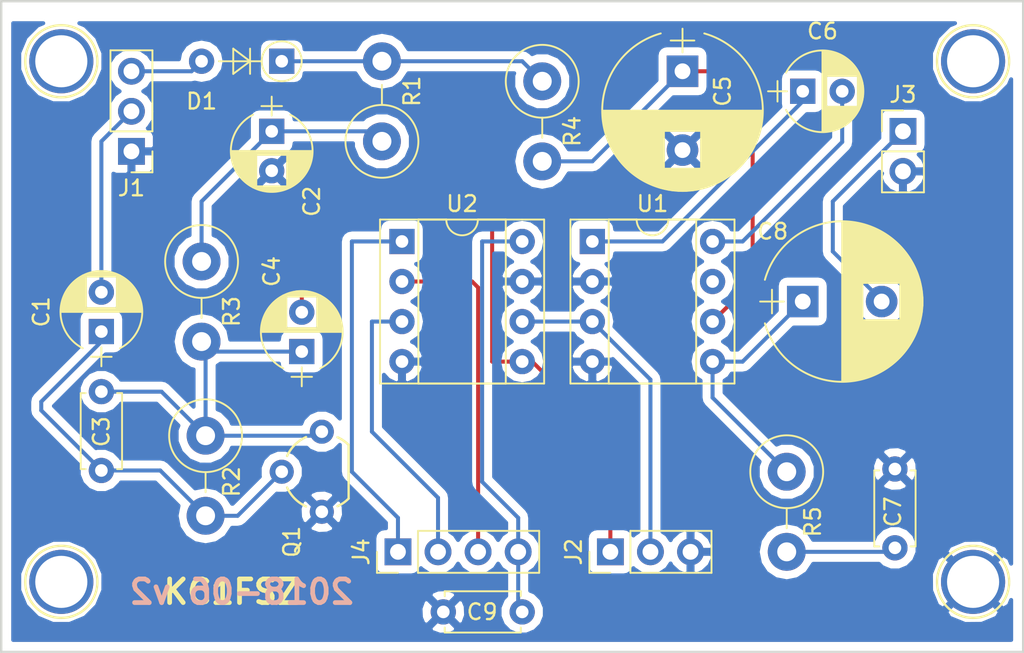
<source format=kicad_pcb>
(kicad_pcb (version 4) (host pcbnew 4.0.7)

  (general
    (links 42)
    (no_connects 0)
    (area 104.064999 74.028 170.53662 115.645001)
    (thickness 1.6)
    (drawings 6)
    (tracks 76)
    (zones 0)
    (modules 26)
    (nets 21)
  )

  (page USLetter)
  (title_block
    (title "Audio Amplifier 1")
    (date 10-May-2018)
    (rev v1)
    (company "KC1FSZ Bruce MacKinnon")
  )

  (layers
    (0 F.Cu signal)
    (31 B.Cu signal)
    (32 B.Adhes user)
    (33 F.Adhes user)
    (34 B.Paste user)
    (35 F.Paste user)
    (36 B.SilkS user)
    (37 F.SilkS user)
    (38 B.Mask user)
    (39 F.Mask user)
    (40 Dwgs.User user)
    (41 Cmts.User user)
    (42 Eco1.User user)
    (43 Eco2.User user)
    (44 Edge.Cuts user)
    (45 Margin user)
    (46 B.CrtYd user)
    (47 F.CrtYd user)
    (48 B.Fab user)
    (49 F.Fab user)
  )

  (setup
    (last_trace_width 0.254)
    (trace_clearance 0.254)
    (zone_clearance 0.508)
    (zone_45_only no)
    (trace_min 0.254)
    (segment_width 0.2)
    (edge_width 0.15)
    (via_size 0.6858)
    (via_drill 0.3302)
    (via_min_size 0.6858)
    (via_min_drill 0.3302)
    (uvia_size 0.3)
    (uvia_drill 0.1)
    (uvias_allowed no)
    (uvia_min_size 0.2)
    (uvia_min_drill 0.1)
    (pcb_text_width 0.3)
    (pcb_text_size 1.5 1.5)
    (mod_edge_width 0.15)
    (mod_text_size 1 1)
    (mod_text_width 0.15)
    (pad_size 4.064 4.064)
    (pad_drill 3.302)
    (pad_to_mask_clearance 0.2)
    (aux_axis_origin 0 0)
    (visible_elements FFFFFF7F)
    (pcbplotparams
      (layerselection 0x010fc_80000001)
      (usegerberextensions false)
      (excludeedgelayer true)
      (linewidth 0.100000)
      (plotframeref false)
      (viasonmask false)
      (mode 1)
      (useauxorigin false)
      (hpglpennumber 1)
      (hpglpenspeed 20)
      (hpglpendiameter 15)
      (hpglpenoverlay 2)
      (psnegative false)
      (psa4output false)
      (plotreference true)
      (plotvalue false)
      (plotinvisibletext false)
      (padsonsilk false)
      (subtractmaskfromsilk true)
      (outputformat 1)
      (mirror false)
      (drillshape 0)
      (scaleselection 1)
      (outputdirectory GERBERS/))
  )

  (net 0 "")
  (net 1 "Net-(C1-Pad1)")
  (net 2 "Net-(C1-Pad2)")
  (net 3 "Net-(C2-Pad1)")
  (net 4 GND)
  (net 5 "Net-(C3-Pad1)")
  (net 6 "Net-(C5-Pad1)")
  (net 7 "Net-(C6-Pad1)")
  (net 8 "Net-(C6-Pad2)")
  (net 9 "Net-(C7-Pad1)")
  (net 10 "Net-(C8-Pad1)")
  (net 11 "Net-(C8-Pad2)")
  (net 12 "Net-(D1-Pad1)")
  (net 13 "Net-(D1-Pad2)")
  (net 14 "Net-(J2-Pad2)")
  (net 15 "Net-(J4-Pad1)")
  (net 16 "Net-(J4-Pad2)")
  (net 17 "Net-(J4-Pad3)")
  (net 18 "Net-(U1-Pad7)")
  (net 19 "Net-(C4-Pad2)")
  (net 20 "Net-(C9-Pad1)")

  (net_class Default "This is the default net class."
    (clearance 0.254)
    (trace_width 0.254)
    (via_dia 0.6858)
    (via_drill 0.3302)
    (uvia_dia 0.3)
    (uvia_drill 0.1)
    (add_net GND)
    (add_net "Net-(C1-Pad1)")
    (add_net "Net-(C1-Pad2)")
    (add_net "Net-(C2-Pad1)")
    (add_net "Net-(C3-Pad1)")
    (add_net "Net-(C4-Pad2)")
    (add_net "Net-(C5-Pad1)")
    (add_net "Net-(C6-Pad1)")
    (add_net "Net-(C6-Pad2)")
    (add_net "Net-(C7-Pad1)")
    (add_net "Net-(C8-Pad1)")
    (add_net "Net-(C8-Pad2)")
    (add_net "Net-(C9-Pad1)")
    (add_net "Net-(D1-Pad1)")
    (add_net "Net-(D1-Pad2)")
    (add_net "Net-(J2-Pad2)")
    (add_net "Net-(J4-Pad1)")
    (add_net "Net-(J4-Pad2)")
    (add_net "Net-(J4-Pad3)")
    (add_net "Net-(U1-Pad7)")
  )

  (module Connectors:1pin (layer F.Cu) (tedit 5B28602F) (tstamp 5B21805E)
    (at 107.95 78.105)
    (descr "module 1 pin (ou trou mecanique de percage)")
    (tags DEV)
    (fp_text reference REF** (at 0 -3.048) (layer F.SilkS) hide
      (effects (font (size 1 1) (thickness 0.15)))
    )
    (fp_text value 1pin (at 0 2.794) (layer F.Fab) hide
      (effects (font (size 1 1) (thickness 0.15)))
    )
    (fp_circle (center 0 0) (end 0 -2.286) (layer F.SilkS) (width 0.15))
    (pad 1 thru_hole circle (at 0 0) (size 4.064 4.064) (drill 3.302) (layers *.Cu *.Mask))
  )

  (module Connectors:1pin (layer F.Cu) (tedit 5B286035) (tstamp 5B218059)
    (at 107.95 111.125)
    (descr "module 1 pin (ou trou mecanique de percage)")
    (tags DEV)
    (fp_text reference REF** (at 0 -3.048) (layer F.SilkS) hide
      (effects (font (size 1 1) (thickness 0.15)))
    )
    (fp_text value 1pin (at 0 2.794) (layer F.Fab) hide
      (effects (font (size 1 1) (thickness 0.15)))
    )
    (fp_circle (center 0 0) (end 0 -2.286) (layer F.SilkS) (width 0.15))
    (pad 1 thru_hole circle (at 0 0) (size 4.064 4.064) (drill 3.302) (layers *.Cu *.Mask))
  )

  (module Pin_Headers:Pin_Header_Straight_1x03_Pitch2.54mm (layer F.Cu) (tedit 5B28602C) (tstamp 5AFC8F80)
    (at 112.395 83.82 180)
    (descr "Through hole straight pin header, 1x03, 2.54mm pitch, single row")
    (tags "Through hole pin header THT 1x03 2.54mm single row")
    (path /5AF44362)
    (fp_text reference J1 (at 0 -2.33 180) (layer F.SilkS)
      (effects (font (size 1 1) (thickness 0.15)))
    )
    (fp_text value Conn_01x03 (at 0 7.41 180) (layer F.Fab) hide
      (effects (font (size 1 1) (thickness 0.15)))
    )
    (fp_line (start -0.635 -1.27) (end 1.27 -1.27) (layer F.Fab) (width 0.1))
    (fp_line (start 1.27 -1.27) (end 1.27 6.35) (layer F.Fab) (width 0.1))
    (fp_line (start 1.27 6.35) (end -1.27 6.35) (layer F.Fab) (width 0.1))
    (fp_line (start -1.27 6.35) (end -1.27 -0.635) (layer F.Fab) (width 0.1))
    (fp_line (start -1.27 -0.635) (end -0.635 -1.27) (layer F.Fab) (width 0.1))
    (fp_line (start -1.33 6.41) (end 1.33 6.41) (layer F.SilkS) (width 0.12))
    (fp_line (start -1.33 1.27) (end -1.33 6.41) (layer F.SilkS) (width 0.12))
    (fp_line (start 1.33 1.27) (end 1.33 6.41) (layer F.SilkS) (width 0.12))
    (fp_line (start -1.33 1.27) (end 1.33 1.27) (layer F.SilkS) (width 0.12))
    (fp_line (start -1.33 0) (end -1.33 -1.33) (layer F.SilkS) (width 0.12))
    (fp_line (start -1.33 -1.33) (end 0 -1.33) (layer F.SilkS) (width 0.12))
    (fp_line (start -1.8 -1.8) (end -1.8 6.85) (layer F.CrtYd) (width 0.05))
    (fp_line (start -1.8 6.85) (end 1.8 6.85) (layer F.CrtYd) (width 0.05))
    (fp_line (start 1.8 6.85) (end 1.8 -1.8) (layer F.CrtYd) (width 0.05))
    (fp_line (start 1.8 -1.8) (end -1.8 -1.8) (layer F.CrtYd) (width 0.05))
    (fp_text user %R (at 0 2.54 270) (layer F.Fab)
      (effects (font (size 1 1) (thickness 0.15)))
    )
    (pad 1 thru_hole rect (at 0 0 180) (size 1.7 1.7) (drill 1) (layers *.Cu *.Mask)
      (net 4 GND))
    (pad 2 thru_hole oval (at 0 2.54 180) (size 1.7 1.7) (drill 1) (layers *.Cu *.Mask)
      (net 2 "Net-(C1-Pad2)"))
    (pad 3 thru_hole oval (at 0 5.08 180) (size 1.7 1.7) (drill 1) (layers *.Cu *.Mask)
      (net 13 "Net-(D1-Pad2)"))
    (model ${KISYS3DMOD}/Pin_Headers.3dshapes/Pin_Header_Straight_1x03_Pitch2.54mm.wrl
      (at (xyz 0 0 0))
      (scale (xyz 1 1 1))
      (rotate (xyz 0 0 0))
    )
  )

  (module Pin_Headers:Pin_Header_Straight_1x03_Pitch2.54mm (layer F.Cu) (tedit 59650532) (tstamp 5AFC8F87)
    (at 142.748 109.22 90)
    (descr "Through hole straight pin header, 1x03, 2.54mm pitch, single row")
    (tags "Through hole pin header THT 1x03 2.54mm single row")
    (path /5AF43261)
    (fp_text reference J2 (at 0 -2.33 90) (layer F.SilkS)
      (effects (font (size 1 1) (thickness 0.15)))
    )
    (fp_text value Conn_01x03 (at 0 7.41 90) (layer F.Fab)
      (effects (font (size 1 1) (thickness 0.15)))
    )
    (fp_line (start -0.635 -1.27) (end 1.27 -1.27) (layer F.Fab) (width 0.1))
    (fp_line (start 1.27 -1.27) (end 1.27 6.35) (layer F.Fab) (width 0.1))
    (fp_line (start 1.27 6.35) (end -1.27 6.35) (layer F.Fab) (width 0.1))
    (fp_line (start -1.27 6.35) (end -1.27 -0.635) (layer F.Fab) (width 0.1))
    (fp_line (start -1.27 -0.635) (end -0.635 -1.27) (layer F.Fab) (width 0.1))
    (fp_line (start -1.33 6.41) (end 1.33 6.41) (layer F.SilkS) (width 0.12))
    (fp_line (start -1.33 1.27) (end -1.33 6.41) (layer F.SilkS) (width 0.12))
    (fp_line (start 1.33 1.27) (end 1.33 6.41) (layer F.SilkS) (width 0.12))
    (fp_line (start -1.33 1.27) (end 1.33 1.27) (layer F.SilkS) (width 0.12))
    (fp_line (start -1.33 0) (end -1.33 -1.33) (layer F.SilkS) (width 0.12))
    (fp_line (start -1.33 -1.33) (end 0 -1.33) (layer F.SilkS) (width 0.12))
    (fp_line (start -1.8 -1.8) (end -1.8 6.85) (layer F.CrtYd) (width 0.05))
    (fp_line (start -1.8 6.85) (end 1.8 6.85) (layer F.CrtYd) (width 0.05))
    (fp_line (start 1.8 6.85) (end 1.8 -1.8) (layer F.CrtYd) (width 0.05))
    (fp_line (start 1.8 -1.8) (end -1.8 -1.8) (layer F.CrtYd) (width 0.05))
    (fp_text user %R (at 0 2.54 180) (layer F.Fab)
      (effects (font (size 1 1) (thickness 0.15)))
    )
    (pad 1 thru_hole rect (at 0 0 90) (size 1.7 1.7) (drill 1) (layers *.Cu *.Mask)
      (net 19 "Net-(C4-Pad2)"))
    (pad 2 thru_hole oval (at 0 2.54 90) (size 1.7 1.7) (drill 1) (layers *.Cu *.Mask)
      (net 14 "Net-(J2-Pad2)"))
    (pad 3 thru_hole oval (at 0 5.08 90) (size 1.7 1.7) (drill 1) (layers *.Cu *.Mask)
      (net 4 GND))
    (model ${KISYS3DMOD}/Pin_Headers.3dshapes/Pin_Header_Straight_1x03_Pitch2.54mm.wrl
      (at (xyz 0 0 0))
      (scale (xyz 1 1 1))
      (rotate (xyz 0 0 0))
    )
  )

  (module Pin_Headers:Pin_Header_Straight_1x02_Pitch2.54mm (layer F.Cu) (tedit 59650532) (tstamp 5AFC8F8D)
    (at 161.29 82.55)
    (descr "Through hole straight pin header, 1x02, 2.54mm pitch, single row")
    (tags "Through hole pin header THT 1x02 2.54mm single row")
    (path /5AF4271F)
    (fp_text reference J3 (at 0 -2.33) (layer F.SilkS)
      (effects (font (size 1 1) (thickness 0.15)))
    )
    (fp_text value Conn_01x02 (at 0 4.87) (layer F.Fab)
      (effects (font (size 1 1) (thickness 0.15)))
    )
    (fp_line (start -0.635 -1.27) (end 1.27 -1.27) (layer F.Fab) (width 0.1))
    (fp_line (start 1.27 -1.27) (end 1.27 3.81) (layer F.Fab) (width 0.1))
    (fp_line (start 1.27 3.81) (end -1.27 3.81) (layer F.Fab) (width 0.1))
    (fp_line (start -1.27 3.81) (end -1.27 -0.635) (layer F.Fab) (width 0.1))
    (fp_line (start -1.27 -0.635) (end -0.635 -1.27) (layer F.Fab) (width 0.1))
    (fp_line (start -1.33 3.87) (end 1.33 3.87) (layer F.SilkS) (width 0.12))
    (fp_line (start -1.33 1.27) (end -1.33 3.87) (layer F.SilkS) (width 0.12))
    (fp_line (start 1.33 1.27) (end 1.33 3.87) (layer F.SilkS) (width 0.12))
    (fp_line (start -1.33 1.27) (end 1.33 1.27) (layer F.SilkS) (width 0.12))
    (fp_line (start -1.33 0) (end -1.33 -1.33) (layer F.SilkS) (width 0.12))
    (fp_line (start -1.33 -1.33) (end 0 -1.33) (layer F.SilkS) (width 0.12))
    (fp_line (start -1.8 -1.8) (end -1.8 4.35) (layer F.CrtYd) (width 0.05))
    (fp_line (start -1.8 4.35) (end 1.8 4.35) (layer F.CrtYd) (width 0.05))
    (fp_line (start 1.8 4.35) (end 1.8 -1.8) (layer F.CrtYd) (width 0.05))
    (fp_line (start 1.8 -1.8) (end -1.8 -1.8) (layer F.CrtYd) (width 0.05))
    (fp_text user %R (at 0 1.27 90) (layer F.Fab)
      (effects (font (size 1 1) (thickness 0.15)))
    )
    (pad 1 thru_hole rect (at 0 0) (size 1.7 1.7) (drill 1) (layers *.Cu *.Mask)
      (net 11 "Net-(C8-Pad2)"))
    (pad 2 thru_hole oval (at 0 2.54) (size 1.7 1.7) (drill 1) (layers *.Cu *.Mask)
      (net 4 GND))
    (model ${KISYS3DMOD}/Pin_Headers.3dshapes/Pin_Header_Straight_1x02_Pitch2.54mm.wrl
      (at (xyz 0 0 0))
      (scale (xyz 1 1 1))
      (rotate (xyz 0 0 0))
    )
  )

  (module Pin_Headers:Pin_Header_Straight_1x04_Pitch2.54mm (layer F.Cu) (tedit 59650532) (tstamp 5AFC8F95)
    (at 129.286 109.22 90)
    (descr "Through hole straight pin header, 1x04, 2.54mm pitch, single row")
    (tags "Through hole pin header THT 1x04 2.54mm single row")
    (path /5AF4C36A)
    (fp_text reference J4 (at 0 -2.33 90) (layer F.SilkS)
      (effects (font (size 1 1) (thickness 0.15)))
    )
    (fp_text value Conn_01x04 (at 0 9.95 90) (layer F.Fab)
      (effects (font (size 1 1) (thickness 0.15)))
    )
    (fp_line (start -0.635 -1.27) (end 1.27 -1.27) (layer F.Fab) (width 0.1))
    (fp_line (start 1.27 -1.27) (end 1.27 8.89) (layer F.Fab) (width 0.1))
    (fp_line (start 1.27 8.89) (end -1.27 8.89) (layer F.Fab) (width 0.1))
    (fp_line (start -1.27 8.89) (end -1.27 -0.635) (layer F.Fab) (width 0.1))
    (fp_line (start -1.27 -0.635) (end -0.635 -1.27) (layer F.Fab) (width 0.1))
    (fp_line (start -1.33 8.95) (end 1.33 8.95) (layer F.SilkS) (width 0.12))
    (fp_line (start -1.33 1.27) (end -1.33 8.95) (layer F.SilkS) (width 0.12))
    (fp_line (start 1.33 1.27) (end 1.33 8.95) (layer F.SilkS) (width 0.12))
    (fp_line (start -1.33 1.27) (end 1.33 1.27) (layer F.SilkS) (width 0.12))
    (fp_line (start -1.33 0) (end -1.33 -1.33) (layer F.SilkS) (width 0.12))
    (fp_line (start -1.33 -1.33) (end 0 -1.33) (layer F.SilkS) (width 0.12))
    (fp_line (start -1.8 -1.8) (end -1.8 9.4) (layer F.CrtYd) (width 0.05))
    (fp_line (start -1.8 9.4) (end 1.8 9.4) (layer F.CrtYd) (width 0.05))
    (fp_line (start 1.8 9.4) (end 1.8 -1.8) (layer F.CrtYd) (width 0.05))
    (fp_line (start 1.8 -1.8) (end -1.8 -1.8) (layer F.CrtYd) (width 0.05))
    (fp_text user %R (at 0 3.81 180) (layer F.Fab)
      (effects (font (size 1 1) (thickness 0.15)))
    )
    (pad 1 thru_hole rect (at 0 0 90) (size 1.7 1.7) (drill 1) (layers *.Cu *.Mask)
      (net 15 "Net-(J4-Pad1)"))
    (pad 2 thru_hole oval (at 0 2.54 90) (size 1.7 1.7) (drill 1) (layers *.Cu *.Mask)
      (net 16 "Net-(J4-Pad2)"))
    (pad 3 thru_hole oval (at 0 5.08 90) (size 1.7 1.7) (drill 1) (layers *.Cu *.Mask)
      (net 17 "Net-(J4-Pad3)"))
    (pad 4 thru_hole oval (at 0 7.62 90) (size 1.7 1.7) (drill 1) (layers *.Cu *.Mask)
      (net 20 "Net-(C9-Pad1)"))
    (model ${KISYS3DMOD}/Pin_Headers.3dshapes/Pin_Header_Straight_1x04_Pitch2.54mm.wrl
      (at (xyz 0 0 0))
      (scale (xyz 1 1 1))
      (rotate (xyz 0 0 0))
    )
  )

  (module TO_SOT_Packages_THT:TO-92_Molded_Wide (layer F.Cu) (tedit 5AF4F3A5) (tstamp 5AFC8F9C)
    (at 124.46 106.68 90)
    (descr "TO-92 leads molded, wide, drill 0.8mm (see NXP sot054_po.pdf)")
    (tags "to-92 sc-43 sc-43a sot54 PA33 transistor")
    (path /5AF42C72)
    (fp_text reference Q1 (at -1.905 -1.905 270) (layer F.SilkS)
      (effects (font (size 1 1) (thickness 0.15)))
    )
    (fp_text value Q_NPN_EBC (at 0 3 90) (layer F.Fab)
      (effects (font (size 1 1) (thickness 0.15)))
    )
    (fp_arc (start 2.54 0) (end 0.34 -1) (angle 41.11209044) (layer F.SilkS) (width 0.15))
    (fp_arc (start 2.54 0) (end 4.74 -1) (angle -41.11210221) (layer F.SilkS) (width 0.15))
    (fp_arc (start 2.54 0) (end 0.84 1.7) (angle 20.5) (layer F.SilkS) (width 0.15))
    (fp_arc (start 2.54 0) (end 4.24 1.7) (angle -20.5) (layer F.SilkS) (width 0.15))
    (fp_line (start -1 1.95) (end -1 -3.55) (layer F.CrtYd) (width 0.05))
    (fp_line (start -1 1.95) (end 6.1 1.95) (layer F.CrtYd) (width 0.05))
    (fp_line (start 0.84 1.7) (end 4.24 1.7) (layer F.SilkS) (width 0.15))
    (fp_line (start -1 -3.55) (end 6.1 -3.55) (layer F.CrtYd) (width 0.05))
    (fp_line (start 6.1 1.95) (end 6.1 -3.55) (layer F.CrtYd) (width 0.05))
    (pad 2 thru_hole circle (at 2.54 -2.54 180) (size 1.524 1.524) (drill 0.8) (layers *.Cu *.Mask)
      (net 1 "Net-(C1-Pad1)"))
    (pad 3 thru_hole circle (at 5.08 0 180) (size 1.524 1.524) (drill 0.8) (layers *.Cu *.Mask)
      (net 5 "Net-(C3-Pad1)"))
    (pad 1 thru_hole circle (at 0 0 180) (size 1.524 1.524) (drill 0.8) (layers *.Cu *.Mask)
      (net 4 GND))
    (model TO_SOT_Packages_THT.3dshapes/TO-92_Molded_Wide.wrl
      (at (xyz 0.1 0 0))
      (scale (xyz 1 1 1))
      (rotate (xyz 0 0 -90))
    )
  )

  (module Housings_DIP:DIP-8_W7.62mm_Socket (layer F.Cu) (tedit 58CC8E33) (tstamp 5AFC8FC6)
    (at 141.605 89.535)
    (descr "8-lead dip package, row spacing 7.62 mm (300 mils), Socket")
    (tags "DIL DIP PDIP 2.54mm 7.62mm 300mil Socket")
    (path /5AF426B2)
    (fp_text reference U1 (at 3.81 -2.39) (layer F.SilkS)
      (effects (font (size 1 1) (thickness 0.15)))
    )
    (fp_text value LM386 (at 3.81 10.01) (layer F.Fab)
      (effects (font (size 1 1) (thickness 0.15)))
    )
    (fp_text user %R (at 3.81 3.81) (layer F.Fab)
      (effects (font (size 1 1) (thickness 0.15)))
    )
    (fp_line (start 1.635 -1.27) (end 6.985 -1.27) (layer F.Fab) (width 0.1))
    (fp_line (start 6.985 -1.27) (end 6.985 8.89) (layer F.Fab) (width 0.1))
    (fp_line (start 6.985 8.89) (end 0.635 8.89) (layer F.Fab) (width 0.1))
    (fp_line (start 0.635 8.89) (end 0.635 -0.27) (layer F.Fab) (width 0.1))
    (fp_line (start 0.635 -0.27) (end 1.635 -1.27) (layer F.Fab) (width 0.1))
    (fp_line (start -1.27 -1.27) (end -1.27 8.89) (layer F.Fab) (width 0.1))
    (fp_line (start -1.27 8.89) (end 8.89 8.89) (layer F.Fab) (width 0.1))
    (fp_line (start 8.89 8.89) (end 8.89 -1.27) (layer F.Fab) (width 0.1))
    (fp_line (start 8.89 -1.27) (end -1.27 -1.27) (layer F.Fab) (width 0.1))
    (fp_line (start 2.81 -1.39) (end 1.04 -1.39) (layer F.SilkS) (width 0.12))
    (fp_line (start 1.04 -1.39) (end 1.04 9.01) (layer F.SilkS) (width 0.12))
    (fp_line (start 1.04 9.01) (end 6.58 9.01) (layer F.SilkS) (width 0.12))
    (fp_line (start 6.58 9.01) (end 6.58 -1.39) (layer F.SilkS) (width 0.12))
    (fp_line (start 6.58 -1.39) (end 4.81 -1.39) (layer F.SilkS) (width 0.12))
    (fp_line (start -1.39 -1.39) (end -1.39 9.01) (layer F.SilkS) (width 0.12))
    (fp_line (start -1.39 9.01) (end 9.01 9.01) (layer F.SilkS) (width 0.12))
    (fp_line (start 9.01 9.01) (end 9.01 -1.39) (layer F.SilkS) (width 0.12))
    (fp_line (start 9.01 -1.39) (end -1.39 -1.39) (layer F.SilkS) (width 0.12))
    (fp_line (start -1.7 -1.7) (end -1.7 9.3) (layer F.CrtYd) (width 0.05))
    (fp_line (start -1.7 9.3) (end 9.3 9.3) (layer F.CrtYd) (width 0.05))
    (fp_line (start 9.3 9.3) (end 9.3 -1.7) (layer F.CrtYd) (width 0.05))
    (fp_line (start 9.3 -1.7) (end -1.7 -1.7) (layer F.CrtYd) (width 0.05))
    (fp_arc (start 3.81 -1.39) (end 2.81 -1.39) (angle -180) (layer F.SilkS) (width 0.12))
    (pad 1 thru_hole rect (at 0 0) (size 1.6 1.6) (drill 0.8) (layers *.Cu *.Mask)
      (net 7 "Net-(C6-Pad1)"))
    (pad 5 thru_hole oval (at 7.62 7.62) (size 1.6 1.6) (drill 0.8) (layers *.Cu *.Mask)
      (net 10 "Net-(C8-Pad1)"))
    (pad 2 thru_hole oval (at 0 2.54) (size 1.6 1.6) (drill 0.8) (layers *.Cu *.Mask)
      (net 4 GND))
    (pad 6 thru_hole oval (at 7.62 5.08) (size 1.6 1.6) (drill 0.8) (layers *.Cu *.Mask)
      (net 6 "Net-(C5-Pad1)"))
    (pad 3 thru_hole oval (at 0 5.08) (size 1.6 1.6) (drill 0.8) (layers *.Cu *.Mask)
      (net 14 "Net-(J2-Pad2)"))
    (pad 7 thru_hole oval (at 7.62 2.54) (size 1.6 1.6) (drill 0.8) (layers *.Cu *.Mask)
      (net 18 "Net-(U1-Pad7)"))
    (pad 4 thru_hole oval (at 0 7.62) (size 1.6 1.6) (drill 0.8) (layers *.Cu *.Mask)
      (net 4 GND))
    (pad 8 thru_hole oval (at 7.62 0) (size 1.6 1.6) (drill 0.8) (layers *.Cu *.Mask)
      (net 8 "Net-(C6-Pad2)"))
    (model ${KISYS3DMOD}/Housings_DIP.3dshapes/DIP-8_W7.62mm_Socket.wrl
      (at (xyz 0 0 0))
      (scale (xyz 1 1 1))
      (rotate (xyz 0 0 0))
    )
  )

  (module Housings_DIP:DIP-8_W7.62mm_Socket (layer F.Cu) (tedit 58CC8E33) (tstamp 5AFC8FD2)
    (at 129.54 89.535)
    (descr "8-lead dip package, row spacing 7.62 mm (300 mils), Socket")
    (tags "DIL DIP PDIP 2.54mm 7.62mm 300mil Socket")
    (path /5AF4C074)
    (fp_text reference U2 (at 3.81 -2.39) (layer F.SilkS)
      (effects (font (size 1 1) (thickness 0.15)))
    )
    (fp_text value MCP41010 (at 3.81 10.01) (layer F.Fab)
      (effects (font (size 1 1) (thickness 0.15)))
    )
    (fp_text user %R (at 3.81 3.81) (layer F.Fab)
      (effects (font (size 1 1) (thickness 0.15)))
    )
    (fp_line (start 1.635 -1.27) (end 6.985 -1.27) (layer F.Fab) (width 0.1))
    (fp_line (start 6.985 -1.27) (end 6.985 8.89) (layer F.Fab) (width 0.1))
    (fp_line (start 6.985 8.89) (end 0.635 8.89) (layer F.Fab) (width 0.1))
    (fp_line (start 0.635 8.89) (end 0.635 -0.27) (layer F.Fab) (width 0.1))
    (fp_line (start 0.635 -0.27) (end 1.635 -1.27) (layer F.Fab) (width 0.1))
    (fp_line (start -1.27 -1.27) (end -1.27 8.89) (layer F.Fab) (width 0.1))
    (fp_line (start -1.27 8.89) (end 8.89 8.89) (layer F.Fab) (width 0.1))
    (fp_line (start 8.89 8.89) (end 8.89 -1.27) (layer F.Fab) (width 0.1))
    (fp_line (start 8.89 -1.27) (end -1.27 -1.27) (layer F.Fab) (width 0.1))
    (fp_line (start 2.81 -1.39) (end 1.04 -1.39) (layer F.SilkS) (width 0.12))
    (fp_line (start 1.04 -1.39) (end 1.04 9.01) (layer F.SilkS) (width 0.12))
    (fp_line (start 1.04 9.01) (end 6.58 9.01) (layer F.SilkS) (width 0.12))
    (fp_line (start 6.58 9.01) (end 6.58 -1.39) (layer F.SilkS) (width 0.12))
    (fp_line (start 6.58 -1.39) (end 4.81 -1.39) (layer F.SilkS) (width 0.12))
    (fp_line (start -1.39 -1.39) (end -1.39 9.01) (layer F.SilkS) (width 0.12))
    (fp_line (start -1.39 9.01) (end 9.01 9.01) (layer F.SilkS) (width 0.12))
    (fp_line (start 9.01 9.01) (end 9.01 -1.39) (layer F.SilkS) (width 0.12))
    (fp_line (start 9.01 -1.39) (end -1.39 -1.39) (layer F.SilkS) (width 0.12))
    (fp_line (start -1.7 -1.7) (end -1.7 9.3) (layer F.CrtYd) (width 0.05))
    (fp_line (start -1.7 9.3) (end 9.3 9.3) (layer F.CrtYd) (width 0.05))
    (fp_line (start 9.3 9.3) (end 9.3 -1.7) (layer F.CrtYd) (width 0.05))
    (fp_line (start 9.3 -1.7) (end -1.7 -1.7) (layer F.CrtYd) (width 0.05))
    (fp_arc (start 3.81 -1.39) (end 2.81 -1.39) (angle -180) (layer F.SilkS) (width 0.12))
    (pad 1 thru_hole rect (at 0 0) (size 1.6 1.6) (drill 0.8) (layers *.Cu *.Mask)
      (net 15 "Net-(J4-Pad1)"))
    (pad 5 thru_hole oval (at 7.62 7.62) (size 1.6 1.6) (drill 0.8) (layers *.Cu *.Mask)
      (net 19 "Net-(C4-Pad2)"))
    (pad 2 thru_hole oval (at 0 2.54) (size 1.6 1.6) (drill 0.8) (layers *.Cu *.Mask)
      (net 17 "Net-(J4-Pad3)"))
    (pad 6 thru_hole oval (at 7.62 5.08) (size 1.6 1.6) (drill 0.8) (layers *.Cu *.Mask)
      (net 14 "Net-(J2-Pad2)"))
    (pad 3 thru_hole oval (at 0 5.08) (size 1.6 1.6) (drill 0.8) (layers *.Cu *.Mask)
      (net 16 "Net-(J4-Pad2)"))
    (pad 7 thru_hole oval (at 7.62 2.54) (size 1.6 1.6) (drill 0.8) (layers *.Cu *.Mask)
      (net 4 GND))
    (pad 4 thru_hole oval (at 0 7.62) (size 1.6 1.6) (drill 0.8) (layers *.Cu *.Mask)
      (net 4 GND))
    (pad 8 thru_hole oval (at 7.62 0) (size 1.6 1.6) (drill 0.8) (layers *.Cu *.Mask)
      (net 20 "Net-(C9-Pad1)"))
    (model ${KISYS3DMOD}/Housings_DIP.3dshapes/DIP-8_W7.62mm_Socket.wrl
      (at (xyz 0 0 0))
      (scale (xyz 1 1 1))
      (rotate (xyz 0 0 0))
    )
  )

  (module Diodes_THT:D_DO-35_SOD27_P5.08mm_Vertical_AnodeUp (layer F.Cu) (tedit 5AF4F3D4) (tstamp 5AFC93D2)
    (at 121.92 78.105 180)
    (descr "D, DO-35_SOD27 series, Axial, Vertical, pin pitch=5.08mm, , length*diameter=4*2mm^2, , http://www.diodes.com/_files/packages/DO-35.pdf")
    (tags "D DO-35_SOD27 series Axial Vertical pin pitch 5.08mm  length 4mm diameter 2mm")
    (path /5AF4297B)
    (fp_text reference D1 (at 5.08 -2.54 180) (layer F.SilkS)
      (effects (font (size 1 1) (thickness 0.15)))
    )
    (fp_text value D (at 2.54 2.266371 180) (layer F.Fab)
      (effects (font (size 1 1) (thickness 0.15)))
    )
    (fp_text user K (at -1.966371 0 180) (layer F.Fab)
      (effects (font (size 1 1) (thickness 0.15)))
    )
    (fp_text user %R (at 2.54 0 180) (layer F.Fab)
      (effects (font (size 1 1) (thickness 0.15)))
    )
    (fp_line (start 0 0) (end 5.08 0) (layer F.Fab) (width 0.1))
    (fp_line (start 1.266371 0) (end 3.98 0) (layer F.SilkS) (width 0.12))
    (fp_line (start 2.006667 -0.8) (end 2.006667 0.8) (layer F.SilkS) (width 0.12))
    (fp_line (start 2.006667 0) (end 3.073333 -0.8) (layer F.SilkS) (width 0.12))
    (fp_line (start 3.073333 -0.8) (end 3.073333 0.8) (layer F.SilkS) (width 0.12))
    (fp_line (start 3.073333 0.8) (end 2.006667 0) (layer F.SilkS) (width 0.12))
    (fp_line (start -1.35 -1.55) (end -1.35 1.55) (layer F.CrtYd) (width 0.05))
    (fp_line (start -1.35 1.55) (end 6.2 1.55) (layer F.CrtYd) (width 0.05))
    (fp_line (start 6.2 1.55) (end 6.2 -1.55) (layer F.CrtYd) (width 0.05))
    (fp_line (start 6.2 -1.55) (end -1.35 -1.55) (layer F.CrtYd) (width 0.05))
    (fp_circle (center 0 0) (end 1 0) (layer F.Fab) (width 0.1))
    (fp_circle (center 0 0) (end 1.266371 0) (layer F.SilkS) (width 0.12))
    (pad 1 thru_hole rect (at 0 0 180) (size 1.6 1.6) (drill 0.8) (layers *.Cu *.Mask)
      (net 12 "Net-(D1-Pad1)"))
    (pad 2 thru_hole oval (at 5.08 0 180) (size 1.6 1.6) (drill 0.8) (layers *.Cu *.Mask)
      (net 13 "Net-(D1-Pad2)"))
    (model ${KISYS3DMOD}/Diodes_THT.3dshapes/D_DO-35_SOD27_P5.08mm_Vertical_AnodeUp.wrl
      (at (xyz 0 0 0))
      (scale (xyz 0.393701 0.393701 0.393701))
      (rotate (xyz 0 0 0))
    )
  )

  (module Resistors_THT:R_Axial_DIN0414_L11.9mm_D4.5mm_P5.08mm_Vertical (layer F.Cu) (tedit 5B285B03) (tstamp 5AFC93D7)
    (at 128.27 83.185 90)
    (descr "Resistor, Axial_DIN0414 series, Axial, Vertical, pin pitch=5.08mm, 2W, length*diameter=11.9*4.5mm^2, http://www.vishay.com/docs/20128/wkxwrx.pdf")
    (tags "Resistor Axial_DIN0414 series Axial Vertical pin pitch 5.08mm 2W length 11.9mm diameter 4.5mm")
    (path /5AF429CA)
    (fp_text reference R1 (at 3.175 1.905 90) (layer F.SilkS)
      (effects (font (size 1 1) (thickness 0.15)))
    )
    (fp_text value R (at 2.54 3.31 90) (layer F.Fab)
      (effects (font (size 1 1) (thickness 0.15)))
    )
    (fp_circle (center 0 0) (end 2.25 0) (layer F.Fab) (width 0.1))
    (fp_circle (center 0 0) (end 2.31 0) (layer F.SilkS) (width 0.12))
    (fp_line (start 0 0) (end 5.08 0) (layer F.Fab) (width 0.1))
    (fp_line (start 2.31 0) (end 3.58 0) (layer F.SilkS) (width 0.12))
    (fp_line (start -2.6 -2.6) (end -2.6 2.6) (layer F.CrtYd) (width 0.05))
    (fp_line (start -2.6 2.6) (end 6.6 2.6) (layer F.CrtYd) (width 0.05))
    (fp_line (start 6.6 2.6) (end 6.6 -2.6) (layer F.CrtYd) (width 0.05))
    (fp_line (start 6.6 -2.6) (end -2.6 -2.6) (layer F.CrtYd) (width 0.05))
    (pad 1 thru_hole circle (at 0 0 90) (size 2.4 2.4) (drill 1.2) (layers *.Cu *.Mask)
      (net 3 "Net-(C2-Pad1)"))
    (pad 2 thru_hole oval (at 5.08 0 90) (size 2.4 2.4) (drill 1.2) (layers *.Cu *.Mask)
      (net 12 "Net-(D1-Pad1)"))
    (model ${KISYS3DMOD}/Resistors_THT.3dshapes/R_Axial_DIN0414_L11.9mm_D4.5mm_P5.08mm_Vertical.wrl
      (at (xyz 0 0 0))
      (scale (xyz 0.393701 0.393701 0.393701))
      (rotate (xyz 0 0 0))
    )
  )

  (module Resistors_THT:R_Axial_DIN0414_L11.9mm_D4.5mm_P5.08mm_Vertical (layer F.Cu) (tedit 5B285B19) (tstamp 5AFC93DC)
    (at 117.094 101.854 270)
    (descr "Resistor, Axial_DIN0414 series, Axial, Vertical, pin pitch=5.08mm, 2W, length*diameter=11.9*4.5mm^2, http://www.vishay.com/docs/20128/wkxwrx.pdf")
    (tags "Resistor Axial_DIN0414 series Axial Vertical pin pitch 5.08mm 2W length 11.9mm diameter 4.5mm")
    (path /5AF42F69)
    (fp_text reference R2 (at 2.921 -1.651 270) (layer F.SilkS)
      (effects (font (size 1 1) (thickness 0.15)))
    )
    (fp_text value R (at 2.54 3.31 270) (layer F.Fab)
      (effects (font (size 1 1) (thickness 0.15)))
    )
    (fp_circle (center 0 0) (end 2.25 0) (layer F.Fab) (width 0.1))
    (fp_circle (center 0 0) (end 2.31 0) (layer F.SilkS) (width 0.12))
    (fp_line (start 0 0) (end 5.08 0) (layer F.Fab) (width 0.1))
    (fp_line (start 2.31 0) (end 3.58 0) (layer F.SilkS) (width 0.12))
    (fp_line (start -2.6 -2.6) (end -2.6 2.6) (layer F.CrtYd) (width 0.05))
    (fp_line (start -2.6 2.6) (end 6.6 2.6) (layer F.CrtYd) (width 0.05))
    (fp_line (start 6.6 2.6) (end 6.6 -2.6) (layer F.CrtYd) (width 0.05))
    (fp_line (start 6.6 -2.6) (end -2.6 -2.6) (layer F.CrtYd) (width 0.05))
    (pad 1 thru_hole circle (at 0 0 270) (size 2.4 2.4) (drill 1.2) (layers *.Cu *.Mask)
      (net 5 "Net-(C3-Pad1)"))
    (pad 2 thru_hole oval (at 5.08 0 270) (size 2.4 2.4) (drill 1.2) (layers *.Cu *.Mask)
      (net 1 "Net-(C1-Pad1)"))
    (model ${KISYS3DMOD}/Resistors_THT.3dshapes/R_Axial_DIN0414_L11.9mm_D4.5mm_P5.08mm_Vertical.wrl
      (at (xyz 0 0 0))
      (scale (xyz 0.393701 0.393701 0.393701))
      (rotate (xyz 0 0 0))
    )
  )

  (module Resistors_THT:R_Axial_DIN0414_L11.9mm_D4.5mm_P5.08mm_Vertical (layer F.Cu) (tedit 5B285B22) (tstamp 5AFC93E1)
    (at 116.84 90.805 270)
    (descr "Resistor, Axial_DIN0414 series, Axial, Vertical, pin pitch=5.08mm, 2W, length*diameter=11.9*4.5mm^2, http://www.vishay.com/docs/20128/wkxwrx.pdf")
    (tags "Resistor Axial_DIN0414 series Axial Vertical pin pitch 5.08mm 2W length 11.9mm diameter 4.5mm")
    (path /5AF43112)
    (fp_text reference R3 (at 3.175 -1.905 270) (layer F.SilkS)
      (effects (font (size 1 1) (thickness 0.15)))
    )
    (fp_text value R (at 2.54 3.31 270) (layer F.Fab)
      (effects (font (size 1 1) (thickness 0.15)))
    )
    (fp_circle (center 0 0) (end 2.25 0) (layer F.Fab) (width 0.1))
    (fp_circle (center 0 0) (end 2.31 0) (layer F.SilkS) (width 0.12))
    (fp_line (start 0 0) (end 5.08 0) (layer F.Fab) (width 0.1))
    (fp_line (start 2.31 0) (end 3.58 0) (layer F.SilkS) (width 0.12))
    (fp_line (start -2.6 -2.6) (end -2.6 2.6) (layer F.CrtYd) (width 0.05))
    (fp_line (start -2.6 2.6) (end 6.6 2.6) (layer F.CrtYd) (width 0.05))
    (fp_line (start 6.6 2.6) (end 6.6 -2.6) (layer F.CrtYd) (width 0.05))
    (fp_line (start 6.6 -2.6) (end -2.6 -2.6) (layer F.CrtYd) (width 0.05))
    (pad 1 thru_hole circle (at 0 0 270) (size 2.4 2.4) (drill 1.2) (layers *.Cu *.Mask)
      (net 3 "Net-(C2-Pad1)"))
    (pad 2 thru_hole oval (at 5.08 0 270) (size 2.4 2.4) (drill 1.2) (layers *.Cu *.Mask)
      (net 5 "Net-(C3-Pad1)"))
    (model ${KISYS3DMOD}/Resistors_THT.3dshapes/R_Axial_DIN0414_L11.9mm_D4.5mm_P5.08mm_Vertical.wrl
      (at (xyz 0 0 0))
      (scale (xyz 0.393701 0.393701 0.393701))
      (rotate (xyz 0 0 0))
    )
  )

  (module Resistors_THT:R_Axial_DIN0414_L11.9mm_D4.5mm_P5.08mm_Vertical (layer F.Cu) (tedit 5B285AFF) (tstamp 5AFC93E6)
    (at 138.43 79.375 270)
    (descr "Resistor, Axial_DIN0414 series, Axial, Vertical, pin pitch=5.08mm, 2W, length*diameter=11.9*4.5mm^2, http://www.vishay.com/docs/20128/wkxwrx.pdf")
    (tags "Resistor Axial_DIN0414 series Axial Vertical pin pitch 5.08mm 2W length 11.9mm diameter 4.5mm")
    (path /5AF42A58)
    (fp_text reference R4 (at 3.175 -1.905 270) (layer F.SilkS)
      (effects (font (size 1 1) (thickness 0.15)))
    )
    (fp_text value R (at 2.54 3.31 270) (layer F.Fab)
      (effects (font (size 1 1) (thickness 0.15)))
    )
    (fp_circle (center 0 0) (end 2.25 0) (layer F.Fab) (width 0.1))
    (fp_circle (center 0 0) (end 2.31 0) (layer F.SilkS) (width 0.12))
    (fp_line (start 0 0) (end 5.08 0) (layer F.Fab) (width 0.1))
    (fp_line (start 2.31 0) (end 3.58 0) (layer F.SilkS) (width 0.12))
    (fp_line (start -2.6 -2.6) (end -2.6 2.6) (layer F.CrtYd) (width 0.05))
    (fp_line (start -2.6 2.6) (end 6.6 2.6) (layer F.CrtYd) (width 0.05))
    (fp_line (start 6.6 2.6) (end 6.6 -2.6) (layer F.CrtYd) (width 0.05))
    (fp_line (start 6.6 -2.6) (end -2.6 -2.6) (layer F.CrtYd) (width 0.05))
    (pad 1 thru_hole circle (at 0 0 270) (size 2.4 2.4) (drill 1.2) (layers *.Cu *.Mask)
      (net 12 "Net-(D1-Pad1)"))
    (pad 2 thru_hole oval (at 5.08 0 270) (size 2.4 2.4) (drill 1.2) (layers *.Cu *.Mask)
      (net 6 "Net-(C5-Pad1)"))
    (model ${KISYS3DMOD}/Resistors_THT.3dshapes/R_Axial_DIN0414_L11.9mm_D4.5mm_P5.08mm_Vertical.wrl
      (at (xyz 0 0 0))
      (scale (xyz 0.393701 0.393701 0.393701))
      (rotate (xyz 0 0 0))
    )
  )

  (module Capacitors_THT:CP_Radial_D5.0mm_P2.50mm (layer F.Cu) (tedit 5B285B0F) (tstamp 5AFC93F7)
    (at 121.285 82.55 270)
    (descr "CP, Radial series, Radial, pin pitch=2.50mm, , diameter=5mm, Electrolytic Capacitor")
    (tags "CP Radial series Radial pin pitch 2.50mm  diameter 5mm Electrolytic Capacitor")
    (path /5AF42A19)
    (fp_text reference C2 (at 4.445 -2.54 270) (layer F.SilkS)
      (effects (font (size 1 1) (thickness 0.15)))
    )
    (fp_text value CP (at 1.25 3.81 270) (layer F.Fab)
      (effects (font (size 1 1) (thickness 0.15)))
    )
    (fp_arc (start 1.25 0) (end -1.05558 -1.18) (angle 125.8) (layer F.SilkS) (width 0.12))
    (fp_arc (start 1.25 0) (end -1.05558 1.18) (angle -125.8) (layer F.SilkS) (width 0.12))
    (fp_arc (start 1.25 0) (end 3.55558 -1.18) (angle 54.2) (layer F.SilkS) (width 0.12))
    (fp_circle (center 1.25 0) (end 3.75 0) (layer F.Fab) (width 0.1))
    (fp_line (start -2.2 0) (end -1 0) (layer F.Fab) (width 0.1))
    (fp_line (start -1.6 -0.65) (end -1.6 0.65) (layer F.Fab) (width 0.1))
    (fp_line (start 1.25 -2.55) (end 1.25 2.55) (layer F.SilkS) (width 0.12))
    (fp_line (start 1.29 -2.55) (end 1.29 2.55) (layer F.SilkS) (width 0.12))
    (fp_line (start 1.33 -2.549) (end 1.33 2.549) (layer F.SilkS) (width 0.12))
    (fp_line (start 1.37 -2.548) (end 1.37 2.548) (layer F.SilkS) (width 0.12))
    (fp_line (start 1.41 -2.546) (end 1.41 2.546) (layer F.SilkS) (width 0.12))
    (fp_line (start 1.45 -2.543) (end 1.45 2.543) (layer F.SilkS) (width 0.12))
    (fp_line (start 1.49 -2.539) (end 1.49 2.539) (layer F.SilkS) (width 0.12))
    (fp_line (start 1.53 -2.535) (end 1.53 -0.98) (layer F.SilkS) (width 0.12))
    (fp_line (start 1.53 0.98) (end 1.53 2.535) (layer F.SilkS) (width 0.12))
    (fp_line (start 1.57 -2.531) (end 1.57 -0.98) (layer F.SilkS) (width 0.12))
    (fp_line (start 1.57 0.98) (end 1.57 2.531) (layer F.SilkS) (width 0.12))
    (fp_line (start 1.61 -2.525) (end 1.61 -0.98) (layer F.SilkS) (width 0.12))
    (fp_line (start 1.61 0.98) (end 1.61 2.525) (layer F.SilkS) (width 0.12))
    (fp_line (start 1.65 -2.519) (end 1.65 -0.98) (layer F.SilkS) (width 0.12))
    (fp_line (start 1.65 0.98) (end 1.65 2.519) (layer F.SilkS) (width 0.12))
    (fp_line (start 1.69 -2.513) (end 1.69 -0.98) (layer F.SilkS) (width 0.12))
    (fp_line (start 1.69 0.98) (end 1.69 2.513) (layer F.SilkS) (width 0.12))
    (fp_line (start 1.73 -2.506) (end 1.73 -0.98) (layer F.SilkS) (width 0.12))
    (fp_line (start 1.73 0.98) (end 1.73 2.506) (layer F.SilkS) (width 0.12))
    (fp_line (start 1.77 -2.498) (end 1.77 -0.98) (layer F.SilkS) (width 0.12))
    (fp_line (start 1.77 0.98) (end 1.77 2.498) (layer F.SilkS) (width 0.12))
    (fp_line (start 1.81 -2.489) (end 1.81 -0.98) (layer F.SilkS) (width 0.12))
    (fp_line (start 1.81 0.98) (end 1.81 2.489) (layer F.SilkS) (width 0.12))
    (fp_line (start 1.85 -2.48) (end 1.85 -0.98) (layer F.SilkS) (width 0.12))
    (fp_line (start 1.85 0.98) (end 1.85 2.48) (layer F.SilkS) (width 0.12))
    (fp_line (start 1.89 -2.47) (end 1.89 -0.98) (layer F.SilkS) (width 0.12))
    (fp_line (start 1.89 0.98) (end 1.89 2.47) (layer F.SilkS) (width 0.12))
    (fp_line (start 1.93 -2.46) (end 1.93 -0.98) (layer F.SilkS) (width 0.12))
    (fp_line (start 1.93 0.98) (end 1.93 2.46) (layer F.SilkS) (width 0.12))
    (fp_line (start 1.971 -2.448) (end 1.971 -0.98) (layer F.SilkS) (width 0.12))
    (fp_line (start 1.971 0.98) (end 1.971 2.448) (layer F.SilkS) (width 0.12))
    (fp_line (start 2.011 -2.436) (end 2.011 -0.98) (layer F.SilkS) (width 0.12))
    (fp_line (start 2.011 0.98) (end 2.011 2.436) (layer F.SilkS) (width 0.12))
    (fp_line (start 2.051 -2.424) (end 2.051 -0.98) (layer F.SilkS) (width 0.12))
    (fp_line (start 2.051 0.98) (end 2.051 2.424) (layer F.SilkS) (width 0.12))
    (fp_line (start 2.091 -2.41) (end 2.091 -0.98) (layer F.SilkS) (width 0.12))
    (fp_line (start 2.091 0.98) (end 2.091 2.41) (layer F.SilkS) (width 0.12))
    (fp_line (start 2.131 -2.396) (end 2.131 -0.98) (layer F.SilkS) (width 0.12))
    (fp_line (start 2.131 0.98) (end 2.131 2.396) (layer F.SilkS) (width 0.12))
    (fp_line (start 2.171 -2.382) (end 2.171 -0.98) (layer F.SilkS) (width 0.12))
    (fp_line (start 2.171 0.98) (end 2.171 2.382) (layer F.SilkS) (width 0.12))
    (fp_line (start 2.211 -2.366) (end 2.211 -0.98) (layer F.SilkS) (width 0.12))
    (fp_line (start 2.211 0.98) (end 2.211 2.366) (layer F.SilkS) (width 0.12))
    (fp_line (start 2.251 -2.35) (end 2.251 -0.98) (layer F.SilkS) (width 0.12))
    (fp_line (start 2.251 0.98) (end 2.251 2.35) (layer F.SilkS) (width 0.12))
    (fp_line (start 2.291 -2.333) (end 2.291 -0.98) (layer F.SilkS) (width 0.12))
    (fp_line (start 2.291 0.98) (end 2.291 2.333) (layer F.SilkS) (width 0.12))
    (fp_line (start 2.331 -2.315) (end 2.331 -0.98) (layer F.SilkS) (width 0.12))
    (fp_line (start 2.331 0.98) (end 2.331 2.315) (layer F.SilkS) (width 0.12))
    (fp_line (start 2.371 -2.296) (end 2.371 -0.98) (layer F.SilkS) (width 0.12))
    (fp_line (start 2.371 0.98) (end 2.371 2.296) (layer F.SilkS) (width 0.12))
    (fp_line (start 2.411 -2.276) (end 2.411 -0.98) (layer F.SilkS) (width 0.12))
    (fp_line (start 2.411 0.98) (end 2.411 2.276) (layer F.SilkS) (width 0.12))
    (fp_line (start 2.451 -2.256) (end 2.451 -0.98) (layer F.SilkS) (width 0.12))
    (fp_line (start 2.451 0.98) (end 2.451 2.256) (layer F.SilkS) (width 0.12))
    (fp_line (start 2.491 -2.234) (end 2.491 -0.98) (layer F.SilkS) (width 0.12))
    (fp_line (start 2.491 0.98) (end 2.491 2.234) (layer F.SilkS) (width 0.12))
    (fp_line (start 2.531 -2.212) (end 2.531 -0.98) (layer F.SilkS) (width 0.12))
    (fp_line (start 2.531 0.98) (end 2.531 2.212) (layer F.SilkS) (width 0.12))
    (fp_line (start 2.571 -2.189) (end 2.571 -0.98) (layer F.SilkS) (width 0.12))
    (fp_line (start 2.571 0.98) (end 2.571 2.189) (layer F.SilkS) (width 0.12))
    (fp_line (start 2.611 -2.165) (end 2.611 -0.98) (layer F.SilkS) (width 0.12))
    (fp_line (start 2.611 0.98) (end 2.611 2.165) (layer F.SilkS) (width 0.12))
    (fp_line (start 2.651 -2.14) (end 2.651 -0.98) (layer F.SilkS) (width 0.12))
    (fp_line (start 2.651 0.98) (end 2.651 2.14) (layer F.SilkS) (width 0.12))
    (fp_line (start 2.691 -2.113) (end 2.691 -0.98) (layer F.SilkS) (width 0.12))
    (fp_line (start 2.691 0.98) (end 2.691 2.113) (layer F.SilkS) (width 0.12))
    (fp_line (start 2.731 -2.086) (end 2.731 -0.98) (layer F.SilkS) (width 0.12))
    (fp_line (start 2.731 0.98) (end 2.731 2.086) (layer F.SilkS) (width 0.12))
    (fp_line (start 2.771 -2.058) (end 2.771 -0.98) (layer F.SilkS) (width 0.12))
    (fp_line (start 2.771 0.98) (end 2.771 2.058) (layer F.SilkS) (width 0.12))
    (fp_line (start 2.811 -2.028) (end 2.811 -0.98) (layer F.SilkS) (width 0.12))
    (fp_line (start 2.811 0.98) (end 2.811 2.028) (layer F.SilkS) (width 0.12))
    (fp_line (start 2.851 -1.997) (end 2.851 -0.98) (layer F.SilkS) (width 0.12))
    (fp_line (start 2.851 0.98) (end 2.851 1.997) (layer F.SilkS) (width 0.12))
    (fp_line (start 2.891 -1.965) (end 2.891 -0.98) (layer F.SilkS) (width 0.12))
    (fp_line (start 2.891 0.98) (end 2.891 1.965) (layer F.SilkS) (width 0.12))
    (fp_line (start 2.931 -1.932) (end 2.931 -0.98) (layer F.SilkS) (width 0.12))
    (fp_line (start 2.931 0.98) (end 2.931 1.932) (layer F.SilkS) (width 0.12))
    (fp_line (start 2.971 -1.897) (end 2.971 -0.98) (layer F.SilkS) (width 0.12))
    (fp_line (start 2.971 0.98) (end 2.971 1.897) (layer F.SilkS) (width 0.12))
    (fp_line (start 3.011 -1.861) (end 3.011 -0.98) (layer F.SilkS) (width 0.12))
    (fp_line (start 3.011 0.98) (end 3.011 1.861) (layer F.SilkS) (width 0.12))
    (fp_line (start 3.051 -1.823) (end 3.051 -0.98) (layer F.SilkS) (width 0.12))
    (fp_line (start 3.051 0.98) (end 3.051 1.823) (layer F.SilkS) (width 0.12))
    (fp_line (start 3.091 -1.783) (end 3.091 -0.98) (layer F.SilkS) (width 0.12))
    (fp_line (start 3.091 0.98) (end 3.091 1.783) (layer F.SilkS) (width 0.12))
    (fp_line (start 3.131 -1.742) (end 3.131 -0.98) (layer F.SilkS) (width 0.12))
    (fp_line (start 3.131 0.98) (end 3.131 1.742) (layer F.SilkS) (width 0.12))
    (fp_line (start 3.171 -1.699) (end 3.171 -0.98) (layer F.SilkS) (width 0.12))
    (fp_line (start 3.171 0.98) (end 3.171 1.699) (layer F.SilkS) (width 0.12))
    (fp_line (start 3.211 -1.654) (end 3.211 -0.98) (layer F.SilkS) (width 0.12))
    (fp_line (start 3.211 0.98) (end 3.211 1.654) (layer F.SilkS) (width 0.12))
    (fp_line (start 3.251 -1.606) (end 3.251 -0.98) (layer F.SilkS) (width 0.12))
    (fp_line (start 3.251 0.98) (end 3.251 1.606) (layer F.SilkS) (width 0.12))
    (fp_line (start 3.291 -1.556) (end 3.291 -0.98) (layer F.SilkS) (width 0.12))
    (fp_line (start 3.291 0.98) (end 3.291 1.556) (layer F.SilkS) (width 0.12))
    (fp_line (start 3.331 -1.504) (end 3.331 -0.98) (layer F.SilkS) (width 0.12))
    (fp_line (start 3.331 0.98) (end 3.331 1.504) (layer F.SilkS) (width 0.12))
    (fp_line (start 3.371 -1.448) (end 3.371 -0.98) (layer F.SilkS) (width 0.12))
    (fp_line (start 3.371 0.98) (end 3.371 1.448) (layer F.SilkS) (width 0.12))
    (fp_line (start 3.411 -1.39) (end 3.411 -0.98) (layer F.SilkS) (width 0.12))
    (fp_line (start 3.411 0.98) (end 3.411 1.39) (layer F.SilkS) (width 0.12))
    (fp_line (start 3.451 -1.327) (end 3.451 -0.98) (layer F.SilkS) (width 0.12))
    (fp_line (start 3.451 0.98) (end 3.451 1.327) (layer F.SilkS) (width 0.12))
    (fp_line (start 3.491 -1.261) (end 3.491 1.261) (layer F.SilkS) (width 0.12))
    (fp_line (start 3.531 -1.189) (end 3.531 1.189) (layer F.SilkS) (width 0.12))
    (fp_line (start 3.571 -1.112) (end 3.571 1.112) (layer F.SilkS) (width 0.12))
    (fp_line (start 3.611 -1.028) (end 3.611 1.028) (layer F.SilkS) (width 0.12))
    (fp_line (start 3.651 -0.934) (end 3.651 0.934) (layer F.SilkS) (width 0.12))
    (fp_line (start 3.691 -0.829) (end 3.691 0.829) (layer F.SilkS) (width 0.12))
    (fp_line (start 3.731 -0.707) (end 3.731 0.707) (layer F.SilkS) (width 0.12))
    (fp_line (start 3.771 -0.559) (end 3.771 0.559) (layer F.SilkS) (width 0.12))
    (fp_line (start 3.811 -0.354) (end 3.811 0.354) (layer F.SilkS) (width 0.12))
    (fp_line (start -2.2 0) (end -1 0) (layer F.SilkS) (width 0.12))
    (fp_line (start -1.6 -0.65) (end -1.6 0.65) (layer F.SilkS) (width 0.12))
    (fp_line (start -1.6 -2.85) (end -1.6 2.85) (layer F.CrtYd) (width 0.05))
    (fp_line (start -1.6 2.85) (end 4.1 2.85) (layer F.CrtYd) (width 0.05))
    (fp_line (start 4.1 2.85) (end 4.1 -2.85) (layer F.CrtYd) (width 0.05))
    (fp_line (start 4.1 -2.85) (end -1.6 -2.85) (layer F.CrtYd) (width 0.05))
    (fp_text user %R (at 1.25 0 270) (layer F.Fab)
      (effects (font (size 1 1) (thickness 0.15)))
    )
    (pad 1 thru_hole rect (at 0 0 270) (size 1.6 1.6) (drill 0.8) (layers *.Cu *.Mask)
      (net 3 "Net-(C2-Pad1)"))
    (pad 2 thru_hole circle (at 2.5 0 270) (size 1.6 1.6) (drill 0.8) (layers *.Cu *.Mask)
      (net 4 GND))
    (model ${KISYS3DMOD}/Capacitors_THT.3dshapes/CP_Radial_D5.0mm_P2.50mm.wrl
      (at (xyz 0 0 0))
      (scale (xyz 1 1 1))
      (rotate (xyz 0 0 0))
    )
  )

  (module Capacitors_THT:CP_Radial_D5.0mm_P2.50mm (layer F.Cu) (tedit 597BC7C2) (tstamp 5AFC9401)
    (at 154.94 80.01)
    (descr "CP, Radial series, Radial, pin pitch=2.50mm, , diameter=5mm, Electrolytic Capacitor")
    (tags "CP Radial series Radial pin pitch 2.50mm  diameter 5mm Electrolytic Capacitor")
    (path /5AF42865)
    (fp_text reference C6 (at 1.25 -3.81) (layer F.SilkS)
      (effects (font (size 1 1) (thickness 0.15)))
    )
    (fp_text value CP (at 1.25 3.81) (layer F.Fab)
      (effects (font (size 1 1) (thickness 0.15)))
    )
    (fp_arc (start 1.25 0) (end -1.05558 -1.18) (angle 125.8) (layer F.SilkS) (width 0.12))
    (fp_arc (start 1.25 0) (end -1.05558 1.18) (angle -125.8) (layer F.SilkS) (width 0.12))
    (fp_arc (start 1.25 0) (end 3.55558 -1.18) (angle 54.2) (layer F.SilkS) (width 0.12))
    (fp_circle (center 1.25 0) (end 3.75 0) (layer F.Fab) (width 0.1))
    (fp_line (start -2.2 0) (end -1 0) (layer F.Fab) (width 0.1))
    (fp_line (start -1.6 -0.65) (end -1.6 0.65) (layer F.Fab) (width 0.1))
    (fp_line (start 1.25 -2.55) (end 1.25 2.55) (layer F.SilkS) (width 0.12))
    (fp_line (start 1.29 -2.55) (end 1.29 2.55) (layer F.SilkS) (width 0.12))
    (fp_line (start 1.33 -2.549) (end 1.33 2.549) (layer F.SilkS) (width 0.12))
    (fp_line (start 1.37 -2.548) (end 1.37 2.548) (layer F.SilkS) (width 0.12))
    (fp_line (start 1.41 -2.546) (end 1.41 2.546) (layer F.SilkS) (width 0.12))
    (fp_line (start 1.45 -2.543) (end 1.45 2.543) (layer F.SilkS) (width 0.12))
    (fp_line (start 1.49 -2.539) (end 1.49 2.539) (layer F.SilkS) (width 0.12))
    (fp_line (start 1.53 -2.535) (end 1.53 -0.98) (layer F.SilkS) (width 0.12))
    (fp_line (start 1.53 0.98) (end 1.53 2.535) (layer F.SilkS) (width 0.12))
    (fp_line (start 1.57 -2.531) (end 1.57 -0.98) (layer F.SilkS) (width 0.12))
    (fp_line (start 1.57 0.98) (end 1.57 2.531) (layer F.SilkS) (width 0.12))
    (fp_line (start 1.61 -2.525) (end 1.61 -0.98) (layer F.SilkS) (width 0.12))
    (fp_line (start 1.61 0.98) (end 1.61 2.525) (layer F.SilkS) (width 0.12))
    (fp_line (start 1.65 -2.519) (end 1.65 -0.98) (layer F.SilkS) (width 0.12))
    (fp_line (start 1.65 0.98) (end 1.65 2.519) (layer F.SilkS) (width 0.12))
    (fp_line (start 1.69 -2.513) (end 1.69 -0.98) (layer F.SilkS) (width 0.12))
    (fp_line (start 1.69 0.98) (end 1.69 2.513) (layer F.SilkS) (width 0.12))
    (fp_line (start 1.73 -2.506) (end 1.73 -0.98) (layer F.SilkS) (width 0.12))
    (fp_line (start 1.73 0.98) (end 1.73 2.506) (layer F.SilkS) (width 0.12))
    (fp_line (start 1.77 -2.498) (end 1.77 -0.98) (layer F.SilkS) (width 0.12))
    (fp_line (start 1.77 0.98) (end 1.77 2.498) (layer F.SilkS) (width 0.12))
    (fp_line (start 1.81 -2.489) (end 1.81 -0.98) (layer F.SilkS) (width 0.12))
    (fp_line (start 1.81 0.98) (end 1.81 2.489) (layer F.SilkS) (width 0.12))
    (fp_line (start 1.85 -2.48) (end 1.85 -0.98) (layer F.SilkS) (width 0.12))
    (fp_line (start 1.85 0.98) (end 1.85 2.48) (layer F.SilkS) (width 0.12))
    (fp_line (start 1.89 -2.47) (end 1.89 -0.98) (layer F.SilkS) (width 0.12))
    (fp_line (start 1.89 0.98) (end 1.89 2.47) (layer F.SilkS) (width 0.12))
    (fp_line (start 1.93 -2.46) (end 1.93 -0.98) (layer F.SilkS) (width 0.12))
    (fp_line (start 1.93 0.98) (end 1.93 2.46) (layer F.SilkS) (width 0.12))
    (fp_line (start 1.971 -2.448) (end 1.971 -0.98) (layer F.SilkS) (width 0.12))
    (fp_line (start 1.971 0.98) (end 1.971 2.448) (layer F.SilkS) (width 0.12))
    (fp_line (start 2.011 -2.436) (end 2.011 -0.98) (layer F.SilkS) (width 0.12))
    (fp_line (start 2.011 0.98) (end 2.011 2.436) (layer F.SilkS) (width 0.12))
    (fp_line (start 2.051 -2.424) (end 2.051 -0.98) (layer F.SilkS) (width 0.12))
    (fp_line (start 2.051 0.98) (end 2.051 2.424) (layer F.SilkS) (width 0.12))
    (fp_line (start 2.091 -2.41) (end 2.091 -0.98) (layer F.SilkS) (width 0.12))
    (fp_line (start 2.091 0.98) (end 2.091 2.41) (layer F.SilkS) (width 0.12))
    (fp_line (start 2.131 -2.396) (end 2.131 -0.98) (layer F.SilkS) (width 0.12))
    (fp_line (start 2.131 0.98) (end 2.131 2.396) (layer F.SilkS) (width 0.12))
    (fp_line (start 2.171 -2.382) (end 2.171 -0.98) (layer F.SilkS) (width 0.12))
    (fp_line (start 2.171 0.98) (end 2.171 2.382) (layer F.SilkS) (width 0.12))
    (fp_line (start 2.211 -2.366) (end 2.211 -0.98) (layer F.SilkS) (width 0.12))
    (fp_line (start 2.211 0.98) (end 2.211 2.366) (layer F.SilkS) (width 0.12))
    (fp_line (start 2.251 -2.35) (end 2.251 -0.98) (layer F.SilkS) (width 0.12))
    (fp_line (start 2.251 0.98) (end 2.251 2.35) (layer F.SilkS) (width 0.12))
    (fp_line (start 2.291 -2.333) (end 2.291 -0.98) (layer F.SilkS) (width 0.12))
    (fp_line (start 2.291 0.98) (end 2.291 2.333) (layer F.SilkS) (width 0.12))
    (fp_line (start 2.331 -2.315) (end 2.331 -0.98) (layer F.SilkS) (width 0.12))
    (fp_line (start 2.331 0.98) (end 2.331 2.315) (layer F.SilkS) (width 0.12))
    (fp_line (start 2.371 -2.296) (end 2.371 -0.98) (layer F.SilkS) (width 0.12))
    (fp_line (start 2.371 0.98) (end 2.371 2.296) (layer F.SilkS) (width 0.12))
    (fp_line (start 2.411 -2.276) (end 2.411 -0.98) (layer F.SilkS) (width 0.12))
    (fp_line (start 2.411 0.98) (end 2.411 2.276) (layer F.SilkS) (width 0.12))
    (fp_line (start 2.451 -2.256) (end 2.451 -0.98) (layer F.SilkS) (width 0.12))
    (fp_line (start 2.451 0.98) (end 2.451 2.256) (layer F.SilkS) (width 0.12))
    (fp_line (start 2.491 -2.234) (end 2.491 -0.98) (layer F.SilkS) (width 0.12))
    (fp_line (start 2.491 0.98) (end 2.491 2.234) (layer F.SilkS) (width 0.12))
    (fp_line (start 2.531 -2.212) (end 2.531 -0.98) (layer F.SilkS) (width 0.12))
    (fp_line (start 2.531 0.98) (end 2.531 2.212) (layer F.SilkS) (width 0.12))
    (fp_line (start 2.571 -2.189) (end 2.571 -0.98) (layer F.SilkS) (width 0.12))
    (fp_line (start 2.571 0.98) (end 2.571 2.189) (layer F.SilkS) (width 0.12))
    (fp_line (start 2.611 -2.165) (end 2.611 -0.98) (layer F.SilkS) (width 0.12))
    (fp_line (start 2.611 0.98) (end 2.611 2.165) (layer F.SilkS) (width 0.12))
    (fp_line (start 2.651 -2.14) (end 2.651 -0.98) (layer F.SilkS) (width 0.12))
    (fp_line (start 2.651 0.98) (end 2.651 2.14) (layer F.SilkS) (width 0.12))
    (fp_line (start 2.691 -2.113) (end 2.691 -0.98) (layer F.SilkS) (width 0.12))
    (fp_line (start 2.691 0.98) (end 2.691 2.113) (layer F.SilkS) (width 0.12))
    (fp_line (start 2.731 -2.086) (end 2.731 -0.98) (layer F.SilkS) (width 0.12))
    (fp_line (start 2.731 0.98) (end 2.731 2.086) (layer F.SilkS) (width 0.12))
    (fp_line (start 2.771 -2.058) (end 2.771 -0.98) (layer F.SilkS) (width 0.12))
    (fp_line (start 2.771 0.98) (end 2.771 2.058) (layer F.SilkS) (width 0.12))
    (fp_line (start 2.811 -2.028) (end 2.811 -0.98) (layer F.SilkS) (width 0.12))
    (fp_line (start 2.811 0.98) (end 2.811 2.028) (layer F.SilkS) (width 0.12))
    (fp_line (start 2.851 -1.997) (end 2.851 -0.98) (layer F.SilkS) (width 0.12))
    (fp_line (start 2.851 0.98) (end 2.851 1.997) (layer F.SilkS) (width 0.12))
    (fp_line (start 2.891 -1.965) (end 2.891 -0.98) (layer F.SilkS) (width 0.12))
    (fp_line (start 2.891 0.98) (end 2.891 1.965) (layer F.SilkS) (width 0.12))
    (fp_line (start 2.931 -1.932) (end 2.931 -0.98) (layer F.SilkS) (width 0.12))
    (fp_line (start 2.931 0.98) (end 2.931 1.932) (layer F.SilkS) (width 0.12))
    (fp_line (start 2.971 -1.897) (end 2.971 -0.98) (layer F.SilkS) (width 0.12))
    (fp_line (start 2.971 0.98) (end 2.971 1.897) (layer F.SilkS) (width 0.12))
    (fp_line (start 3.011 -1.861) (end 3.011 -0.98) (layer F.SilkS) (width 0.12))
    (fp_line (start 3.011 0.98) (end 3.011 1.861) (layer F.SilkS) (width 0.12))
    (fp_line (start 3.051 -1.823) (end 3.051 -0.98) (layer F.SilkS) (width 0.12))
    (fp_line (start 3.051 0.98) (end 3.051 1.823) (layer F.SilkS) (width 0.12))
    (fp_line (start 3.091 -1.783) (end 3.091 -0.98) (layer F.SilkS) (width 0.12))
    (fp_line (start 3.091 0.98) (end 3.091 1.783) (layer F.SilkS) (width 0.12))
    (fp_line (start 3.131 -1.742) (end 3.131 -0.98) (layer F.SilkS) (width 0.12))
    (fp_line (start 3.131 0.98) (end 3.131 1.742) (layer F.SilkS) (width 0.12))
    (fp_line (start 3.171 -1.699) (end 3.171 -0.98) (layer F.SilkS) (width 0.12))
    (fp_line (start 3.171 0.98) (end 3.171 1.699) (layer F.SilkS) (width 0.12))
    (fp_line (start 3.211 -1.654) (end 3.211 -0.98) (layer F.SilkS) (width 0.12))
    (fp_line (start 3.211 0.98) (end 3.211 1.654) (layer F.SilkS) (width 0.12))
    (fp_line (start 3.251 -1.606) (end 3.251 -0.98) (layer F.SilkS) (width 0.12))
    (fp_line (start 3.251 0.98) (end 3.251 1.606) (layer F.SilkS) (width 0.12))
    (fp_line (start 3.291 -1.556) (end 3.291 -0.98) (layer F.SilkS) (width 0.12))
    (fp_line (start 3.291 0.98) (end 3.291 1.556) (layer F.SilkS) (width 0.12))
    (fp_line (start 3.331 -1.504) (end 3.331 -0.98) (layer F.SilkS) (width 0.12))
    (fp_line (start 3.331 0.98) (end 3.331 1.504) (layer F.SilkS) (width 0.12))
    (fp_line (start 3.371 -1.448) (end 3.371 -0.98) (layer F.SilkS) (width 0.12))
    (fp_line (start 3.371 0.98) (end 3.371 1.448) (layer F.SilkS) (width 0.12))
    (fp_line (start 3.411 -1.39) (end 3.411 -0.98) (layer F.SilkS) (width 0.12))
    (fp_line (start 3.411 0.98) (end 3.411 1.39) (layer F.SilkS) (width 0.12))
    (fp_line (start 3.451 -1.327) (end 3.451 -0.98) (layer F.SilkS) (width 0.12))
    (fp_line (start 3.451 0.98) (end 3.451 1.327) (layer F.SilkS) (width 0.12))
    (fp_line (start 3.491 -1.261) (end 3.491 1.261) (layer F.SilkS) (width 0.12))
    (fp_line (start 3.531 -1.189) (end 3.531 1.189) (layer F.SilkS) (width 0.12))
    (fp_line (start 3.571 -1.112) (end 3.571 1.112) (layer F.SilkS) (width 0.12))
    (fp_line (start 3.611 -1.028) (end 3.611 1.028) (layer F.SilkS) (width 0.12))
    (fp_line (start 3.651 -0.934) (end 3.651 0.934) (layer F.SilkS) (width 0.12))
    (fp_line (start 3.691 -0.829) (end 3.691 0.829) (layer F.SilkS) (width 0.12))
    (fp_line (start 3.731 -0.707) (end 3.731 0.707) (layer F.SilkS) (width 0.12))
    (fp_line (start 3.771 -0.559) (end 3.771 0.559) (layer F.SilkS) (width 0.12))
    (fp_line (start 3.811 -0.354) (end 3.811 0.354) (layer F.SilkS) (width 0.12))
    (fp_line (start -2.2 0) (end -1 0) (layer F.SilkS) (width 0.12))
    (fp_line (start -1.6 -0.65) (end -1.6 0.65) (layer F.SilkS) (width 0.12))
    (fp_line (start -1.6 -2.85) (end -1.6 2.85) (layer F.CrtYd) (width 0.05))
    (fp_line (start -1.6 2.85) (end 4.1 2.85) (layer F.CrtYd) (width 0.05))
    (fp_line (start 4.1 2.85) (end 4.1 -2.85) (layer F.CrtYd) (width 0.05))
    (fp_line (start 4.1 -2.85) (end -1.6 -2.85) (layer F.CrtYd) (width 0.05))
    (fp_text user %R (at 1.25 0) (layer F.Fab)
      (effects (font (size 1 1) (thickness 0.15)))
    )
    (pad 1 thru_hole rect (at 0 0) (size 1.6 1.6) (drill 0.8) (layers *.Cu *.Mask)
      (net 7 "Net-(C6-Pad1)"))
    (pad 2 thru_hole circle (at 2.5 0) (size 1.6 1.6) (drill 0.8) (layers *.Cu *.Mask)
      (net 8 "Net-(C6-Pad2)"))
    (model ${KISYS3DMOD}/Capacitors_THT.3dshapes/CP_Radial_D5.0mm_P2.50mm.wrl
      (at (xyz 0 0 0))
      (scale (xyz 1 1 1))
      (rotate (xyz 0 0 0))
    )
  )

  (module Capacitors_THT:CP_Radial_D10.0mm_P5.00mm (layer F.Cu) (tedit 5B285B2A) (tstamp 5AFC9406)
    (at 154.94 93.345)
    (descr "CP, Radial series, Radial, pin pitch=5.00mm, , diameter=10mm, Electrolytic Capacitor")
    (tags "CP Radial series Radial pin pitch 5.00mm  diameter 10mm Electrolytic Capacitor")
    (path /5AF4274D)
    (fp_text reference C8 (at -1.905 -4.445) (layer F.SilkS)
      (effects (font (size 1 1) (thickness 0.15)))
    )
    (fp_text value 470u (at 2.5 6.31) (layer F.Fab)
      (effects (font (size 1 1) (thickness 0.15)))
    )
    (fp_arc (start 2.5 0) (end -2.399357 -1.38) (angle 148.5) (layer F.SilkS) (width 0.12))
    (fp_arc (start 2.5 0) (end -2.399357 1.38) (angle -148.5) (layer F.SilkS) (width 0.12))
    (fp_arc (start 2.5 0) (end 7.399357 -1.38) (angle 31.5) (layer F.SilkS) (width 0.12))
    (fp_circle (center 2.5 0) (end 7.5 0) (layer F.Fab) (width 0.1))
    (fp_line (start -2.7 0) (end -1.2 0) (layer F.Fab) (width 0.1))
    (fp_line (start -1.95 -0.75) (end -1.95 0.75) (layer F.Fab) (width 0.1))
    (fp_line (start 2.5 -5.05) (end 2.5 5.05) (layer F.SilkS) (width 0.12))
    (fp_line (start 2.54 -5.05) (end 2.54 5.05) (layer F.SilkS) (width 0.12))
    (fp_line (start 2.58 -5.05) (end 2.58 5.05) (layer F.SilkS) (width 0.12))
    (fp_line (start 2.62 -5.049) (end 2.62 5.049) (layer F.SilkS) (width 0.12))
    (fp_line (start 2.66 -5.048) (end 2.66 5.048) (layer F.SilkS) (width 0.12))
    (fp_line (start 2.7 -5.047) (end 2.7 5.047) (layer F.SilkS) (width 0.12))
    (fp_line (start 2.74 -5.045) (end 2.74 5.045) (layer F.SilkS) (width 0.12))
    (fp_line (start 2.78 -5.043) (end 2.78 5.043) (layer F.SilkS) (width 0.12))
    (fp_line (start 2.82 -5.04) (end 2.82 5.04) (layer F.SilkS) (width 0.12))
    (fp_line (start 2.86 -5.038) (end 2.86 5.038) (layer F.SilkS) (width 0.12))
    (fp_line (start 2.9 -5.035) (end 2.9 5.035) (layer F.SilkS) (width 0.12))
    (fp_line (start 2.94 -5.031) (end 2.94 5.031) (layer F.SilkS) (width 0.12))
    (fp_line (start 2.98 -5.028) (end 2.98 5.028) (layer F.SilkS) (width 0.12))
    (fp_line (start 3.02 -5.024) (end 3.02 5.024) (layer F.SilkS) (width 0.12))
    (fp_line (start 3.06 -5.02) (end 3.06 5.02) (layer F.SilkS) (width 0.12))
    (fp_line (start 3.1 -5.015) (end 3.1 5.015) (layer F.SilkS) (width 0.12))
    (fp_line (start 3.14 -5.01) (end 3.14 5.01) (layer F.SilkS) (width 0.12))
    (fp_line (start 3.18 -5.005) (end 3.18 5.005) (layer F.SilkS) (width 0.12))
    (fp_line (start 3.221 -4.999) (end 3.221 4.999) (layer F.SilkS) (width 0.12))
    (fp_line (start 3.261 -4.993) (end 3.261 4.993) (layer F.SilkS) (width 0.12))
    (fp_line (start 3.301 -4.987) (end 3.301 4.987) (layer F.SilkS) (width 0.12))
    (fp_line (start 3.341 -4.981) (end 3.341 4.981) (layer F.SilkS) (width 0.12))
    (fp_line (start 3.381 -4.974) (end 3.381 4.974) (layer F.SilkS) (width 0.12))
    (fp_line (start 3.421 -4.967) (end 3.421 4.967) (layer F.SilkS) (width 0.12))
    (fp_line (start 3.461 -4.959) (end 3.461 4.959) (layer F.SilkS) (width 0.12))
    (fp_line (start 3.501 -4.951) (end 3.501 4.951) (layer F.SilkS) (width 0.12))
    (fp_line (start 3.541 -4.943) (end 3.541 4.943) (layer F.SilkS) (width 0.12))
    (fp_line (start 3.581 -4.935) (end 3.581 4.935) (layer F.SilkS) (width 0.12))
    (fp_line (start 3.621 -4.926) (end 3.621 4.926) (layer F.SilkS) (width 0.12))
    (fp_line (start 3.661 -4.917) (end 3.661 4.917) (layer F.SilkS) (width 0.12))
    (fp_line (start 3.701 -4.907) (end 3.701 4.907) (layer F.SilkS) (width 0.12))
    (fp_line (start 3.741 -4.897) (end 3.741 4.897) (layer F.SilkS) (width 0.12))
    (fp_line (start 3.781 -4.887) (end 3.781 4.887) (layer F.SilkS) (width 0.12))
    (fp_line (start 3.821 -4.876) (end 3.821 -1.181) (layer F.SilkS) (width 0.12))
    (fp_line (start 3.821 1.181) (end 3.821 4.876) (layer F.SilkS) (width 0.12))
    (fp_line (start 3.861 -4.865) (end 3.861 -1.181) (layer F.SilkS) (width 0.12))
    (fp_line (start 3.861 1.181) (end 3.861 4.865) (layer F.SilkS) (width 0.12))
    (fp_line (start 3.901 -4.854) (end 3.901 -1.181) (layer F.SilkS) (width 0.12))
    (fp_line (start 3.901 1.181) (end 3.901 4.854) (layer F.SilkS) (width 0.12))
    (fp_line (start 3.941 -4.843) (end 3.941 -1.181) (layer F.SilkS) (width 0.12))
    (fp_line (start 3.941 1.181) (end 3.941 4.843) (layer F.SilkS) (width 0.12))
    (fp_line (start 3.981 -4.831) (end 3.981 -1.181) (layer F.SilkS) (width 0.12))
    (fp_line (start 3.981 1.181) (end 3.981 4.831) (layer F.SilkS) (width 0.12))
    (fp_line (start 4.021 -4.818) (end 4.021 -1.181) (layer F.SilkS) (width 0.12))
    (fp_line (start 4.021 1.181) (end 4.021 4.818) (layer F.SilkS) (width 0.12))
    (fp_line (start 4.061 -4.806) (end 4.061 -1.181) (layer F.SilkS) (width 0.12))
    (fp_line (start 4.061 1.181) (end 4.061 4.806) (layer F.SilkS) (width 0.12))
    (fp_line (start 4.101 -4.792) (end 4.101 -1.181) (layer F.SilkS) (width 0.12))
    (fp_line (start 4.101 1.181) (end 4.101 4.792) (layer F.SilkS) (width 0.12))
    (fp_line (start 4.141 -4.779) (end 4.141 -1.181) (layer F.SilkS) (width 0.12))
    (fp_line (start 4.141 1.181) (end 4.141 4.779) (layer F.SilkS) (width 0.12))
    (fp_line (start 4.181 -4.765) (end 4.181 -1.181) (layer F.SilkS) (width 0.12))
    (fp_line (start 4.181 1.181) (end 4.181 4.765) (layer F.SilkS) (width 0.12))
    (fp_line (start 4.221 -4.751) (end 4.221 -1.181) (layer F.SilkS) (width 0.12))
    (fp_line (start 4.221 1.181) (end 4.221 4.751) (layer F.SilkS) (width 0.12))
    (fp_line (start 4.261 -4.737) (end 4.261 -1.181) (layer F.SilkS) (width 0.12))
    (fp_line (start 4.261 1.181) (end 4.261 4.737) (layer F.SilkS) (width 0.12))
    (fp_line (start 4.301 -4.722) (end 4.301 -1.181) (layer F.SilkS) (width 0.12))
    (fp_line (start 4.301 1.181) (end 4.301 4.722) (layer F.SilkS) (width 0.12))
    (fp_line (start 4.341 -4.706) (end 4.341 -1.181) (layer F.SilkS) (width 0.12))
    (fp_line (start 4.341 1.181) (end 4.341 4.706) (layer F.SilkS) (width 0.12))
    (fp_line (start 4.381 -4.691) (end 4.381 -1.181) (layer F.SilkS) (width 0.12))
    (fp_line (start 4.381 1.181) (end 4.381 4.691) (layer F.SilkS) (width 0.12))
    (fp_line (start 4.421 -4.674) (end 4.421 -1.181) (layer F.SilkS) (width 0.12))
    (fp_line (start 4.421 1.181) (end 4.421 4.674) (layer F.SilkS) (width 0.12))
    (fp_line (start 4.461 -4.658) (end 4.461 -1.181) (layer F.SilkS) (width 0.12))
    (fp_line (start 4.461 1.181) (end 4.461 4.658) (layer F.SilkS) (width 0.12))
    (fp_line (start 4.501 -4.641) (end 4.501 -1.181) (layer F.SilkS) (width 0.12))
    (fp_line (start 4.501 1.181) (end 4.501 4.641) (layer F.SilkS) (width 0.12))
    (fp_line (start 4.541 -4.624) (end 4.541 -1.181) (layer F.SilkS) (width 0.12))
    (fp_line (start 4.541 1.181) (end 4.541 4.624) (layer F.SilkS) (width 0.12))
    (fp_line (start 4.581 -4.606) (end 4.581 -1.181) (layer F.SilkS) (width 0.12))
    (fp_line (start 4.581 1.181) (end 4.581 4.606) (layer F.SilkS) (width 0.12))
    (fp_line (start 4.621 -4.588) (end 4.621 -1.181) (layer F.SilkS) (width 0.12))
    (fp_line (start 4.621 1.181) (end 4.621 4.588) (layer F.SilkS) (width 0.12))
    (fp_line (start 4.661 -4.569) (end 4.661 -1.181) (layer F.SilkS) (width 0.12))
    (fp_line (start 4.661 1.181) (end 4.661 4.569) (layer F.SilkS) (width 0.12))
    (fp_line (start 4.701 -4.55) (end 4.701 -1.181) (layer F.SilkS) (width 0.12))
    (fp_line (start 4.701 1.181) (end 4.701 4.55) (layer F.SilkS) (width 0.12))
    (fp_line (start 4.741 -4.531) (end 4.741 -1.181) (layer F.SilkS) (width 0.12))
    (fp_line (start 4.741 1.181) (end 4.741 4.531) (layer F.SilkS) (width 0.12))
    (fp_line (start 4.781 -4.511) (end 4.781 -1.181) (layer F.SilkS) (width 0.12))
    (fp_line (start 4.781 1.181) (end 4.781 4.511) (layer F.SilkS) (width 0.12))
    (fp_line (start 4.821 -4.491) (end 4.821 -1.181) (layer F.SilkS) (width 0.12))
    (fp_line (start 4.821 1.181) (end 4.821 4.491) (layer F.SilkS) (width 0.12))
    (fp_line (start 4.861 -4.47) (end 4.861 -1.181) (layer F.SilkS) (width 0.12))
    (fp_line (start 4.861 1.181) (end 4.861 4.47) (layer F.SilkS) (width 0.12))
    (fp_line (start 4.901 -4.449) (end 4.901 -1.181) (layer F.SilkS) (width 0.12))
    (fp_line (start 4.901 1.181) (end 4.901 4.449) (layer F.SilkS) (width 0.12))
    (fp_line (start 4.941 -4.428) (end 4.941 -1.181) (layer F.SilkS) (width 0.12))
    (fp_line (start 4.941 1.181) (end 4.941 4.428) (layer F.SilkS) (width 0.12))
    (fp_line (start 4.981 -4.405) (end 4.981 -1.181) (layer F.SilkS) (width 0.12))
    (fp_line (start 4.981 1.181) (end 4.981 4.405) (layer F.SilkS) (width 0.12))
    (fp_line (start 5.021 -4.383) (end 5.021 -1.181) (layer F.SilkS) (width 0.12))
    (fp_line (start 5.021 1.181) (end 5.021 4.383) (layer F.SilkS) (width 0.12))
    (fp_line (start 5.061 -4.36) (end 5.061 -1.181) (layer F.SilkS) (width 0.12))
    (fp_line (start 5.061 1.181) (end 5.061 4.36) (layer F.SilkS) (width 0.12))
    (fp_line (start 5.101 -4.336) (end 5.101 -1.181) (layer F.SilkS) (width 0.12))
    (fp_line (start 5.101 1.181) (end 5.101 4.336) (layer F.SilkS) (width 0.12))
    (fp_line (start 5.141 -4.312) (end 5.141 -1.181) (layer F.SilkS) (width 0.12))
    (fp_line (start 5.141 1.181) (end 5.141 4.312) (layer F.SilkS) (width 0.12))
    (fp_line (start 5.181 -4.288) (end 5.181 -1.181) (layer F.SilkS) (width 0.12))
    (fp_line (start 5.181 1.181) (end 5.181 4.288) (layer F.SilkS) (width 0.12))
    (fp_line (start 5.221 -4.263) (end 5.221 -1.181) (layer F.SilkS) (width 0.12))
    (fp_line (start 5.221 1.181) (end 5.221 4.263) (layer F.SilkS) (width 0.12))
    (fp_line (start 5.261 -4.237) (end 5.261 -1.181) (layer F.SilkS) (width 0.12))
    (fp_line (start 5.261 1.181) (end 5.261 4.237) (layer F.SilkS) (width 0.12))
    (fp_line (start 5.301 -4.211) (end 5.301 -1.181) (layer F.SilkS) (width 0.12))
    (fp_line (start 5.301 1.181) (end 5.301 4.211) (layer F.SilkS) (width 0.12))
    (fp_line (start 5.341 -4.185) (end 5.341 -1.181) (layer F.SilkS) (width 0.12))
    (fp_line (start 5.341 1.181) (end 5.341 4.185) (layer F.SilkS) (width 0.12))
    (fp_line (start 5.381 -4.157) (end 5.381 -1.181) (layer F.SilkS) (width 0.12))
    (fp_line (start 5.381 1.181) (end 5.381 4.157) (layer F.SilkS) (width 0.12))
    (fp_line (start 5.421 -4.13) (end 5.421 -1.181) (layer F.SilkS) (width 0.12))
    (fp_line (start 5.421 1.181) (end 5.421 4.13) (layer F.SilkS) (width 0.12))
    (fp_line (start 5.461 -4.101) (end 5.461 -1.181) (layer F.SilkS) (width 0.12))
    (fp_line (start 5.461 1.181) (end 5.461 4.101) (layer F.SilkS) (width 0.12))
    (fp_line (start 5.501 -4.072) (end 5.501 -1.181) (layer F.SilkS) (width 0.12))
    (fp_line (start 5.501 1.181) (end 5.501 4.072) (layer F.SilkS) (width 0.12))
    (fp_line (start 5.541 -4.043) (end 5.541 -1.181) (layer F.SilkS) (width 0.12))
    (fp_line (start 5.541 1.181) (end 5.541 4.043) (layer F.SilkS) (width 0.12))
    (fp_line (start 5.581 -4.013) (end 5.581 -1.181) (layer F.SilkS) (width 0.12))
    (fp_line (start 5.581 1.181) (end 5.581 4.013) (layer F.SilkS) (width 0.12))
    (fp_line (start 5.621 -3.982) (end 5.621 -1.181) (layer F.SilkS) (width 0.12))
    (fp_line (start 5.621 1.181) (end 5.621 3.982) (layer F.SilkS) (width 0.12))
    (fp_line (start 5.661 -3.951) (end 5.661 -1.181) (layer F.SilkS) (width 0.12))
    (fp_line (start 5.661 1.181) (end 5.661 3.951) (layer F.SilkS) (width 0.12))
    (fp_line (start 5.701 -3.919) (end 5.701 -1.181) (layer F.SilkS) (width 0.12))
    (fp_line (start 5.701 1.181) (end 5.701 3.919) (layer F.SilkS) (width 0.12))
    (fp_line (start 5.741 -3.886) (end 5.741 -1.181) (layer F.SilkS) (width 0.12))
    (fp_line (start 5.741 1.181) (end 5.741 3.886) (layer F.SilkS) (width 0.12))
    (fp_line (start 5.781 -3.853) (end 5.781 -1.181) (layer F.SilkS) (width 0.12))
    (fp_line (start 5.781 1.181) (end 5.781 3.853) (layer F.SilkS) (width 0.12))
    (fp_line (start 5.821 -3.819) (end 5.821 -1.181) (layer F.SilkS) (width 0.12))
    (fp_line (start 5.821 1.181) (end 5.821 3.819) (layer F.SilkS) (width 0.12))
    (fp_line (start 5.861 -3.784) (end 5.861 -1.181) (layer F.SilkS) (width 0.12))
    (fp_line (start 5.861 1.181) (end 5.861 3.784) (layer F.SilkS) (width 0.12))
    (fp_line (start 5.901 -3.748) (end 5.901 -1.181) (layer F.SilkS) (width 0.12))
    (fp_line (start 5.901 1.181) (end 5.901 3.748) (layer F.SilkS) (width 0.12))
    (fp_line (start 5.941 -3.712) (end 5.941 -1.181) (layer F.SilkS) (width 0.12))
    (fp_line (start 5.941 1.181) (end 5.941 3.712) (layer F.SilkS) (width 0.12))
    (fp_line (start 5.981 -3.675) (end 5.981 -1.181) (layer F.SilkS) (width 0.12))
    (fp_line (start 5.981 1.181) (end 5.981 3.675) (layer F.SilkS) (width 0.12))
    (fp_line (start 6.021 -3.637) (end 6.021 -1.181) (layer F.SilkS) (width 0.12))
    (fp_line (start 6.021 1.181) (end 6.021 3.637) (layer F.SilkS) (width 0.12))
    (fp_line (start 6.061 -3.598) (end 6.061 -1.181) (layer F.SilkS) (width 0.12))
    (fp_line (start 6.061 1.181) (end 6.061 3.598) (layer F.SilkS) (width 0.12))
    (fp_line (start 6.101 -3.559) (end 6.101 -1.181) (layer F.SilkS) (width 0.12))
    (fp_line (start 6.101 1.181) (end 6.101 3.559) (layer F.SilkS) (width 0.12))
    (fp_line (start 6.141 -3.518) (end 6.141 -1.181) (layer F.SilkS) (width 0.12))
    (fp_line (start 6.141 1.181) (end 6.141 3.518) (layer F.SilkS) (width 0.12))
    (fp_line (start 6.181 -3.477) (end 6.181 3.477) (layer F.SilkS) (width 0.12))
    (fp_line (start 6.221 -3.435) (end 6.221 3.435) (layer F.SilkS) (width 0.12))
    (fp_line (start 6.261 -3.391) (end 6.261 3.391) (layer F.SilkS) (width 0.12))
    (fp_line (start 6.301 -3.347) (end 6.301 3.347) (layer F.SilkS) (width 0.12))
    (fp_line (start 6.341 -3.302) (end 6.341 3.302) (layer F.SilkS) (width 0.12))
    (fp_line (start 6.381 -3.255) (end 6.381 3.255) (layer F.SilkS) (width 0.12))
    (fp_line (start 6.421 -3.207) (end 6.421 3.207) (layer F.SilkS) (width 0.12))
    (fp_line (start 6.461 -3.158) (end 6.461 3.158) (layer F.SilkS) (width 0.12))
    (fp_line (start 6.501 -3.108) (end 6.501 3.108) (layer F.SilkS) (width 0.12))
    (fp_line (start 6.541 -3.057) (end 6.541 3.057) (layer F.SilkS) (width 0.12))
    (fp_line (start 6.581 -3.004) (end 6.581 3.004) (layer F.SilkS) (width 0.12))
    (fp_line (start 6.621 -2.949) (end 6.621 2.949) (layer F.SilkS) (width 0.12))
    (fp_line (start 6.661 -2.894) (end 6.661 2.894) (layer F.SilkS) (width 0.12))
    (fp_line (start 6.701 -2.836) (end 6.701 2.836) (layer F.SilkS) (width 0.12))
    (fp_line (start 6.741 -2.777) (end 6.741 2.777) (layer F.SilkS) (width 0.12))
    (fp_line (start 6.781 -2.715) (end 6.781 2.715) (layer F.SilkS) (width 0.12))
    (fp_line (start 6.821 -2.652) (end 6.821 2.652) (layer F.SilkS) (width 0.12))
    (fp_line (start 6.861 -2.587) (end 6.861 2.587) (layer F.SilkS) (width 0.12))
    (fp_line (start 6.901 -2.519) (end 6.901 2.519) (layer F.SilkS) (width 0.12))
    (fp_line (start 6.941 -2.449) (end 6.941 2.449) (layer F.SilkS) (width 0.12))
    (fp_line (start 6.981 -2.377) (end 6.981 2.377) (layer F.SilkS) (width 0.12))
    (fp_line (start 7.021 -2.301) (end 7.021 2.301) (layer F.SilkS) (width 0.12))
    (fp_line (start 7.061 -2.222) (end 7.061 2.222) (layer F.SilkS) (width 0.12))
    (fp_line (start 7.101 -2.14) (end 7.101 2.14) (layer F.SilkS) (width 0.12))
    (fp_line (start 7.141 -2.053) (end 7.141 2.053) (layer F.SilkS) (width 0.12))
    (fp_line (start 7.181 -1.962) (end 7.181 1.962) (layer F.SilkS) (width 0.12))
    (fp_line (start 7.221 -1.866) (end 7.221 1.866) (layer F.SilkS) (width 0.12))
    (fp_line (start 7.261 -1.763) (end 7.261 1.763) (layer F.SilkS) (width 0.12))
    (fp_line (start 7.301 -1.654) (end 7.301 1.654) (layer F.SilkS) (width 0.12))
    (fp_line (start 7.341 -1.536) (end 7.341 1.536) (layer F.SilkS) (width 0.12))
    (fp_line (start 7.381 -1.407) (end 7.381 1.407) (layer F.SilkS) (width 0.12))
    (fp_line (start 7.421 -1.265) (end 7.421 1.265) (layer F.SilkS) (width 0.12))
    (fp_line (start 7.461 -1.104) (end 7.461 1.104) (layer F.SilkS) (width 0.12))
    (fp_line (start 7.501 -0.913) (end 7.501 0.913) (layer F.SilkS) (width 0.12))
    (fp_line (start 7.541 -0.672) (end 7.541 0.672) (layer F.SilkS) (width 0.12))
    (fp_line (start 7.581 -0.279) (end 7.581 0.279) (layer F.SilkS) (width 0.12))
    (fp_line (start -2.7 0) (end -1.2 0) (layer F.SilkS) (width 0.12))
    (fp_line (start -1.95 -0.75) (end -1.95 0.75) (layer F.SilkS) (width 0.12))
    (fp_line (start -2.85 -5.35) (end -2.85 5.35) (layer F.CrtYd) (width 0.05))
    (fp_line (start -2.85 5.35) (end 7.85 5.35) (layer F.CrtYd) (width 0.05))
    (fp_line (start 7.85 5.35) (end 7.85 -5.35) (layer F.CrtYd) (width 0.05))
    (fp_line (start 7.85 -5.35) (end -2.85 -5.35) (layer F.CrtYd) (width 0.05))
    (fp_text user %R (at 2.5 0) (layer F.Fab)
      (effects (font (size 1 1) (thickness 0.15)))
    )
    (pad 1 thru_hole rect (at 0 0) (size 2 2) (drill 1) (layers *.Cu *.Mask)
      (net 10 "Net-(C8-Pad1)"))
    (pad 2 thru_hole circle (at 5 0) (size 2 2) (drill 1) (layers *.Cu *.Mask)
      (net 11 "Net-(C8-Pad2)"))
    (model ${KISYS3DMOD}/Capacitors_THT.3dshapes/CP_Radial_D10.0mm_P5.00mm.wrl
      (at (xyz 0 0 0))
      (scale (xyz 1 1 1))
      (rotate (xyz 0 0 0))
    )
  )

  (module Resistors_THT:R_Axial_DIN0414_L11.9mm_D4.5mm_P5.08mm_Vertical (layer F.Cu) (tedit 5B285B2E) (tstamp 5AFC950C)
    (at 153.924 104.14 270)
    (descr "Resistor, Axial_DIN0414 series, Axial, Vertical, pin pitch=5.08mm, 2W, length*diameter=11.9*4.5mm^2, http://www.vishay.com/docs/20128/wkxwrx.pdf")
    (tags "Resistor Axial_DIN0414 series Axial Vertical pin pitch 5.08mm 2W length 11.9mm diameter 4.5mm")
    (path /5AF42782)
    (fp_text reference R5 (at 3.175 -1.651 270) (layer F.SilkS)
      (effects (font (size 1 1) (thickness 0.15)))
    )
    (fp_text value 10 (at 2.54 3.31 270) (layer F.Fab)
      (effects (font (size 1 1) (thickness 0.15)))
    )
    (fp_circle (center 0 0) (end 2.25 0) (layer F.Fab) (width 0.1))
    (fp_circle (center 0 0) (end 2.31 0) (layer F.SilkS) (width 0.12))
    (fp_line (start 0 0) (end 5.08 0) (layer F.Fab) (width 0.1))
    (fp_line (start 2.31 0) (end 3.58 0) (layer F.SilkS) (width 0.12))
    (fp_line (start -2.6 -2.6) (end -2.6 2.6) (layer F.CrtYd) (width 0.05))
    (fp_line (start -2.6 2.6) (end 6.6 2.6) (layer F.CrtYd) (width 0.05))
    (fp_line (start 6.6 2.6) (end 6.6 -2.6) (layer F.CrtYd) (width 0.05))
    (fp_line (start 6.6 -2.6) (end -2.6 -2.6) (layer F.CrtYd) (width 0.05))
    (pad 1 thru_hole circle (at 0 0 270) (size 2.4 2.4) (drill 1.2) (layers *.Cu *.Mask)
      (net 10 "Net-(C8-Pad1)"))
    (pad 2 thru_hole oval (at 5.08 0 270) (size 2.4 2.4) (drill 1.2) (layers *.Cu *.Mask)
      (net 9 "Net-(C7-Pad1)"))
    (model ${KISYS3DMOD}/Resistors_THT.3dshapes/R_Axial_DIN0414_L11.9mm_D4.5mm_P5.08mm_Vertical.wrl
      (at (xyz 0 0 0))
      (scale (xyz 0.393701 0.393701 0.393701))
      (rotate (xyz 0 0 0))
    )
  )

  (module Connectors:1pin (layer F.Cu) (tedit 5B286026) (tstamp 5AFC95EB)
    (at 165.735 78.105)
    (descr "module 1 pin (ou trou mecanique de percage)")
    (tags DEV)
    (fp_text reference REF** (at 0 -3.048) (layer F.SilkS) hide
      (effects (font (size 1 1) (thickness 0.15)))
    )
    (fp_text value 1pin (at 0 2.794) (layer F.Fab) hide
      (effects (font (size 1 1) (thickness 0.15)))
    )
    (fp_circle (center 0 0) (end 0 -2.286) (layer F.SilkS) (width 0.15))
    (pad 1 thru_hole circle (at 0 0) (size 4.064 4.064) (drill 3.302) (layers *.Cu *.Mask))
  )

  (module Capacitors_THT:CP_Radial_D5.0mm_P2.50mm (layer F.Cu) (tedit 597BC7C2) (tstamp 5B285E1A)
    (at 110.49 95.25 90)
    (descr "CP, Radial series, Radial, pin pitch=2.50mm, , diameter=5mm, Electrolytic Capacitor")
    (tags "CP Radial series Radial pin pitch 2.50mm  diameter 5mm Electrolytic Capacitor")
    (path /5B20FF90)
    (fp_text reference C1 (at 1.25 -3.81 90) (layer F.SilkS)
      (effects (font (size 1 1) (thickness 0.15)))
    )
    (fp_text value 1u (at 1.25 3.81 90) (layer F.Fab)
      (effects (font (size 1 1) (thickness 0.15)))
    )
    (fp_arc (start 1.25 0) (end -1.05558 -1.18) (angle 125.8) (layer F.SilkS) (width 0.12))
    (fp_arc (start 1.25 0) (end -1.05558 1.18) (angle -125.8) (layer F.SilkS) (width 0.12))
    (fp_arc (start 1.25 0) (end 3.55558 -1.18) (angle 54.2) (layer F.SilkS) (width 0.12))
    (fp_circle (center 1.25 0) (end 3.75 0) (layer F.Fab) (width 0.1))
    (fp_line (start -2.2 0) (end -1 0) (layer F.Fab) (width 0.1))
    (fp_line (start -1.6 -0.65) (end -1.6 0.65) (layer F.Fab) (width 0.1))
    (fp_line (start 1.25 -2.55) (end 1.25 2.55) (layer F.SilkS) (width 0.12))
    (fp_line (start 1.29 -2.55) (end 1.29 2.55) (layer F.SilkS) (width 0.12))
    (fp_line (start 1.33 -2.549) (end 1.33 2.549) (layer F.SilkS) (width 0.12))
    (fp_line (start 1.37 -2.548) (end 1.37 2.548) (layer F.SilkS) (width 0.12))
    (fp_line (start 1.41 -2.546) (end 1.41 2.546) (layer F.SilkS) (width 0.12))
    (fp_line (start 1.45 -2.543) (end 1.45 2.543) (layer F.SilkS) (width 0.12))
    (fp_line (start 1.49 -2.539) (end 1.49 2.539) (layer F.SilkS) (width 0.12))
    (fp_line (start 1.53 -2.535) (end 1.53 -0.98) (layer F.SilkS) (width 0.12))
    (fp_line (start 1.53 0.98) (end 1.53 2.535) (layer F.SilkS) (width 0.12))
    (fp_line (start 1.57 -2.531) (end 1.57 -0.98) (layer F.SilkS) (width 0.12))
    (fp_line (start 1.57 0.98) (end 1.57 2.531) (layer F.SilkS) (width 0.12))
    (fp_line (start 1.61 -2.525) (end 1.61 -0.98) (layer F.SilkS) (width 0.12))
    (fp_line (start 1.61 0.98) (end 1.61 2.525) (layer F.SilkS) (width 0.12))
    (fp_line (start 1.65 -2.519) (end 1.65 -0.98) (layer F.SilkS) (width 0.12))
    (fp_line (start 1.65 0.98) (end 1.65 2.519) (layer F.SilkS) (width 0.12))
    (fp_line (start 1.69 -2.513) (end 1.69 -0.98) (layer F.SilkS) (width 0.12))
    (fp_line (start 1.69 0.98) (end 1.69 2.513) (layer F.SilkS) (width 0.12))
    (fp_line (start 1.73 -2.506) (end 1.73 -0.98) (layer F.SilkS) (width 0.12))
    (fp_line (start 1.73 0.98) (end 1.73 2.506) (layer F.SilkS) (width 0.12))
    (fp_line (start 1.77 -2.498) (end 1.77 -0.98) (layer F.SilkS) (width 0.12))
    (fp_line (start 1.77 0.98) (end 1.77 2.498) (layer F.SilkS) (width 0.12))
    (fp_line (start 1.81 -2.489) (end 1.81 -0.98) (layer F.SilkS) (width 0.12))
    (fp_line (start 1.81 0.98) (end 1.81 2.489) (layer F.SilkS) (width 0.12))
    (fp_line (start 1.85 -2.48) (end 1.85 -0.98) (layer F.SilkS) (width 0.12))
    (fp_line (start 1.85 0.98) (end 1.85 2.48) (layer F.SilkS) (width 0.12))
    (fp_line (start 1.89 -2.47) (end 1.89 -0.98) (layer F.SilkS) (width 0.12))
    (fp_line (start 1.89 0.98) (end 1.89 2.47) (layer F.SilkS) (width 0.12))
    (fp_line (start 1.93 -2.46) (end 1.93 -0.98) (layer F.SilkS) (width 0.12))
    (fp_line (start 1.93 0.98) (end 1.93 2.46) (layer F.SilkS) (width 0.12))
    (fp_line (start 1.971 -2.448) (end 1.971 -0.98) (layer F.SilkS) (width 0.12))
    (fp_line (start 1.971 0.98) (end 1.971 2.448) (layer F.SilkS) (width 0.12))
    (fp_line (start 2.011 -2.436) (end 2.011 -0.98) (layer F.SilkS) (width 0.12))
    (fp_line (start 2.011 0.98) (end 2.011 2.436) (layer F.SilkS) (width 0.12))
    (fp_line (start 2.051 -2.424) (end 2.051 -0.98) (layer F.SilkS) (width 0.12))
    (fp_line (start 2.051 0.98) (end 2.051 2.424) (layer F.SilkS) (width 0.12))
    (fp_line (start 2.091 -2.41) (end 2.091 -0.98) (layer F.SilkS) (width 0.12))
    (fp_line (start 2.091 0.98) (end 2.091 2.41) (layer F.SilkS) (width 0.12))
    (fp_line (start 2.131 -2.396) (end 2.131 -0.98) (layer F.SilkS) (width 0.12))
    (fp_line (start 2.131 0.98) (end 2.131 2.396) (layer F.SilkS) (width 0.12))
    (fp_line (start 2.171 -2.382) (end 2.171 -0.98) (layer F.SilkS) (width 0.12))
    (fp_line (start 2.171 0.98) (end 2.171 2.382) (layer F.SilkS) (width 0.12))
    (fp_line (start 2.211 -2.366) (end 2.211 -0.98) (layer F.SilkS) (width 0.12))
    (fp_line (start 2.211 0.98) (end 2.211 2.366) (layer F.SilkS) (width 0.12))
    (fp_line (start 2.251 -2.35) (end 2.251 -0.98) (layer F.SilkS) (width 0.12))
    (fp_line (start 2.251 0.98) (end 2.251 2.35) (layer F.SilkS) (width 0.12))
    (fp_line (start 2.291 -2.333) (end 2.291 -0.98) (layer F.SilkS) (width 0.12))
    (fp_line (start 2.291 0.98) (end 2.291 2.333) (layer F.SilkS) (width 0.12))
    (fp_line (start 2.331 -2.315) (end 2.331 -0.98) (layer F.SilkS) (width 0.12))
    (fp_line (start 2.331 0.98) (end 2.331 2.315) (layer F.SilkS) (width 0.12))
    (fp_line (start 2.371 -2.296) (end 2.371 -0.98) (layer F.SilkS) (width 0.12))
    (fp_line (start 2.371 0.98) (end 2.371 2.296) (layer F.SilkS) (width 0.12))
    (fp_line (start 2.411 -2.276) (end 2.411 -0.98) (layer F.SilkS) (width 0.12))
    (fp_line (start 2.411 0.98) (end 2.411 2.276) (layer F.SilkS) (width 0.12))
    (fp_line (start 2.451 -2.256) (end 2.451 -0.98) (layer F.SilkS) (width 0.12))
    (fp_line (start 2.451 0.98) (end 2.451 2.256) (layer F.SilkS) (width 0.12))
    (fp_line (start 2.491 -2.234) (end 2.491 -0.98) (layer F.SilkS) (width 0.12))
    (fp_line (start 2.491 0.98) (end 2.491 2.234) (layer F.SilkS) (width 0.12))
    (fp_line (start 2.531 -2.212) (end 2.531 -0.98) (layer F.SilkS) (width 0.12))
    (fp_line (start 2.531 0.98) (end 2.531 2.212) (layer F.SilkS) (width 0.12))
    (fp_line (start 2.571 -2.189) (end 2.571 -0.98) (layer F.SilkS) (width 0.12))
    (fp_line (start 2.571 0.98) (end 2.571 2.189) (layer F.SilkS) (width 0.12))
    (fp_line (start 2.611 -2.165) (end 2.611 -0.98) (layer F.SilkS) (width 0.12))
    (fp_line (start 2.611 0.98) (end 2.611 2.165) (layer F.SilkS) (width 0.12))
    (fp_line (start 2.651 -2.14) (end 2.651 -0.98) (layer F.SilkS) (width 0.12))
    (fp_line (start 2.651 0.98) (end 2.651 2.14) (layer F.SilkS) (width 0.12))
    (fp_line (start 2.691 -2.113) (end 2.691 -0.98) (layer F.SilkS) (width 0.12))
    (fp_line (start 2.691 0.98) (end 2.691 2.113) (layer F.SilkS) (width 0.12))
    (fp_line (start 2.731 -2.086) (end 2.731 -0.98) (layer F.SilkS) (width 0.12))
    (fp_line (start 2.731 0.98) (end 2.731 2.086) (layer F.SilkS) (width 0.12))
    (fp_line (start 2.771 -2.058) (end 2.771 -0.98) (layer F.SilkS) (width 0.12))
    (fp_line (start 2.771 0.98) (end 2.771 2.058) (layer F.SilkS) (width 0.12))
    (fp_line (start 2.811 -2.028) (end 2.811 -0.98) (layer F.SilkS) (width 0.12))
    (fp_line (start 2.811 0.98) (end 2.811 2.028) (layer F.SilkS) (width 0.12))
    (fp_line (start 2.851 -1.997) (end 2.851 -0.98) (layer F.SilkS) (width 0.12))
    (fp_line (start 2.851 0.98) (end 2.851 1.997) (layer F.SilkS) (width 0.12))
    (fp_line (start 2.891 -1.965) (end 2.891 -0.98) (layer F.SilkS) (width 0.12))
    (fp_line (start 2.891 0.98) (end 2.891 1.965) (layer F.SilkS) (width 0.12))
    (fp_line (start 2.931 -1.932) (end 2.931 -0.98) (layer F.SilkS) (width 0.12))
    (fp_line (start 2.931 0.98) (end 2.931 1.932) (layer F.SilkS) (width 0.12))
    (fp_line (start 2.971 -1.897) (end 2.971 -0.98) (layer F.SilkS) (width 0.12))
    (fp_line (start 2.971 0.98) (end 2.971 1.897) (layer F.SilkS) (width 0.12))
    (fp_line (start 3.011 -1.861) (end 3.011 -0.98) (layer F.SilkS) (width 0.12))
    (fp_line (start 3.011 0.98) (end 3.011 1.861) (layer F.SilkS) (width 0.12))
    (fp_line (start 3.051 -1.823) (end 3.051 -0.98) (layer F.SilkS) (width 0.12))
    (fp_line (start 3.051 0.98) (end 3.051 1.823) (layer F.SilkS) (width 0.12))
    (fp_line (start 3.091 -1.783) (end 3.091 -0.98) (layer F.SilkS) (width 0.12))
    (fp_line (start 3.091 0.98) (end 3.091 1.783) (layer F.SilkS) (width 0.12))
    (fp_line (start 3.131 -1.742) (end 3.131 -0.98) (layer F.SilkS) (width 0.12))
    (fp_line (start 3.131 0.98) (end 3.131 1.742) (layer F.SilkS) (width 0.12))
    (fp_line (start 3.171 -1.699) (end 3.171 -0.98) (layer F.SilkS) (width 0.12))
    (fp_line (start 3.171 0.98) (end 3.171 1.699) (layer F.SilkS) (width 0.12))
    (fp_line (start 3.211 -1.654) (end 3.211 -0.98) (layer F.SilkS) (width 0.12))
    (fp_line (start 3.211 0.98) (end 3.211 1.654) (layer F.SilkS) (width 0.12))
    (fp_line (start 3.251 -1.606) (end 3.251 -0.98) (layer F.SilkS) (width 0.12))
    (fp_line (start 3.251 0.98) (end 3.251 1.606) (layer F.SilkS) (width 0.12))
    (fp_line (start 3.291 -1.556) (end 3.291 -0.98) (layer F.SilkS) (width 0.12))
    (fp_line (start 3.291 0.98) (end 3.291 1.556) (layer F.SilkS) (width 0.12))
    (fp_line (start 3.331 -1.504) (end 3.331 -0.98) (layer F.SilkS) (width 0.12))
    (fp_line (start 3.331 0.98) (end 3.331 1.504) (layer F.SilkS) (width 0.12))
    (fp_line (start 3.371 -1.448) (end 3.371 -0.98) (layer F.SilkS) (width 0.12))
    (fp_line (start 3.371 0.98) (end 3.371 1.448) (layer F.SilkS) (width 0.12))
    (fp_line (start 3.411 -1.39) (end 3.411 -0.98) (layer F.SilkS) (width 0.12))
    (fp_line (start 3.411 0.98) (end 3.411 1.39) (layer F.SilkS) (width 0.12))
    (fp_line (start 3.451 -1.327) (end 3.451 -0.98) (layer F.SilkS) (width 0.12))
    (fp_line (start 3.451 0.98) (end 3.451 1.327) (layer F.SilkS) (width 0.12))
    (fp_line (start 3.491 -1.261) (end 3.491 1.261) (layer F.SilkS) (width 0.12))
    (fp_line (start 3.531 -1.189) (end 3.531 1.189) (layer F.SilkS) (width 0.12))
    (fp_line (start 3.571 -1.112) (end 3.571 1.112) (layer F.SilkS) (width 0.12))
    (fp_line (start 3.611 -1.028) (end 3.611 1.028) (layer F.SilkS) (width 0.12))
    (fp_line (start 3.651 -0.934) (end 3.651 0.934) (layer F.SilkS) (width 0.12))
    (fp_line (start 3.691 -0.829) (end 3.691 0.829) (layer F.SilkS) (width 0.12))
    (fp_line (start 3.731 -0.707) (end 3.731 0.707) (layer F.SilkS) (width 0.12))
    (fp_line (start 3.771 -0.559) (end 3.771 0.559) (layer F.SilkS) (width 0.12))
    (fp_line (start 3.811 -0.354) (end 3.811 0.354) (layer F.SilkS) (width 0.12))
    (fp_line (start -2.2 0) (end -1 0) (layer F.SilkS) (width 0.12))
    (fp_line (start -1.6 -0.65) (end -1.6 0.65) (layer F.SilkS) (width 0.12))
    (fp_line (start -1.6 -2.85) (end -1.6 2.85) (layer F.CrtYd) (width 0.05))
    (fp_line (start -1.6 2.85) (end 4.1 2.85) (layer F.CrtYd) (width 0.05))
    (fp_line (start 4.1 2.85) (end 4.1 -2.85) (layer F.CrtYd) (width 0.05))
    (fp_line (start 4.1 -2.85) (end -1.6 -2.85) (layer F.CrtYd) (width 0.05))
    (fp_text user %R (at 1.25 0 90) (layer F.Fab)
      (effects (font (size 1 1) (thickness 0.15)))
    )
    (pad 1 thru_hole rect (at 0 0 90) (size 1.6 1.6) (drill 0.8) (layers *.Cu *.Mask)
      (net 1 "Net-(C1-Pad1)"))
    (pad 2 thru_hole circle (at 2.5 0 90) (size 1.6 1.6) (drill 0.8) (layers *.Cu *.Mask)
      (net 2 "Net-(C1-Pad2)"))
    (model ${KISYS3DMOD}/Capacitors_THT.3dshapes/CP_Radial_D5.0mm_P2.50mm.wrl
      (at (xyz 0 0 0))
      (scale (xyz 1 1 1))
      (rotate (xyz 0 0 0))
    )
  )

  (module kc1fsz-footprint-library:C_Disc_D4.7mm_W2.5mm_P5.00mm (layer F.Cu) (tedit 5B285B37) (tstamp 5B285E9E)
    (at 110.49 99.06 270)
    (descr "C, Disc series, Radial, pin pitch=5.00mm, , diameter*width=4.7*2.5mm^2, Capacitor, http://www.vishay.com/docs/45233/krseries.pdf")
    (tags "C Disc series Radial pin pitch 5.00mm  diameter 4.7mm width 2.5mm Capacitor")
    (path /5AF42F14)
    (fp_text reference C3 (at 2.54 0 270) (layer F.SilkS)
      (effects (font (size 1 1) (thickness 0.15)))
    )
    (fp_text value C (at 2.5 2.56 270) (layer F.Fab)
      (effects (font (size 1 1) (thickness 0.15)))
    )
    (fp_line (start 0.15 -1.25) (end 0.15 1.25) (layer F.Fab) (width 0.1))
    (fp_line (start 0.15 1.25) (end 4.85 1.25) (layer F.Fab) (width 0.1))
    (fp_line (start 4.85 1.25) (end 4.85 -1.25) (layer F.Fab) (width 0.1))
    (fp_line (start 4.85 -1.25) (end 0.15 -1.25) (layer F.Fab) (width 0.1))
    (fp_line (start 0.09 -1.31) (end 4.91 -1.31) (layer F.SilkS) (width 0.12))
    (fp_line (start 0.09 1.31) (end 4.91 1.31) (layer F.SilkS) (width 0.12))
    (fp_line (start 0.09 -1.31) (end 0.09 -0.996) (layer F.SilkS) (width 0.12))
    (fp_line (start 0.09 0.996) (end 0.09 1.31) (layer F.SilkS) (width 0.12))
    (fp_line (start 4.91 -1.31) (end 4.91 -0.996) (layer F.SilkS) (width 0.12))
    (fp_line (start 4.91 0.996) (end 4.91 1.31) (layer F.SilkS) (width 0.12))
    (fp_line (start -1.05 -1.6) (end -1.05 1.6) (layer F.CrtYd) (width 0.05))
    (fp_line (start -1.05 1.6) (end 6.05 1.6) (layer F.CrtYd) (width 0.05))
    (fp_line (start 6.05 1.6) (end 6.05 -1.6) (layer F.CrtYd) (width 0.05))
    (fp_line (start 6.05 -1.6) (end -1.05 -1.6) (layer F.CrtYd) (width 0.05))
    (fp_text user %R (at 2.5 0 270) (layer F.Fab)
      (effects (font (size 1 1) (thickness 0.15)))
    )
    (pad 1 thru_hole circle (at 0 0 270) (size 1.6 1.6) (drill 0.8) (layers *.Cu *.Mask)
      (net 5 "Net-(C3-Pad1)"))
    (pad 2 thru_hole circle (at 5 0 270) (size 1.6 1.6) (drill 0.8) (layers *.Cu *.Mask)
      (net 1 "Net-(C1-Pad1)"))
    (model ${KISYS3DMOD}/Capacitors_THT.3dshapes/C_Disc_D4.7mm_W2.5mm_P5.00mm.wrl
      (at (xyz 0 0 0))
      (scale (xyz 1 1 1))
      (rotate (xyz 0 0 0))
    )
  )

  (module Capacitors_THT:CP_Radial_D5.0mm_P2.50mm (layer F.Cu) (tedit 5B285B1F) (tstamp 5B285EB2)
    (at 123.19 96.52 90)
    (descr "CP, Radial series, Radial, pin pitch=2.50mm, , diameter=5mm, Electrolytic Capacitor")
    (tags "CP Radial series Radial pin pitch 2.50mm  diameter 5mm Electrolytic Capacitor")
    (path /5B20FEAB)
    (fp_text reference C4 (at 5.08 -1.905 90) (layer F.SilkS)
      (effects (font (size 1 1) (thickness 0.15)))
    )
    (fp_text value 1u (at 1.25 3.81 90) (layer F.Fab)
      (effects (font (size 1 1) (thickness 0.15)))
    )
    (fp_arc (start 1.25 0) (end -1.05558 -1.18) (angle 125.8) (layer F.SilkS) (width 0.12))
    (fp_arc (start 1.25 0) (end -1.05558 1.18) (angle -125.8) (layer F.SilkS) (width 0.12))
    (fp_arc (start 1.25 0) (end 3.55558 -1.18) (angle 54.2) (layer F.SilkS) (width 0.12))
    (fp_circle (center 1.25 0) (end 3.75 0) (layer F.Fab) (width 0.1))
    (fp_line (start -2.2 0) (end -1 0) (layer F.Fab) (width 0.1))
    (fp_line (start -1.6 -0.65) (end -1.6 0.65) (layer F.Fab) (width 0.1))
    (fp_line (start 1.25 -2.55) (end 1.25 2.55) (layer F.SilkS) (width 0.12))
    (fp_line (start 1.29 -2.55) (end 1.29 2.55) (layer F.SilkS) (width 0.12))
    (fp_line (start 1.33 -2.549) (end 1.33 2.549) (layer F.SilkS) (width 0.12))
    (fp_line (start 1.37 -2.548) (end 1.37 2.548) (layer F.SilkS) (width 0.12))
    (fp_line (start 1.41 -2.546) (end 1.41 2.546) (layer F.SilkS) (width 0.12))
    (fp_line (start 1.45 -2.543) (end 1.45 2.543) (layer F.SilkS) (width 0.12))
    (fp_line (start 1.49 -2.539) (end 1.49 2.539) (layer F.SilkS) (width 0.12))
    (fp_line (start 1.53 -2.535) (end 1.53 -0.98) (layer F.SilkS) (width 0.12))
    (fp_line (start 1.53 0.98) (end 1.53 2.535) (layer F.SilkS) (width 0.12))
    (fp_line (start 1.57 -2.531) (end 1.57 -0.98) (layer F.SilkS) (width 0.12))
    (fp_line (start 1.57 0.98) (end 1.57 2.531) (layer F.SilkS) (width 0.12))
    (fp_line (start 1.61 -2.525) (end 1.61 -0.98) (layer F.SilkS) (width 0.12))
    (fp_line (start 1.61 0.98) (end 1.61 2.525) (layer F.SilkS) (width 0.12))
    (fp_line (start 1.65 -2.519) (end 1.65 -0.98) (layer F.SilkS) (width 0.12))
    (fp_line (start 1.65 0.98) (end 1.65 2.519) (layer F.SilkS) (width 0.12))
    (fp_line (start 1.69 -2.513) (end 1.69 -0.98) (layer F.SilkS) (width 0.12))
    (fp_line (start 1.69 0.98) (end 1.69 2.513) (layer F.SilkS) (width 0.12))
    (fp_line (start 1.73 -2.506) (end 1.73 -0.98) (layer F.SilkS) (width 0.12))
    (fp_line (start 1.73 0.98) (end 1.73 2.506) (layer F.SilkS) (width 0.12))
    (fp_line (start 1.77 -2.498) (end 1.77 -0.98) (layer F.SilkS) (width 0.12))
    (fp_line (start 1.77 0.98) (end 1.77 2.498) (layer F.SilkS) (width 0.12))
    (fp_line (start 1.81 -2.489) (end 1.81 -0.98) (layer F.SilkS) (width 0.12))
    (fp_line (start 1.81 0.98) (end 1.81 2.489) (layer F.SilkS) (width 0.12))
    (fp_line (start 1.85 -2.48) (end 1.85 -0.98) (layer F.SilkS) (width 0.12))
    (fp_line (start 1.85 0.98) (end 1.85 2.48) (layer F.SilkS) (width 0.12))
    (fp_line (start 1.89 -2.47) (end 1.89 -0.98) (layer F.SilkS) (width 0.12))
    (fp_line (start 1.89 0.98) (end 1.89 2.47) (layer F.SilkS) (width 0.12))
    (fp_line (start 1.93 -2.46) (end 1.93 -0.98) (layer F.SilkS) (width 0.12))
    (fp_line (start 1.93 0.98) (end 1.93 2.46) (layer F.SilkS) (width 0.12))
    (fp_line (start 1.971 -2.448) (end 1.971 -0.98) (layer F.SilkS) (width 0.12))
    (fp_line (start 1.971 0.98) (end 1.971 2.448) (layer F.SilkS) (width 0.12))
    (fp_line (start 2.011 -2.436) (end 2.011 -0.98) (layer F.SilkS) (width 0.12))
    (fp_line (start 2.011 0.98) (end 2.011 2.436) (layer F.SilkS) (width 0.12))
    (fp_line (start 2.051 -2.424) (end 2.051 -0.98) (layer F.SilkS) (width 0.12))
    (fp_line (start 2.051 0.98) (end 2.051 2.424) (layer F.SilkS) (width 0.12))
    (fp_line (start 2.091 -2.41) (end 2.091 -0.98) (layer F.SilkS) (width 0.12))
    (fp_line (start 2.091 0.98) (end 2.091 2.41) (layer F.SilkS) (width 0.12))
    (fp_line (start 2.131 -2.396) (end 2.131 -0.98) (layer F.SilkS) (width 0.12))
    (fp_line (start 2.131 0.98) (end 2.131 2.396) (layer F.SilkS) (width 0.12))
    (fp_line (start 2.171 -2.382) (end 2.171 -0.98) (layer F.SilkS) (width 0.12))
    (fp_line (start 2.171 0.98) (end 2.171 2.382) (layer F.SilkS) (width 0.12))
    (fp_line (start 2.211 -2.366) (end 2.211 -0.98) (layer F.SilkS) (width 0.12))
    (fp_line (start 2.211 0.98) (end 2.211 2.366) (layer F.SilkS) (width 0.12))
    (fp_line (start 2.251 -2.35) (end 2.251 -0.98) (layer F.SilkS) (width 0.12))
    (fp_line (start 2.251 0.98) (end 2.251 2.35) (layer F.SilkS) (width 0.12))
    (fp_line (start 2.291 -2.333) (end 2.291 -0.98) (layer F.SilkS) (width 0.12))
    (fp_line (start 2.291 0.98) (end 2.291 2.333) (layer F.SilkS) (width 0.12))
    (fp_line (start 2.331 -2.315) (end 2.331 -0.98) (layer F.SilkS) (width 0.12))
    (fp_line (start 2.331 0.98) (end 2.331 2.315) (layer F.SilkS) (width 0.12))
    (fp_line (start 2.371 -2.296) (end 2.371 -0.98) (layer F.SilkS) (width 0.12))
    (fp_line (start 2.371 0.98) (end 2.371 2.296) (layer F.SilkS) (width 0.12))
    (fp_line (start 2.411 -2.276) (end 2.411 -0.98) (layer F.SilkS) (width 0.12))
    (fp_line (start 2.411 0.98) (end 2.411 2.276) (layer F.SilkS) (width 0.12))
    (fp_line (start 2.451 -2.256) (end 2.451 -0.98) (layer F.SilkS) (width 0.12))
    (fp_line (start 2.451 0.98) (end 2.451 2.256) (layer F.SilkS) (width 0.12))
    (fp_line (start 2.491 -2.234) (end 2.491 -0.98) (layer F.SilkS) (width 0.12))
    (fp_line (start 2.491 0.98) (end 2.491 2.234) (layer F.SilkS) (width 0.12))
    (fp_line (start 2.531 -2.212) (end 2.531 -0.98) (layer F.SilkS) (width 0.12))
    (fp_line (start 2.531 0.98) (end 2.531 2.212) (layer F.SilkS) (width 0.12))
    (fp_line (start 2.571 -2.189) (end 2.571 -0.98) (layer F.SilkS) (width 0.12))
    (fp_line (start 2.571 0.98) (end 2.571 2.189) (layer F.SilkS) (width 0.12))
    (fp_line (start 2.611 -2.165) (end 2.611 -0.98) (layer F.SilkS) (width 0.12))
    (fp_line (start 2.611 0.98) (end 2.611 2.165) (layer F.SilkS) (width 0.12))
    (fp_line (start 2.651 -2.14) (end 2.651 -0.98) (layer F.SilkS) (width 0.12))
    (fp_line (start 2.651 0.98) (end 2.651 2.14) (layer F.SilkS) (width 0.12))
    (fp_line (start 2.691 -2.113) (end 2.691 -0.98) (layer F.SilkS) (width 0.12))
    (fp_line (start 2.691 0.98) (end 2.691 2.113) (layer F.SilkS) (width 0.12))
    (fp_line (start 2.731 -2.086) (end 2.731 -0.98) (layer F.SilkS) (width 0.12))
    (fp_line (start 2.731 0.98) (end 2.731 2.086) (layer F.SilkS) (width 0.12))
    (fp_line (start 2.771 -2.058) (end 2.771 -0.98) (layer F.SilkS) (width 0.12))
    (fp_line (start 2.771 0.98) (end 2.771 2.058) (layer F.SilkS) (width 0.12))
    (fp_line (start 2.811 -2.028) (end 2.811 -0.98) (layer F.SilkS) (width 0.12))
    (fp_line (start 2.811 0.98) (end 2.811 2.028) (layer F.SilkS) (width 0.12))
    (fp_line (start 2.851 -1.997) (end 2.851 -0.98) (layer F.SilkS) (width 0.12))
    (fp_line (start 2.851 0.98) (end 2.851 1.997) (layer F.SilkS) (width 0.12))
    (fp_line (start 2.891 -1.965) (end 2.891 -0.98) (layer F.SilkS) (width 0.12))
    (fp_line (start 2.891 0.98) (end 2.891 1.965) (layer F.SilkS) (width 0.12))
    (fp_line (start 2.931 -1.932) (end 2.931 -0.98) (layer F.SilkS) (width 0.12))
    (fp_line (start 2.931 0.98) (end 2.931 1.932) (layer F.SilkS) (width 0.12))
    (fp_line (start 2.971 -1.897) (end 2.971 -0.98) (layer F.SilkS) (width 0.12))
    (fp_line (start 2.971 0.98) (end 2.971 1.897) (layer F.SilkS) (width 0.12))
    (fp_line (start 3.011 -1.861) (end 3.011 -0.98) (layer F.SilkS) (width 0.12))
    (fp_line (start 3.011 0.98) (end 3.011 1.861) (layer F.SilkS) (width 0.12))
    (fp_line (start 3.051 -1.823) (end 3.051 -0.98) (layer F.SilkS) (width 0.12))
    (fp_line (start 3.051 0.98) (end 3.051 1.823) (layer F.SilkS) (width 0.12))
    (fp_line (start 3.091 -1.783) (end 3.091 -0.98) (layer F.SilkS) (width 0.12))
    (fp_line (start 3.091 0.98) (end 3.091 1.783) (layer F.SilkS) (width 0.12))
    (fp_line (start 3.131 -1.742) (end 3.131 -0.98) (layer F.SilkS) (width 0.12))
    (fp_line (start 3.131 0.98) (end 3.131 1.742) (layer F.SilkS) (width 0.12))
    (fp_line (start 3.171 -1.699) (end 3.171 -0.98) (layer F.SilkS) (width 0.12))
    (fp_line (start 3.171 0.98) (end 3.171 1.699) (layer F.SilkS) (width 0.12))
    (fp_line (start 3.211 -1.654) (end 3.211 -0.98) (layer F.SilkS) (width 0.12))
    (fp_line (start 3.211 0.98) (end 3.211 1.654) (layer F.SilkS) (width 0.12))
    (fp_line (start 3.251 -1.606) (end 3.251 -0.98) (layer F.SilkS) (width 0.12))
    (fp_line (start 3.251 0.98) (end 3.251 1.606) (layer F.SilkS) (width 0.12))
    (fp_line (start 3.291 -1.556) (end 3.291 -0.98) (layer F.SilkS) (width 0.12))
    (fp_line (start 3.291 0.98) (end 3.291 1.556) (layer F.SilkS) (width 0.12))
    (fp_line (start 3.331 -1.504) (end 3.331 -0.98) (layer F.SilkS) (width 0.12))
    (fp_line (start 3.331 0.98) (end 3.331 1.504) (layer F.SilkS) (width 0.12))
    (fp_line (start 3.371 -1.448) (end 3.371 -0.98) (layer F.SilkS) (width 0.12))
    (fp_line (start 3.371 0.98) (end 3.371 1.448) (layer F.SilkS) (width 0.12))
    (fp_line (start 3.411 -1.39) (end 3.411 -0.98) (layer F.SilkS) (width 0.12))
    (fp_line (start 3.411 0.98) (end 3.411 1.39) (layer F.SilkS) (width 0.12))
    (fp_line (start 3.451 -1.327) (end 3.451 -0.98) (layer F.SilkS) (width 0.12))
    (fp_line (start 3.451 0.98) (end 3.451 1.327) (layer F.SilkS) (width 0.12))
    (fp_line (start 3.491 -1.261) (end 3.491 1.261) (layer F.SilkS) (width 0.12))
    (fp_line (start 3.531 -1.189) (end 3.531 1.189) (layer F.SilkS) (width 0.12))
    (fp_line (start 3.571 -1.112) (end 3.571 1.112) (layer F.SilkS) (width 0.12))
    (fp_line (start 3.611 -1.028) (end 3.611 1.028) (layer F.SilkS) (width 0.12))
    (fp_line (start 3.651 -0.934) (end 3.651 0.934) (layer F.SilkS) (width 0.12))
    (fp_line (start 3.691 -0.829) (end 3.691 0.829) (layer F.SilkS) (width 0.12))
    (fp_line (start 3.731 -0.707) (end 3.731 0.707) (layer F.SilkS) (width 0.12))
    (fp_line (start 3.771 -0.559) (end 3.771 0.559) (layer F.SilkS) (width 0.12))
    (fp_line (start 3.811 -0.354) (end 3.811 0.354) (layer F.SilkS) (width 0.12))
    (fp_line (start -2.2 0) (end -1 0) (layer F.SilkS) (width 0.12))
    (fp_line (start -1.6 -0.65) (end -1.6 0.65) (layer F.SilkS) (width 0.12))
    (fp_line (start -1.6 -2.85) (end -1.6 2.85) (layer F.CrtYd) (width 0.05))
    (fp_line (start -1.6 2.85) (end 4.1 2.85) (layer F.CrtYd) (width 0.05))
    (fp_line (start 4.1 2.85) (end 4.1 -2.85) (layer F.CrtYd) (width 0.05))
    (fp_line (start 4.1 -2.85) (end -1.6 -2.85) (layer F.CrtYd) (width 0.05))
    (fp_text user %R (at 1.25 0 90) (layer F.Fab)
      (effects (font (size 1 1) (thickness 0.15)))
    )
    (pad 1 thru_hole rect (at 0 0 90) (size 1.6 1.6) (drill 0.8) (layers *.Cu *.Mask)
      (net 5 "Net-(C3-Pad1)"))
    (pad 2 thru_hole circle (at 2.5 0 90) (size 1.6 1.6) (drill 0.8) (layers *.Cu *.Mask)
      (net 19 "Net-(C4-Pad2)"))
    (model ${KISYS3DMOD}/Capacitors_THT.3dshapes/CP_Radial_D5.0mm_P2.50mm.wrl
      (at (xyz 0 0 0))
      (scale (xyz 1 1 1))
      (rotate (xyz 0 0 0))
    )
  )

  (module Capacitors_THT:CP_Radial_D10.0mm_P5.00mm (layer F.Cu) (tedit 5B285AF1) (tstamp 5B285F36)
    (at 147.32 78.74 270)
    (descr "CP, Radial series, Radial, pin pitch=5.00mm, , diameter=10mm, Electrolytic Capacitor")
    (tags "CP Radial series Radial pin pitch 5.00mm  diameter 10mm Electrolytic Capacitor")
    (path /5AF42AD8)
    (fp_text reference C5 (at 1.27 -2.54 270) (layer F.SilkS)
      (effects (font (size 1 1) (thickness 0.15)))
    )
    (fp_text value CP (at 2.5 6.31 270) (layer F.Fab)
      (effects (font (size 1 1) (thickness 0.15)))
    )
    (fp_arc (start 2.5 0) (end -2.399357 -1.38) (angle 148.5) (layer F.SilkS) (width 0.12))
    (fp_arc (start 2.5 0) (end -2.399357 1.38) (angle -148.5) (layer F.SilkS) (width 0.12))
    (fp_arc (start 2.5 0) (end 7.399357 -1.38) (angle 31.5) (layer F.SilkS) (width 0.12))
    (fp_circle (center 2.5 0) (end 7.5 0) (layer F.Fab) (width 0.1))
    (fp_line (start -2.7 0) (end -1.2 0) (layer F.Fab) (width 0.1))
    (fp_line (start -1.95 -0.75) (end -1.95 0.75) (layer F.Fab) (width 0.1))
    (fp_line (start 2.5 -5.05) (end 2.5 5.05) (layer F.SilkS) (width 0.12))
    (fp_line (start 2.54 -5.05) (end 2.54 5.05) (layer F.SilkS) (width 0.12))
    (fp_line (start 2.58 -5.05) (end 2.58 5.05) (layer F.SilkS) (width 0.12))
    (fp_line (start 2.62 -5.049) (end 2.62 5.049) (layer F.SilkS) (width 0.12))
    (fp_line (start 2.66 -5.048) (end 2.66 5.048) (layer F.SilkS) (width 0.12))
    (fp_line (start 2.7 -5.047) (end 2.7 5.047) (layer F.SilkS) (width 0.12))
    (fp_line (start 2.74 -5.045) (end 2.74 5.045) (layer F.SilkS) (width 0.12))
    (fp_line (start 2.78 -5.043) (end 2.78 5.043) (layer F.SilkS) (width 0.12))
    (fp_line (start 2.82 -5.04) (end 2.82 5.04) (layer F.SilkS) (width 0.12))
    (fp_line (start 2.86 -5.038) (end 2.86 5.038) (layer F.SilkS) (width 0.12))
    (fp_line (start 2.9 -5.035) (end 2.9 5.035) (layer F.SilkS) (width 0.12))
    (fp_line (start 2.94 -5.031) (end 2.94 5.031) (layer F.SilkS) (width 0.12))
    (fp_line (start 2.98 -5.028) (end 2.98 5.028) (layer F.SilkS) (width 0.12))
    (fp_line (start 3.02 -5.024) (end 3.02 5.024) (layer F.SilkS) (width 0.12))
    (fp_line (start 3.06 -5.02) (end 3.06 5.02) (layer F.SilkS) (width 0.12))
    (fp_line (start 3.1 -5.015) (end 3.1 5.015) (layer F.SilkS) (width 0.12))
    (fp_line (start 3.14 -5.01) (end 3.14 5.01) (layer F.SilkS) (width 0.12))
    (fp_line (start 3.18 -5.005) (end 3.18 5.005) (layer F.SilkS) (width 0.12))
    (fp_line (start 3.221 -4.999) (end 3.221 4.999) (layer F.SilkS) (width 0.12))
    (fp_line (start 3.261 -4.993) (end 3.261 4.993) (layer F.SilkS) (width 0.12))
    (fp_line (start 3.301 -4.987) (end 3.301 4.987) (layer F.SilkS) (width 0.12))
    (fp_line (start 3.341 -4.981) (end 3.341 4.981) (layer F.SilkS) (width 0.12))
    (fp_line (start 3.381 -4.974) (end 3.381 4.974) (layer F.SilkS) (width 0.12))
    (fp_line (start 3.421 -4.967) (end 3.421 4.967) (layer F.SilkS) (width 0.12))
    (fp_line (start 3.461 -4.959) (end 3.461 4.959) (layer F.SilkS) (width 0.12))
    (fp_line (start 3.501 -4.951) (end 3.501 4.951) (layer F.SilkS) (width 0.12))
    (fp_line (start 3.541 -4.943) (end 3.541 4.943) (layer F.SilkS) (width 0.12))
    (fp_line (start 3.581 -4.935) (end 3.581 4.935) (layer F.SilkS) (width 0.12))
    (fp_line (start 3.621 -4.926) (end 3.621 4.926) (layer F.SilkS) (width 0.12))
    (fp_line (start 3.661 -4.917) (end 3.661 4.917) (layer F.SilkS) (width 0.12))
    (fp_line (start 3.701 -4.907) (end 3.701 4.907) (layer F.SilkS) (width 0.12))
    (fp_line (start 3.741 -4.897) (end 3.741 4.897) (layer F.SilkS) (width 0.12))
    (fp_line (start 3.781 -4.887) (end 3.781 4.887) (layer F.SilkS) (width 0.12))
    (fp_line (start 3.821 -4.876) (end 3.821 -1.181) (layer F.SilkS) (width 0.12))
    (fp_line (start 3.821 1.181) (end 3.821 4.876) (layer F.SilkS) (width 0.12))
    (fp_line (start 3.861 -4.865) (end 3.861 -1.181) (layer F.SilkS) (width 0.12))
    (fp_line (start 3.861 1.181) (end 3.861 4.865) (layer F.SilkS) (width 0.12))
    (fp_line (start 3.901 -4.854) (end 3.901 -1.181) (layer F.SilkS) (width 0.12))
    (fp_line (start 3.901 1.181) (end 3.901 4.854) (layer F.SilkS) (width 0.12))
    (fp_line (start 3.941 -4.843) (end 3.941 -1.181) (layer F.SilkS) (width 0.12))
    (fp_line (start 3.941 1.181) (end 3.941 4.843) (layer F.SilkS) (width 0.12))
    (fp_line (start 3.981 -4.831) (end 3.981 -1.181) (layer F.SilkS) (width 0.12))
    (fp_line (start 3.981 1.181) (end 3.981 4.831) (layer F.SilkS) (width 0.12))
    (fp_line (start 4.021 -4.818) (end 4.021 -1.181) (layer F.SilkS) (width 0.12))
    (fp_line (start 4.021 1.181) (end 4.021 4.818) (layer F.SilkS) (width 0.12))
    (fp_line (start 4.061 -4.806) (end 4.061 -1.181) (layer F.SilkS) (width 0.12))
    (fp_line (start 4.061 1.181) (end 4.061 4.806) (layer F.SilkS) (width 0.12))
    (fp_line (start 4.101 -4.792) (end 4.101 -1.181) (layer F.SilkS) (width 0.12))
    (fp_line (start 4.101 1.181) (end 4.101 4.792) (layer F.SilkS) (width 0.12))
    (fp_line (start 4.141 -4.779) (end 4.141 -1.181) (layer F.SilkS) (width 0.12))
    (fp_line (start 4.141 1.181) (end 4.141 4.779) (layer F.SilkS) (width 0.12))
    (fp_line (start 4.181 -4.765) (end 4.181 -1.181) (layer F.SilkS) (width 0.12))
    (fp_line (start 4.181 1.181) (end 4.181 4.765) (layer F.SilkS) (width 0.12))
    (fp_line (start 4.221 -4.751) (end 4.221 -1.181) (layer F.SilkS) (width 0.12))
    (fp_line (start 4.221 1.181) (end 4.221 4.751) (layer F.SilkS) (width 0.12))
    (fp_line (start 4.261 -4.737) (end 4.261 -1.181) (layer F.SilkS) (width 0.12))
    (fp_line (start 4.261 1.181) (end 4.261 4.737) (layer F.SilkS) (width 0.12))
    (fp_line (start 4.301 -4.722) (end 4.301 -1.181) (layer F.SilkS) (width 0.12))
    (fp_line (start 4.301 1.181) (end 4.301 4.722) (layer F.SilkS) (width 0.12))
    (fp_line (start 4.341 -4.706) (end 4.341 -1.181) (layer F.SilkS) (width 0.12))
    (fp_line (start 4.341 1.181) (end 4.341 4.706) (layer F.SilkS) (width 0.12))
    (fp_line (start 4.381 -4.691) (end 4.381 -1.181) (layer F.SilkS) (width 0.12))
    (fp_line (start 4.381 1.181) (end 4.381 4.691) (layer F.SilkS) (width 0.12))
    (fp_line (start 4.421 -4.674) (end 4.421 -1.181) (layer F.SilkS) (width 0.12))
    (fp_line (start 4.421 1.181) (end 4.421 4.674) (layer F.SilkS) (width 0.12))
    (fp_line (start 4.461 -4.658) (end 4.461 -1.181) (layer F.SilkS) (width 0.12))
    (fp_line (start 4.461 1.181) (end 4.461 4.658) (layer F.SilkS) (width 0.12))
    (fp_line (start 4.501 -4.641) (end 4.501 -1.181) (layer F.SilkS) (width 0.12))
    (fp_line (start 4.501 1.181) (end 4.501 4.641) (layer F.SilkS) (width 0.12))
    (fp_line (start 4.541 -4.624) (end 4.541 -1.181) (layer F.SilkS) (width 0.12))
    (fp_line (start 4.541 1.181) (end 4.541 4.624) (layer F.SilkS) (width 0.12))
    (fp_line (start 4.581 -4.606) (end 4.581 -1.181) (layer F.SilkS) (width 0.12))
    (fp_line (start 4.581 1.181) (end 4.581 4.606) (layer F.SilkS) (width 0.12))
    (fp_line (start 4.621 -4.588) (end 4.621 -1.181) (layer F.SilkS) (width 0.12))
    (fp_line (start 4.621 1.181) (end 4.621 4.588) (layer F.SilkS) (width 0.12))
    (fp_line (start 4.661 -4.569) (end 4.661 -1.181) (layer F.SilkS) (width 0.12))
    (fp_line (start 4.661 1.181) (end 4.661 4.569) (layer F.SilkS) (width 0.12))
    (fp_line (start 4.701 -4.55) (end 4.701 -1.181) (layer F.SilkS) (width 0.12))
    (fp_line (start 4.701 1.181) (end 4.701 4.55) (layer F.SilkS) (width 0.12))
    (fp_line (start 4.741 -4.531) (end 4.741 -1.181) (layer F.SilkS) (width 0.12))
    (fp_line (start 4.741 1.181) (end 4.741 4.531) (layer F.SilkS) (width 0.12))
    (fp_line (start 4.781 -4.511) (end 4.781 -1.181) (layer F.SilkS) (width 0.12))
    (fp_line (start 4.781 1.181) (end 4.781 4.511) (layer F.SilkS) (width 0.12))
    (fp_line (start 4.821 -4.491) (end 4.821 -1.181) (layer F.SilkS) (width 0.12))
    (fp_line (start 4.821 1.181) (end 4.821 4.491) (layer F.SilkS) (width 0.12))
    (fp_line (start 4.861 -4.47) (end 4.861 -1.181) (layer F.SilkS) (width 0.12))
    (fp_line (start 4.861 1.181) (end 4.861 4.47) (layer F.SilkS) (width 0.12))
    (fp_line (start 4.901 -4.449) (end 4.901 -1.181) (layer F.SilkS) (width 0.12))
    (fp_line (start 4.901 1.181) (end 4.901 4.449) (layer F.SilkS) (width 0.12))
    (fp_line (start 4.941 -4.428) (end 4.941 -1.181) (layer F.SilkS) (width 0.12))
    (fp_line (start 4.941 1.181) (end 4.941 4.428) (layer F.SilkS) (width 0.12))
    (fp_line (start 4.981 -4.405) (end 4.981 -1.181) (layer F.SilkS) (width 0.12))
    (fp_line (start 4.981 1.181) (end 4.981 4.405) (layer F.SilkS) (width 0.12))
    (fp_line (start 5.021 -4.383) (end 5.021 -1.181) (layer F.SilkS) (width 0.12))
    (fp_line (start 5.021 1.181) (end 5.021 4.383) (layer F.SilkS) (width 0.12))
    (fp_line (start 5.061 -4.36) (end 5.061 -1.181) (layer F.SilkS) (width 0.12))
    (fp_line (start 5.061 1.181) (end 5.061 4.36) (layer F.SilkS) (width 0.12))
    (fp_line (start 5.101 -4.336) (end 5.101 -1.181) (layer F.SilkS) (width 0.12))
    (fp_line (start 5.101 1.181) (end 5.101 4.336) (layer F.SilkS) (width 0.12))
    (fp_line (start 5.141 -4.312) (end 5.141 -1.181) (layer F.SilkS) (width 0.12))
    (fp_line (start 5.141 1.181) (end 5.141 4.312) (layer F.SilkS) (width 0.12))
    (fp_line (start 5.181 -4.288) (end 5.181 -1.181) (layer F.SilkS) (width 0.12))
    (fp_line (start 5.181 1.181) (end 5.181 4.288) (layer F.SilkS) (width 0.12))
    (fp_line (start 5.221 -4.263) (end 5.221 -1.181) (layer F.SilkS) (width 0.12))
    (fp_line (start 5.221 1.181) (end 5.221 4.263) (layer F.SilkS) (width 0.12))
    (fp_line (start 5.261 -4.237) (end 5.261 -1.181) (layer F.SilkS) (width 0.12))
    (fp_line (start 5.261 1.181) (end 5.261 4.237) (layer F.SilkS) (width 0.12))
    (fp_line (start 5.301 -4.211) (end 5.301 -1.181) (layer F.SilkS) (width 0.12))
    (fp_line (start 5.301 1.181) (end 5.301 4.211) (layer F.SilkS) (width 0.12))
    (fp_line (start 5.341 -4.185) (end 5.341 -1.181) (layer F.SilkS) (width 0.12))
    (fp_line (start 5.341 1.181) (end 5.341 4.185) (layer F.SilkS) (width 0.12))
    (fp_line (start 5.381 -4.157) (end 5.381 -1.181) (layer F.SilkS) (width 0.12))
    (fp_line (start 5.381 1.181) (end 5.381 4.157) (layer F.SilkS) (width 0.12))
    (fp_line (start 5.421 -4.13) (end 5.421 -1.181) (layer F.SilkS) (width 0.12))
    (fp_line (start 5.421 1.181) (end 5.421 4.13) (layer F.SilkS) (width 0.12))
    (fp_line (start 5.461 -4.101) (end 5.461 -1.181) (layer F.SilkS) (width 0.12))
    (fp_line (start 5.461 1.181) (end 5.461 4.101) (layer F.SilkS) (width 0.12))
    (fp_line (start 5.501 -4.072) (end 5.501 -1.181) (layer F.SilkS) (width 0.12))
    (fp_line (start 5.501 1.181) (end 5.501 4.072) (layer F.SilkS) (width 0.12))
    (fp_line (start 5.541 -4.043) (end 5.541 -1.181) (layer F.SilkS) (width 0.12))
    (fp_line (start 5.541 1.181) (end 5.541 4.043) (layer F.SilkS) (width 0.12))
    (fp_line (start 5.581 -4.013) (end 5.581 -1.181) (layer F.SilkS) (width 0.12))
    (fp_line (start 5.581 1.181) (end 5.581 4.013) (layer F.SilkS) (width 0.12))
    (fp_line (start 5.621 -3.982) (end 5.621 -1.181) (layer F.SilkS) (width 0.12))
    (fp_line (start 5.621 1.181) (end 5.621 3.982) (layer F.SilkS) (width 0.12))
    (fp_line (start 5.661 -3.951) (end 5.661 -1.181) (layer F.SilkS) (width 0.12))
    (fp_line (start 5.661 1.181) (end 5.661 3.951) (layer F.SilkS) (width 0.12))
    (fp_line (start 5.701 -3.919) (end 5.701 -1.181) (layer F.SilkS) (width 0.12))
    (fp_line (start 5.701 1.181) (end 5.701 3.919) (layer F.SilkS) (width 0.12))
    (fp_line (start 5.741 -3.886) (end 5.741 -1.181) (layer F.SilkS) (width 0.12))
    (fp_line (start 5.741 1.181) (end 5.741 3.886) (layer F.SilkS) (width 0.12))
    (fp_line (start 5.781 -3.853) (end 5.781 -1.181) (layer F.SilkS) (width 0.12))
    (fp_line (start 5.781 1.181) (end 5.781 3.853) (layer F.SilkS) (width 0.12))
    (fp_line (start 5.821 -3.819) (end 5.821 -1.181) (layer F.SilkS) (width 0.12))
    (fp_line (start 5.821 1.181) (end 5.821 3.819) (layer F.SilkS) (width 0.12))
    (fp_line (start 5.861 -3.784) (end 5.861 -1.181) (layer F.SilkS) (width 0.12))
    (fp_line (start 5.861 1.181) (end 5.861 3.784) (layer F.SilkS) (width 0.12))
    (fp_line (start 5.901 -3.748) (end 5.901 -1.181) (layer F.SilkS) (width 0.12))
    (fp_line (start 5.901 1.181) (end 5.901 3.748) (layer F.SilkS) (width 0.12))
    (fp_line (start 5.941 -3.712) (end 5.941 -1.181) (layer F.SilkS) (width 0.12))
    (fp_line (start 5.941 1.181) (end 5.941 3.712) (layer F.SilkS) (width 0.12))
    (fp_line (start 5.981 -3.675) (end 5.981 -1.181) (layer F.SilkS) (width 0.12))
    (fp_line (start 5.981 1.181) (end 5.981 3.675) (layer F.SilkS) (width 0.12))
    (fp_line (start 6.021 -3.637) (end 6.021 -1.181) (layer F.SilkS) (width 0.12))
    (fp_line (start 6.021 1.181) (end 6.021 3.637) (layer F.SilkS) (width 0.12))
    (fp_line (start 6.061 -3.598) (end 6.061 -1.181) (layer F.SilkS) (width 0.12))
    (fp_line (start 6.061 1.181) (end 6.061 3.598) (layer F.SilkS) (width 0.12))
    (fp_line (start 6.101 -3.559) (end 6.101 -1.181) (layer F.SilkS) (width 0.12))
    (fp_line (start 6.101 1.181) (end 6.101 3.559) (layer F.SilkS) (width 0.12))
    (fp_line (start 6.141 -3.518) (end 6.141 -1.181) (layer F.SilkS) (width 0.12))
    (fp_line (start 6.141 1.181) (end 6.141 3.518) (layer F.SilkS) (width 0.12))
    (fp_line (start 6.181 -3.477) (end 6.181 3.477) (layer F.SilkS) (width 0.12))
    (fp_line (start 6.221 -3.435) (end 6.221 3.435) (layer F.SilkS) (width 0.12))
    (fp_line (start 6.261 -3.391) (end 6.261 3.391) (layer F.SilkS) (width 0.12))
    (fp_line (start 6.301 -3.347) (end 6.301 3.347) (layer F.SilkS) (width 0.12))
    (fp_line (start 6.341 -3.302) (end 6.341 3.302) (layer F.SilkS) (width 0.12))
    (fp_line (start 6.381 -3.255) (end 6.381 3.255) (layer F.SilkS) (width 0.12))
    (fp_line (start 6.421 -3.207) (end 6.421 3.207) (layer F.SilkS) (width 0.12))
    (fp_line (start 6.461 -3.158) (end 6.461 3.158) (layer F.SilkS) (width 0.12))
    (fp_line (start 6.501 -3.108) (end 6.501 3.108) (layer F.SilkS) (width 0.12))
    (fp_line (start 6.541 -3.057) (end 6.541 3.057) (layer F.SilkS) (width 0.12))
    (fp_line (start 6.581 -3.004) (end 6.581 3.004) (layer F.SilkS) (width 0.12))
    (fp_line (start 6.621 -2.949) (end 6.621 2.949) (layer F.SilkS) (width 0.12))
    (fp_line (start 6.661 -2.894) (end 6.661 2.894) (layer F.SilkS) (width 0.12))
    (fp_line (start 6.701 -2.836) (end 6.701 2.836) (layer F.SilkS) (width 0.12))
    (fp_line (start 6.741 -2.777) (end 6.741 2.777) (layer F.SilkS) (width 0.12))
    (fp_line (start 6.781 -2.715) (end 6.781 2.715) (layer F.SilkS) (width 0.12))
    (fp_line (start 6.821 -2.652) (end 6.821 2.652) (layer F.SilkS) (width 0.12))
    (fp_line (start 6.861 -2.587) (end 6.861 2.587) (layer F.SilkS) (width 0.12))
    (fp_line (start 6.901 -2.519) (end 6.901 2.519) (layer F.SilkS) (width 0.12))
    (fp_line (start 6.941 -2.449) (end 6.941 2.449) (layer F.SilkS) (width 0.12))
    (fp_line (start 6.981 -2.377) (end 6.981 2.377) (layer F.SilkS) (width 0.12))
    (fp_line (start 7.021 -2.301) (end 7.021 2.301) (layer F.SilkS) (width 0.12))
    (fp_line (start 7.061 -2.222) (end 7.061 2.222) (layer F.SilkS) (width 0.12))
    (fp_line (start 7.101 -2.14) (end 7.101 2.14) (layer F.SilkS) (width 0.12))
    (fp_line (start 7.141 -2.053) (end 7.141 2.053) (layer F.SilkS) (width 0.12))
    (fp_line (start 7.181 -1.962) (end 7.181 1.962) (layer F.SilkS) (width 0.12))
    (fp_line (start 7.221 -1.866) (end 7.221 1.866) (layer F.SilkS) (width 0.12))
    (fp_line (start 7.261 -1.763) (end 7.261 1.763) (layer F.SilkS) (width 0.12))
    (fp_line (start 7.301 -1.654) (end 7.301 1.654) (layer F.SilkS) (width 0.12))
    (fp_line (start 7.341 -1.536) (end 7.341 1.536) (layer F.SilkS) (width 0.12))
    (fp_line (start 7.381 -1.407) (end 7.381 1.407) (layer F.SilkS) (width 0.12))
    (fp_line (start 7.421 -1.265) (end 7.421 1.265) (layer F.SilkS) (width 0.12))
    (fp_line (start 7.461 -1.104) (end 7.461 1.104) (layer F.SilkS) (width 0.12))
    (fp_line (start 7.501 -0.913) (end 7.501 0.913) (layer F.SilkS) (width 0.12))
    (fp_line (start 7.541 -0.672) (end 7.541 0.672) (layer F.SilkS) (width 0.12))
    (fp_line (start 7.581 -0.279) (end 7.581 0.279) (layer F.SilkS) (width 0.12))
    (fp_line (start -2.7 0) (end -1.2 0) (layer F.SilkS) (width 0.12))
    (fp_line (start -1.95 -0.75) (end -1.95 0.75) (layer F.SilkS) (width 0.12))
    (fp_line (start -2.85 -5.35) (end -2.85 5.35) (layer F.CrtYd) (width 0.05))
    (fp_line (start -2.85 5.35) (end 7.85 5.35) (layer F.CrtYd) (width 0.05))
    (fp_line (start 7.85 5.35) (end 7.85 -5.35) (layer F.CrtYd) (width 0.05))
    (fp_line (start 7.85 -5.35) (end -2.85 -5.35) (layer F.CrtYd) (width 0.05))
    (fp_text user %R (at 2.5 0 270) (layer F.Fab)
      (effects (font (size 1 1) (thickness 0.15)))
    )
    (pad 1 thru_hole rect (at 0 0 270) (size 2 2) (drill 1) (layers *.Cu *.Mask)
      (net 6 "Net-(C5-Pad1)"))
    (pad 2 thru_hole circle (at 5 0 270) (size 2 2) (drill 1) (layers *.Cu *.Mask)
      (net 4 GND))
    (model ${KISYS3DMOD}/Capacitors_THT.3dshapes/CP_Radial_D10.0mm_P5.00mm.wrl
      (at (xyz 0 0 0))
      (scale (xyz 1 1 1))
      (rotate (xyz 0 0 0))
    )
  )

  (module kc1fsz-footprint-library:C_Disc_D4.7mm_W2.5mm_P5.00mm (layer F.Cu) (tedit 5B285B31) (tstamp 5B286003)
    (at 160.782 108.966 90)
    (descr "C, Disc series, Radial, pin pitch=5.00mm, , diameter*width=4.7*2.5mm^2, Capacitor, http://www.vishay.com/docs/45233/krseries.pdf")
    (tags "C Disc series Radial pin pitch 5.00mm  diameter 4.7mm width 2.5mm Capacitor")
    (path /5AF427AB)
    (fp_text reference C7 (at 2.286 -0.127 90) (layer F.SilkS)
      (effects (font (size 1 1) (thickness 0.15)))
    )
    (fp_text value 0.1u (at 2.5 2.56 90) (layer F.Fab)
      (effects (font (size 1 1) (thickness 0.15)))
    )
    (fp_line (start 0.15 -1.25) (end 0.15 1.25) (layer F.Fab) (width 0.1))
    (fp_line (start 0.15 1.25) (end 4.85 1.25) (layer F.Fab) (width 0.1))
    (fp_line (start 4.85 1.25) (end 4.85 -1.25) (layer F.Fab) (width 0.1))
    (fp_line (start 4.85 -1.25) (end 0.15 -1.25) (layer F.Fab) (width 0.1))
    (fp_line (start 0.09 -1.31) (end 4.91 -1.31) (layer F.SilkS) (width 0.12))
    (fp_line (start 0.09 1.31) (end 4.91 1.31) (layer F.SilkS) (width 0.12))
    (fp_line (start 0.09 -1.31) (end 0.09 -0.996) (layer F.SilkS) (width 0.12))
    (fp_line (start 0.09 0.996) (end 0.09 1.31) (layer F.SilkS) (width 0.12))
    (fp_line (start 4.91 -1.31) (end 4.91 -0.996) (layer F.SilkS) (width 0.12))
    (fp_line (start 4.91 0.996) (end 4.91 1.31) (layer F.SilkS) (width 0.12))
    (fp_line (start -1.05 -1.6) (end -1.05 1.6) (layer F.CrtYd) (width 0.05))
    (fp_line (start -1.05 1.6) (end 6.05 1.6) (layer F.CrtYd) (width 0.05))
    (fp_line (start 6.05 1.6) (end 6.05 -1.6) (layer F.CrtYd) (width 0.05))
    (fp_line (start 6.05 -1.6) (end -1.05 -1.6) (layer F.CrtYd) (width 0.05))
    (fp_text user %R (at 2.5 0 90) (layer F.Fab)
      (effects (font (size 1 1) (thickness 0.15)))
    )
    (pad 1 thru_hole circle (at 0 0 90) (size 1.6 1.6) (drill 0.8) (layers *.Cu *.Mask)
      (net 9 "Net-(C7-Pad1)"))
    (pad 2 thru_hole circle (at 5 0 90) (size 1.6 1.6) (drill 0.8) (layers *.Cu *.Mask)
      (net 4 GND))
    (model ${KISYS3DMOD}/Capacitors_THT.3dshapes/C_Disc_D4.7mm_W2.5mm_P5.00mm.wrl
      (at (xyz 0 0 0))
      (scale (xyz 1 1 1))
      (rotate (xyz 0 0 0))
    )
  )

  (module kc1fsz-footprint-library:C_Disc_D4.7mm_W2.5mm_P5.00mm (layer F.Cu) (tedit 5B285B3C) (tstamp 5B28602B)
    (at 137.16 113.03 180)
    (descr "C, Disc series, Radial, pin pitch=5.00mm, , diameter*width=4.7*2.5mm^2, Capacitor, http://www.vishay.com/docs/45233/krseries.pdf")
    (tags "C Disc series Radial pin pitch 5.00mm  diameter 4.7mm width 2.5mm Capacitor")
    (path /5B2859D0)
    (fp_text reference C9 (at 2.54 0 180) (layer F.SilkS)
      (effects (font (size 1 1) (thickness 0.15)))
    )
    (fp_text value 0.1u (at 2.5 2.56 180) (layer F.Fab)
      (effects (font (size 1 1) (thickness 0.15)))
    )
    (fp_line (start 0.15 -1.25) (end 0.15 1.25) (layer F.Fab) (width 0.1))
    (fp_line (start 0.15 1.25) (end 4.85 1.25) (layer F.Fab) (width 0.1))
    (fp_line (start 4.85 1.25) (end 4.85 -1.25) (layer F.Fab) (width 0.1))
    (fp_line (start 4.85 -1.25) (end 0.15 -1.25) (layer F.Fab) (width 0.1))
    (fp_line (start 0.09 -1.31) (end 4.91 -1.31) (layer F.SilkS) (width 0.12))
    (fp_line (start 0.09 1.31) (end 4.91 1.31) (layer F.SilkS) (width 0.12))
    (fp_line (start 0.09 -1.31) (end 0.09 -0.996) (layer F.SilkS) (width 0.12))
    (fp_line (start 0.09 0.996) (end 0.09 1.31) (layer F.SilkS) (width 0.12))
    (fp_line (start 4.91 -1.31) (end 4.91 -0.996) (layer F.SilkS) (width 0.12))
    (fp_line (start 4.91 0.996) (end 4.91 1.31) (layer F.SilkS) (width 0.12))
    (fp_line (start -1.05 -1.6) (end -1.05 1.6) (layer F.CrtYd) (width 0.05))
    (fp_line (start -1.05 1.6) (end 6.05 1.6) (layer F.CrtYd) (width 0.05))
    (fp_line (start 6.05 1.6) (end 6.05 -1.6) (layer F.CrtYd) (width 0.05))
    (fp_line (start 6.05 -1.6) (end -1.05 -1.6) (layer F.CrtYd) (width 0.05))
    (fp_text user %R (at 2.5 0 180) (layer F.Fab)
      (effects (font (size 1 1) (thickness 0.15)))
    )
    (pad 1 thru_hole circle (at 0 0 180) (size 1.6 1.6) (drill 0.8) (layers *.Cu *.Mask)
      (net 20 "Net-(C9-Pad1)"))
    (pad 2 thru_hole circle (at 5 0 180) (size 1.6 1.6) (drill 0.8) (layers *.Cu *.Mask)
      (net 4 GND))
    (model ${KISYS3DMOD}/Capacitors_THT.3dshapes/C_Disc_D4.7mm_W2.5mm_P5.00mm.wrl
      (at (xyz 0 0 0))
      (scale (xyz 1 1 1))
      (rotate (xyz 0 0 0))
    )
  )

  (module Connectors:1pin (layer F.Cu) (tedit 5B286098) (tstamp 5B286031)
    (at 165.735 111.125)
    (descr "module 1 pin (ou trou mecanique de percage)")
    (tags DEV)
    (path /5B28657E)
    (fp_text reference J5 (at 0 -3.048) (layer F.SilkS) hide
      (effects (font (size 1 1) (thickness 0.15)))
    )
    (fp_text value Conn_01x01 (at 0 2.794) (layer F.Fab) hide
      (effects (font (size 1 1) (thickness 0.15)))
    )
    (fp_circle (center 0 0) (end 0 -2.286) (layer F.SilkS) (width 0.15))
    (pad 1 thru_hole circle (at 0 0) (size 4.064 4.064) (drill 3.302) (layers *.Cu *.Mask)
      (net 4 GND))
  )

  (gr_text "2018-06 v2" (at 119.38 111.76) (layer B.SilkS)
    (effects (font (size 1.5 1.5) (thickness 0.3)) (justify mirror))
  )
  (gr_text KC1FSZ (at 118.745 111.76) (layer F.SilkS)
    (effects (font (size 1.5 1.5) (thickness 0.3)))
  )
  (gr_line (start 168.91 74.295) (end 104.14 74.295) (angle 90) (layer Edge.Cuts) (width 0.15))
  (gr_line (start 168.91 115.57) (end 168.91 74.295) (angle 90) (layer Edge.Cuts) (width 0.15))
  (gr_line (start 104.14 115.57) (end 168.91 115.57) (angle 90) (layer Edge.Cuts) (width 0.15))
  (gr_line (start 104.14 74.295) (end 104.14 115.57) (angle 90) (layer Edge.Cuts) (width 0.15))

  (segment (start 117.094 106.934) (end 119.126 106.934) (width 0.254) (layer B.Cu) (net 1) (status 10))
  (segment (start 119.126 106.934) (end 121.92 104.14) (width 0.254) (layer B.Cu) (net 1) (tstamp 5B286623) (status 20))
  (segment (start 110.49 104.06) (end 114.22 104.06) (width 0.254) (layer B.Cu) (net 1) (status 10))
  (segment (start 114.22 104.06) (end 117.094 106.934) (width 0.254) (layer B.Cu) (net 1) (tstamp 5B28661F) (status 20))
  (segment (start 110.49 95.25) (end 110.49 95.885) (width 0.254) (layer B.Cu) (net 1) (status 30))
  (segment (start 110.49 95.885) (end 106.68 99.695) (width 0.254) (layer B.Cu) (net 1) (tstamp 5B2865F4) (status 10))
  (segment (start 106.68 99.695) (end 106.68 100.25) (width 0.254) (layer B.Cu) (net 1) (tstamp 5B2865F5))
  (segment (start 106.68 100.25) (end 110.49 104.06) (width 0.254) (layer B.Cu) (net 1) (tstamp 5B2865F7) (status 20))
  (segment (start 110.49 92.75) (end 110.49 83.185) (width 0.254) (layer B.Cu) (net 2) (status 10))
  (segment (start 110.49 83.185) (end 112.395 81.28) (width 0.254) (layer B.Cu) (net 2) (tstamp 5B2865EF) (status 20))
  (segment (start 116.84 90.805) (end 116.84 86.995) (width 0.254) (layer B.Cu) (net 3) (status 10))
  (segment (start 116.84 86.995) (end 121.285 82.55) (width 0.254) (layer B.Cu) (net 3) (tstamp 5B2865E8) (status 20))
  (segment (start 121.285 82.55) (end 127.635 82.55) (width 0.254) (layer B.Cu) (net 3) (status 30))
  (segment (start 127.635 82.55) (end 128.27 83.185) (width 0.254) (layer B.Cu) (net 3) (tstamp 5B2865E5) (status 30))
  (segment (start 117.094 101.854) (end 117.094 96.139) (width 0.254) (layer B.Cu) (net 5) (status 30))
  (segment (start 117.094 96.139) (end 117.475 96.52) (width 0.254) (layer B.Cu) (net 5) (tstamp 5B286610) (status 30))
  (segment (start 117.475 96.52) (end 123.19 96.52) (width 0.254) (layer B.Cu) (net 5) (tstamp 5B286611) (status 30))
  (segment (start 110.49 99.06) (end 114.3 99.06) (width 0.254) (layer B.Cu) (net 5) (status 10))
  (segment (start 114.3 99.06) (end 117.094 101.854) (width 0.254) (layer B.Cu) (net 5) (tstamp 5B28660A) (status 20))
  (segment (start 117.094 101.854) (end 124.206 101.854) (width 0.254) (layer B.Cu) (net 5) (tstamp 5B28660C) (status 30))
  (segment (start 124.206 101.854) (end 124.46 101.6) (width 0.254) (layer B.Cu) (net 5) (tstamp 5B28660D) (status 30))
  (segment (start 147.32 78.74) (end 151.13 78.74) (width 0.254) (layer F.Cu) (net 6))
  (segment (start 151.765 92.075) (end 149.225 94.615) (width 0.254) (layer F.Cu) (net 6) (tstamp 5B28676F))
  (segment (start 151.765 79.375) (end 151.765 92.075) (width 0.254) (layer F.Cu) (net 6) (tstamp 5B28676E))
  (segment (start 151.13 78.74) (end 151.765 79.375) (width 0.254) (layer F.Cu) (net 6) (tstamp 5B28676D))
  (segment (start 138.43 84.455) (end 141.605 84.455) (width 0.254) (layer B.Cu) (net 6))
  (segment (start 141.605 84.455) (end 147.32 78.74) (width 0.254) (layer B.Cu) (net 6) (tstamp 5B286769))
  (segment (start 141.605 89.535) (end 146.05 89.535) (width 0.254) (layer B.Cu) (net 7) (status 10))
  (segment (start 146.05 89.535) (end 154.94 80.645) (width 0.254) (layer B.Cu) (net 7) (tstamp 5B2865D8) (status 20))
  (segment (start 154.94 80.645) (end 154.94 80.01) (width 0.254) (layer B.Cu) (net 7) (tstamp 5B2865DA) (status 30))
  (segment (start 149.225 89.535) (end 151.13 89.535) (width 0.254) (layer B.Cu) (net 8) (status 10))
  (segment (start 157.44 83.225) (end 157.44 80.01) (width 0.254) (layer B.Cu) (net 8) (tstamp 5B2865D4) (status 20))
  (segment (start 151.13 89.535) (end 157.44 83.225) (width 0.254) (layer B.Cu) (net 8) (tstamp 5B2865D2))
  (segment (start 153.924 109.22) (end 160.528 109.22) (width 0.254) (layer B.Cu) (net 9) (status 30))
  (segment (start 160.528 109.22) (end 160.782 108.966) (width 0.254) (layer B.Cu) (net 9) (tstamp 5B2865C8) (status 30))
  (segment (start 149.225 97.155) (end 149.225 99.441) (width 0.254) (layer B.Cu) (net 10) (status 10))
  (segment (start 149.225 99.441) (end 153.924 104.14) (width 0.254) (layer B.Cu) (net 10) (tstamp 5B2865C4) (status 20))
  (segment (start 149.225 97.155) (end 151.13 97.155) (width 0.254) (layer B.Cu) (net 10) (status 10))
  (segment (start 151.13 97.155) (end 154.94 93.345) (width 0.254) (layer B.Cu) (net 10) (tstamp 5B2865C0) (status 20))
  (segment (start 159.94 93.345) (end 159.94 93.265) (width 0.254) (layer B.Cu) (net 11) (status 30))
  (segment (start 159.94 93.265) (end 156.845 90.17) (width 0.254) (layer B.Cu) (net 11) (tstamp 5B2865CB) (status 10))
  (segment (start 156.845 90.17) (end 156.845 86.995) (width 0.254) (layer B.Cu) (net 11) (tstamp 5B2865CC))
  (segment (start 156.845 86.995) (end 161.29 82.55) (width 0.254) (layer B.Cu) (net 11) (tstamp 5B2865CE) (status 20))
  (segment (start 121.92 78.105) (end 128.27 78.105) (width 0.254) (layer B.Cu) (net 12) (status 30))
  (segment (start 128.27 78.105) (end 137.16 78.105) (width 0.254) (layer B.Cu) (net 12) (status 10))
  (segment (start 137.16 78.105) (end 138.43 79.375) (width 0.254) (layer B.Cu) (net 12) (tstamp 5B2865E1) (status 20))
  (segment (start 112.395 78.74) (end 116.205 78.74) (width 0.254) (layer B.Cu) (net 13) (status 10))
  (segment (start 116.205 78.74) (end 116.84 78.105) (width 0.254) (layer B.Cu) (net 13) (tstamp 5B2865EC) (status 20))
  (segment (start 137.16 94.615) (end 141.605 94.615) (width 0.254) (layer B.Cu) (net 14) (status 30))
  (segment (start 141.605 94.615) (end 145.288 98.298) (width 0.254) (layer B.Cu) (net 14) (tstamp 5B286629) (status 10))
  (segment (start 145.288 98.298) (end 145.288 109.22) (width 0.254) (layer B.Cu) (net 14) (tstamp 5B28662A) (status 20))
  (segment (start 129.54 89.535) (end 126.365 89.535) (width 0.254) (layer B.Cu) (net 15) (status 10))
  (segment (start 129.286 107.061) (end 129.286 109.22) (width 0.254) (layer B.Cu) (net 15) (tstamp 5B286671) (status 20))
  (segment (start 126.365 104.14) (end 129.286 107.061) (width 0.254) (layer B.Cu) (net 15) (tstamp 5B286670))
  (segment (start 126.365 89.535) (end 126.365 104.14) (width 0.254) (layer B.Cu) (net 15) (tstamp 5B28666F))
  (segment (start 129.54 94.615) (end 127.635 94.615) (width 0.254) (layer B.Cu) (net 16) (status 10))
  (segment (start 131.826 105.791) (end 131.826 109.22) (width 0.254) (layer B.Cu) (net 16) (tstamp 5B286677) (status 20))
  (segment (start 127.635 101.6) (end 131.826 105.791) (width 0.254) (layer B.Cu) (net 16) (tstamp 5B286676))
  (segment (start 127.635 94.615) (end 127.635 101.6) (width 0.254) (layer B.Cu) (net 16) (tstamp 5B286675))
  (segment (start 134.366 109.22) (end 134.366 92.456) (width 0.254) (layer F.Cu) (net 17) (status 10))
  (segment (start 133.985 92.075) (end 129.54 92.075) (width 0.254) (layer F.Cu) (net 17) (tstamp 5B286663) (status 20))
  (segment (start 134.366 92.456) (end 133.985 92.075) (width 0.254) (layer F.Cu) (net 17) (tstamp 5B286662))
  (segment (start 137.16 97.155) (end 137.795 97.155) (width 0.254) (layer F.Cu) (net 19) (status 30))
  (segment (start 137.795 97.155) (end 142.748 102.108) (width 0.254) (layer F.Cu) (net 19) (tstamp 5B286687) (status 10))
  (segment (start 142.748 102.108) (end 142.748 109.22) (width 0.254) (layer F.Cu) (net 19) (tstamp 5B286688) (status 20))
  (segment (start 123.19 94.02) (end 123.19 90.17) (width 0.254) (layer F.Cu) (net 19) (status 10))
  (segment (start 135.255 97.155) (end 137.16 97.155) (width 0.254) (layer F.Cu) (net 19) (tstamp 5B28666C) (status 20))
  (segment (start 135.255 86.995) (end 135.255 97.155) (width 0.254) (layer F.Cu) (net 19) (tstamp 5B28666B))
  (segment (start 126.365 86.995) (end 135.255 86.995) (width 0.254) (layer F.Cu) (net 19) (tstamp 5B286669))
  (segment (start 123.19 90.17) (end 126.365 86.995) (width 0.254) (layer F.Cu) (net 19) (tstamp 5B286667))
  (segment (start 136.906 109.22) (end 136.906 112.776) (width 0.254) (layer B.Cu) (net 20) (status 30))
  (segment (start 136.906 112.776) (end 137.16 113.03) (width 0.254) (layer B.Cu) (net 20) (tstamp 5B286682) (status 30))
  (segment (start 136.906 107.061) (end 136.906 109.22) (width 0.254) (layer B.Cu) (net 20) (tstamp 5B286635) (status 20))
  (segment (start 134.62 104.775) (end 136.906 107.061) (width 0.254) (layer B.Cu) (net 20) (tstamp 5B286634))
  (segment (start 134.62 89.535) (end 134.62 104.775) (width 0.254) (layer B.Cu) (net 20) (tstamp 5B286633))
  (segment (start 137.16 89.535) (end 134.62 89.535) (width 0.254) (layer B.Cu) (net 20) (status 10))

  (zone (net 4) (net_name GND) (layer B.Cu) (tstamp 5AFC974E) (hatch edge 0.508)
    (connect_pads (clearance 0.508))
    (min_thickness 0.254)
    (fill yes (arc_segments 16) (thermal_gap 0.508) (thermal_bridge_width 0.508))
    (polygon
      (pts
        (xy 168.275 114.935) (xy 104.775 114.935) (xy 104.775 75.565) (xy 168.275 75.565)
      )
    )
    (filled_polygon
      (pts
        (xy 106.441239 75.842709) (xy 105.690345 76.592293) (xy 105.283464 77.572173) (xy 105.282538 78.633172) (xy 105.687709 79.613761)
        (xy 106.437293 80.364655) (xy 107.417173 80.771536) (xy 108.478172 80.772462) (xy 109.458761 80.367291) (xy 110.209655 79.617707)
        (xy 110.616536 78.637827) (xy 110.617462 77.576828) (xy 110.212291 76.596239) (xy 109.462707 75.845345) (xy 109.093411 75.692)
        (xy 164.590983 75.692) (xy 164.226239 75.842709) (xy 163.475345 76.592293) (xy 163.068464 77.572173) (xy 163.067538 78.633172)
        (xy 163.472709 79.613761) (xy 164.222293 80.364655) (xy 165.202173 80.771536) (xy 166.263172 80.772462) (xy 167.243761 80.367291)
        (xy 167.994655 79.617707) (xy 168.148 79.24841) (xy 168.148 109.971151) (xy 168.007168 109.631154) (xy 167.633121 109.406484)
        (xy 165.914605 111.125) (xy 167.633121 112.843516) (xy 168.007168 112.618846) (xy 168.148 112.27155) (xy 168.148 114.808)
        (xy 104.902 114.808) (xy 104.902 114.037745) (xy 131.331861 114.037745) (xy 131.405995 114.283864) (xy 131.943223 114.476965)
        (xy 132.513454 114.449778) (xy 132.914005 114.283864) (xy 132.988139 114.037745) (xy 132.16 113.209605) (xy 131.331861 114.037745)
        (xy 104.902 114.037745) (xy 104.902 111.653172) (xy 105.282538 111.653172) (xy 105.687709 112.633761) (xy 106.437293 113.384655)
        (xy 107.417173 113.791536) (xy 108.478172 113.792462) (xy 109.458761 113.387291) (xy 110.033832 112.813223) (xy 130.713035 112.813223)
        (xy 130.740222 113.383454) (xy 130.906136 113.784005) (xy 131.152255 113.858139) (xy 131.980395 113.03) (xy 132.339605 113.03)
        (xy 133.167745 113.858139) (xy 133.413864 113.784005) (xy 133.606965 113.246777) (xy 133.579778 112.676546) (xy 133.413864 112.275995)
        (xy 133.167745 112.201861) (xy 132.339605 113.03) (xy 131.980395 113.03) (xy 131.152255 112.201861) (xy 130.906136 112.275995)
        (xy 130.713035 112.813223) (xy 110.033832 112.813223) (xy 110.209655 112.637707) (xy 110.465212 112.022255) (xy 131.331861 112.022255)
        (xy 132.16 112.850395) (xy 132.988139 112.022255) (xy 132.914005 111.776136) (xy 132.376777 111.583035) (xy 131.806546 111.610222)
        (xy 131.405995 111.776136) (xy 131.331861 112.022255) (xy 110.465212 112.022255) (xy 110.616536 111.657827) (xy 110.617462 110.596828)
        (xy 110.212291 109.616239) (xy 109.462707 108.865345) (xy 108.482827 108.458464) (xy 107.421828 108.457538) (xy 106.441239 108.862709)
        (xy 105.690345 109.612293) (xy 105.283464 110.592173) (xy 105.282538 111.653172) (xy 104.902 111.653172) (xy 104.902 99.695)
        (xy 105.918 99.695) (xy 105.918 100.25) (xy 105.976004 100.541605) (xy 106.141185 100.788815) (xy 109.075914 103.723545)
        (xy 109.05525 103.773309) (xy 109.054752 104.344187) (xy 109.272757 104.8718) (xy 109.676077 105.275824) (xy 110.203309 105.49475)
        (xy 110.774187 105.495248) (xy 111.3018 105.277243) (xy 111.705824 104.873923) (xy 111.727384 104.822) (xy 113.90437 104.822)
        (xy 115.378691 106.296322) (xy 115.259 106.89805) (xy 115.259 106.96995) (xy 115.398681 107.672174) (xy 115.796459 108.267491)
        (xy 116.391776 108.665269) (xy 117.094 108.80495) (xy 117.796224 108.665269) (xy 118.391541 108.267491) (xy 118.773399 107.696)
        (xy 119.126 107.696) (xy 119.305912 107.660213) (xy 123.659392 107.660213) (xy 123.728857 107.902397) (xy 124.252302 108.089144)
        (xy 124.807368 108.061362) (xy 125.191143 107.902397) (xy 125.260608 107.660213) (xy 124.46 106.859605) (xy 123.659392 107.660213)
        (xy 119.305912 107.660213) (xy 119.417605 107.637996) (xy 119.664815 107.472815) (xy 120.665328 106.472302) (xy 123.050856 106.472302)
        (xy 123.078638 107.027368) (xy 123.237603 107.411143) (xy 123.479787 107.480608) (xy 124.280395 106.68) (xy 124.639605 106.68)
        (xy 125.440213 107.480608) (xy 125.682397 107.411143) (xy 125.869144 106.887698) (xy 125.841362 106.332632) (xy 125.682397 105.948857)
        (xy 125.440213 105.879392) (xy 124.639605 106.68) (xy 124.280395 106.68) (xy 123.479787 105.879392) (xy 123.237603 105.948857)
        (xy 123.050856 106.472302) (xy 120.665328 106.472302) (xy 121.437843 105.699787) (xy 123.659392 105.699787) (xy 124.46 106.500395)
        (xy 125.260608 105.699787) (xy 125.191143 105.457603) (xy 124.667698 105.270856) (xy 124.112632 105.298638) (xy 123.728857 105.457603)
        (xy 123.659392 105.699787) (xy 121.437843 105.699787) (xy 121.612618 105.525013) (xy 121.6409 105.536757) (xy 122.196661 105.537242)
        (xy 122.710303 105.32501) (xy 123.103629 104.93237) (xy 123.316757 104.4191) (xy 123.317242 103.863339) (xy 123.10501 103.349697)
        (xy 122.71237 102.956371) (xy 122.1991 102.743243) (xy 121.643339 102.742758) (xy 121.129697 102.95499) (xy 120.736371 103.34763)
        (xy 120.523243 103.8609) (xy 120.522758 104.416661) (xy 120.535316 104.447053) (xy 118.81037 106.172) (xy 118.773399 106.172)
        (xy 118.391541 105.600509) (xy 117.796224 105.202731) (xy 117.094 105.06305) (xy 116.432301 105.19467) (xy 114.758815 103.521185)
        (xy 114.631333 103.436004) (xy 114.511605 103.356004) (xy 114.22 103.298) (xy 111.72782 103.298) (xy 111.707243 103.2482)
        (xy 111.303923 102.844176) (xy 110.776691 102.62525) (xy 110.205813 102.624752) (xy 110.153852 102.646222) (xy 107.48013 99.9725)
        (xy 108.108443 99.344187) (xy 109.054752 99.344187) (xy 109.272757 99.8718) (xy 109.676077 100.275824) (xy 110.203309 100.49475)
        (xy 110.774187 100.495248) (xy 111.3018 100.277243) (xy 111.705824 99.873923) (xy 111.727384 99.822) (xy 113.98437 99.822)
        (xy 115.373877 101.211508) (xy 115.259319 101.487395) (xy 115.258682 102.217403) (xy 115.537455 102.892086) (xy 116.053199 103.40873)
        (xy 116.727395 103.688681) (xy 117.457403 103.689318) (xy 118.132086 103.410545) (xy 118.64873 102.894801) (xy 118.764498 102.616)
        (xy 123.500293 102.616) (xy 123.66763 102.783629) (xy 124.1809 102.996757) (xy 124.736661 102.997242) (xy 125.250303 102.78501)
        (xy 125.603 102.432928) (xy 125.603 104.14) (xy 125.661004 104.431605) (xy 125.711118 104.506605) (xy 125.826185 104.678815)
        (xy 128.524 107.37663) (xy 128.524 107.72256) (xy 128.436 107.72256) (xy 128.200683 107.766838) (xy 127.984559 107.90591)
        (xy 127.839569 108.11811) (xy 127.78856 108.37) (xy 127.78856 110.07) (xy 127.832838 110.305317) (xy 127.97191 110.521441)
        (xy 128.18411 110.666431) (xy 128.436 110.71744) (xy 130.136 110.71744) (xy 130.371317 110.673162) (xy 130.587441 110.53409)
        (xy 130.732431 110.32189) (xy 130.746086 110.254459) (xy 130.775946 110.299147) (xy 131.257715 110.621054) (xy 131.826 110.734093)
        (xy 132.394285 110.621054) (xy 132.876054 110.299147) (xy 133.096 109.969974) (xy 133.315946 110.299147) (xy 133.797715 110.621054)
        (xy 134.366 110.734093) (xy 134.934285 110.621054) (xy 135.416054 110.299147) (xy 135.636 109.969974) (xy 135.855946 110.299147)
        (xy 136.144 110.491618) (xy 136.144 112.016601) (xy 135.944176 112.216077) (xy 135.72525 112.743309) (xy 135.724752 113.314187)
        (xy 135.942757 113.8418) (xy 136.346077 114.245824) (xy 136.873309 114.46475) (xy 137.444187 114.465248) (xy 137.9718 114.247243)
        (xy 138.375824 113.843923) (xy 138.59475 113.316691) (xy 138.595006 113.023121) (xy 164.016484 113.023121) (xy 164.241154 113.397168)
        (xy 165.224388 113.79588) (xy 166.285357 113.787975) (xy 167.228846 113.397168) (xy 167.453516 113.023121) (xy 165.735 111.304605)
        (xy 164.016484 113.023121) (xy 138.595006 113.023121) (xy 138.595248 112.745813) (xy 138.377243 112.2182) (xy 137.973923 111.814176)
        (xy 137.668 111.687146) (xy 137.668 110.491618) (xy 137.956054 110.299147) (xy 138.277961 109.817378) (xy 138.391 109.249093)
        (xy 138.391 109.190907) (xy 138.277961 108.622622) (xy 137.956054 108.140853) (xy 137.668 107.948382) (xy 137.668 107.061)
        (xy 137.609996 106.769395) (xy 137.525137 106.642395) (xy 137.444815 106.522184) (xy 135.382 104.45937) (xy 135.382 94.615)
        (xy 135.696887 94.615) (xy 135.80612 95.164151) (xy 136.117189 95.629698) (xy 136.499275 95.885) (xy 136.117189 96.140302)
        (xy 135.80612 96.605849) (xy 135.696887 97.155) (xy 135.80612 97.704151) (xy 136.117189 98.169698) (xy 136.582736 98.480767)
        (xy 137.131887 98.59) (xy 137.188113 98.59) (xy 137.737264 98.480767) (xy 138.202811 98.169698) (xy 138.51388 97.704151)
        (xy 138.553684 97.504039) (xy 140.213096 97.504039) (xy 140.373959 97.892423) (xy 140.749866 98.307389) (xy 141.255959 98.546914)
        (xy 141.478 98.425629) (xy 141.478 97.282) (xy 141.732 97.282) (xy 141.732 98.425629) (xy 141.954041 98.546914)
        (xy 142.460134 98.307389) (xy 142.836041 97.892423) (xy 142.996904 97.504039) (xy 142.874915 97.282) (xy 141.732 97.282)
        (xy 141.478 97.282) (xy 140.335085 97.282) (xy 140.213096 97.504039) (xy 138.553684 97.504039) (xy 138.623113 97.155)
        (xy 138.51388 96.605849) (xy 138.202811 96.140302) (xy 137.820725 95.885) (xy 138.202811 95.629698) (xy 138.371659 95.377)
        (xy 140.393341 95.377) (xy 140.562189 95.629698) (xy 140.966703 95.899986) (xy 140.749866 96.002611) (xy 140.373959 96.417577)
        (xy 140.213096 96.805961) (xy 140.335085 97.028) (xy 141.478 97.028) (xy 141.478 97.008) (xy 141.732 97.008)
        (xy 141.732 97.028) (xy 142.874915 97.028) (xy 142.898125 96.985755) (xy 144.526 98.613631) (xy 144.526 107.948382)
        (xy 144.237946 108.140853) (xy 144.21015 108.182452) (xy 144.201162 108.134683) (xy 144.06209 107.918559) (xy 143.84989 107.773569)
        (xy 143.598 107.72256) (xy 141.898 107.72256) (xy 141.662683 107.766838) (xy 141.446559 107.90591) (xy 141.301569 108.11811)
        (xy 141.25056 108.37) (xy 141.25056 110.07) (xy 141.294838 110.305317) (xy 141.43391 110.521441) (xy 141.64611 110.666431)
        (xy 141.898 110.71744) (xy 143.598 110.71744) (xy 143.833317 110.673162) (xy 144.049441 110.53409) (xy 144.194431 110.32189)
        (xy 144.208086 110.254459) (xy 144.237946 110.299147) (xy 144.719715 110.621054) (xy 145.288 110.734093) (xy 145.856285 110.621054)
        (xy 146.338054 110.299147) (xy 146.565702 109.958447) (xy 146.632817 110.101358) (xy 147.061076 110.491645) (xy 147.47111 110.661476)
        (xy 147.701 110.540155) (xy 147.701 109.347) (xy 147.955 109.347) (xy 147.955 110.540155) (xy 148.18489 110.661476)
        (xy 148.594924 110.491645) (xy 149.023183 110.101358) (xy 149.269486 109.576892) (xy 149.148819 109.347) (xy 147.955 109.347)
        (xy 147.701 109.347) (xy 147.681 109.347) (xy 147.681 109.18405) (xy 152.089 109.18405) (xy 152.089 109.25595)
        (xy 152.228681 109.958174) (xy 152.626459 110.553491) (xy 153.221776 110.951269) (xy 153.924 111.09095) (xy 154.626224 110.951269)
        (xy 155.130402 110.614388) (xy 163.06412 110.614388) (xy 163.072025 111.675357) (xy 163.462832 112.618846) (xy 163.836879 112.843516)
        (xy 165.555395 111.125) (xy 163.836879 109.406484) (xy 163.462832 109.631154) (xy 163.06412 110.614388) (xy 155.130402 110.614388)
        (xy 155.221541 110.553491) (xy 155.603399 109.982) (xy 159.768601 109.982) (xy 159.968077 110.181824) (xy 160.495309 110.40075)
        (xy 161.066187 110.401248) (xy 161.5938 110.183243) (xy 161.997824 109.779923) (xy 162.21675 109.252691) (xy 162.216772 109.226879)
        (xy 164.016484 109.226879) (xy 165.735 110.945395) (xy 167.453516 109.226879) (xy 167.228846 108.852832) (xy 166.245612 108.45412)
        (xy 165.184643 108.462025) (xy 164.241154 108.852832) (xy 164.016484 109.226879) (xy 162.216772 109.226879) (xy 162.217248 108.681813)
        (xy 161.999243 108.1542) (xy 161.595923 107.750176) (xy 161.068691 107.53125) (xy 160.497813 107.530752) (xy 159.9702 107.748757)
        (xy 159.566176 108.152077) (xy 159.439146 108.458) (xy 155.603399 108.458) (xy 155.221541 107.886509) (xy 154.626224 107.488731)
        (xy 153.924 107.34905) (xy 153.221776 107.488731) (xy 152.626459 107.886509) (xy 152.228681 108.481826) (xy 152.089 109.18405)
        (xy 147.681 109.18405) (xy 147.681 109.093) (xy 147.701 109.093) (xy 147.701 107.899845) (xy 147.955 107.899845)
        (xy 147.955 109.093) (xy 149.148819 109.093) (xy 149.269486 108.863108) (xy 149.023183 108.338642) (xy 148.594924 107.948355)
        (xy 148.18489 107.778524) (xy 147.955 107.899845) (xy 147.701 107.899845) (xy 147.47111 107.778524) (xy 147.061076 107.948355)
        (xy 146.632817 108.338642) (xy 146.565702 108.481553) (xy 146.338054 108.140853) (xy 146.05 107.948382) (xy 146.05 98.298)
        (xy 146.024479 98.169698) (xy 145.991997 98.006396) (xy 145.826816 97.759185) (xy 143.004157 94.936527) (xy 143.068113 94.615)
        (xy 142.95888 94.065849) (xy 142.647811 93.600302) (xy 142.243297 93.330014) (xy 142.460134 93.227389) (xy 142.836041 92.812423)
        (xy 142.996904 92.424039) (xy 142.874915 92.202) (xy 141.732 92.202) (xy 141.732 92.222) (xy 141.478 92.222)
        (xy 141.478 92.202) (xy 140.335085 92.202) (xy 140.213096 92.424039) (xy 140.373959 92.812423) (xy 140.749866 93.227389)
        (xy 140.966703 93.330014) (xy 140.562189 93.600302) (xy 140.393341 93.853) (xy 138.371659 93.853) (xy 138.202811 93.600302)
        (xy 137.798297 93.330014) (xy 138.015134 93.227389) (xy 138.391041 92.812423) (xy 138.551904 92.424039) (xy 138.429915 92.202)
        (xy 137.287 92.202) (xy 137.287 92.222) (xy 137.033 92.222) (xy 137.033 92.202) (xy 135.890085 92.202)
        (xy 135.768096 92.424039) (xy 135.928959 92.812423) (xy 136.304866 93.227389) (xy 136.521703 93.330014) (xy 136.117189 93.600302)
        (xy 135.80612 94.065849) (xy 135.696887 94.615) (xy 135.382 94.615) (xy 135.382 90.297) (xy 135.948341 90.297)
        (xy 136.117189 90.549698) (xy 136.521703 90.819986) (xy 136.304866 90.922611) (xy 135.928959 91.337577) (xy 135.768096 91.725961)
        (xy 135.890085 91.948) (xy 137.033 91.948) (xy 137.033 91.928) (xy 137.287 91.928) (xy 137.287 91.948)
        (xy 138.429915 91.948) (xy 138.551904 91.725961) (xy 138.391041 91.337577) (xy 138.015134 90.922611) (xy 137.798297 90.819986)
        (xy 138.202811 90.549698) (xy 138.51388 90.084151) (xy 138.623113 89.535) (xy 138.51388 88.985849) (xy 138.346268 88.735)
        (xy 140.15756 88.735) (xy 140.15756 90.335) (xy 140.201838 90.570317) (xy 140.34091 90.786441) (xy 140.55311 90.931431)
        (xy 140.712616 90.963732) (xy 140.373959 91.337577) (xy 140.213096 91.725961) (xy 140.335085 91.948) (xy 141.478 91.948)
        (xy 141.478 91.928) (xy 141.732 91.928) (xy 141.732 91.948) (xy 142.874915 91.948) (xy 142.996904 91.725961)
        (xy 142.836041 91.337577) (xy 142.49841 90.964864) (xy 142.640317 90.938162) (xy 142.856441 90.79909) (xy 143.001431 90.58689)
        (xy 143.05244 90.335) (xy 143.05244 90.297) (xy 146.05 90.297) (xy 146.341605 90.238996) (xy 146.588815 90.073815)
        (xy 155.205191 81.45744) (xy 155.74 81.45744) (xy 155.975317 81.413162) (xy 156.191441 81.27409) (xy 156.336431 81.06189)
        (xy 156.35768 80.956959) (xy 156.626077 81.225824) (xy 156.678 81.247384) (xy 156.678 82.909369) (xy 150.81437 88.773)
        (xy 150.436659 88.773) (xy 150.267811 88.520302) (xy 149.802264 88.209233) (xy 149.253113 88.1) (xy 149.196887 88.1)
        (xy 148.647736 88.209233) (xy 148.182189 88.520302) (xy 147.87112 88.985849) (xy 147.761887 89.535) (xy 147.87112 90.084151)
        (xy 148.182189 90.549698) (xy 148.564275 90.805) (xy 148.182189 91.060302) (xy 147.87112 91.525849) (xy 147.761887 92.075)
        (xy 147.87112 92.624151) (xy 148.182189 93.089698) (xy 148.564275 93.345) (xy 148.182189 93.600302) (xy 147.87112 94.065849)
        (xy 147.761887 94.615) (xy 147.87112 95.164151) (xy 148.182189 95.629698) (xy 148.564275 95.885) (xy 148.182189 96.140302)
        (xy 147.87112 96.605849) (xy 147.761887 97.155) (xy 147.87112 97.704151) (xy 148.182189 98.169698) (xy 148.463 98.35733)
        (xy 148.463 99.441) (xy 148.521004 99.732605) (xy 148.61543 99.873923) (xy 148.686185 99.979815) (xy 152.203877 103.497508)
        (xy 152.089319 103.773395) (xy 152.088682 104.503403) (xy 152.367455 105.178086) (xy 152.883199 105.69473) (xy 153.557395 105.974681)
        (xy 154.287403 105.975318) (xy 154.962086 105.696545) (xy 155.47873 105.180801) (xy 155.564707 104.973745) (xy 159.953861 104.973745)
        (xy 160.027995 105.219864) (xy 160.565223 105.412965) (xy 161.135454 105.385778) (xy 161.536005 105.219864) (xy 161.610139 104.973745)
        (xy 160.782 104.145605) (xy 159.953861 104.973745) (xy 155.564707 104.973745) (xy 155.758681 104.506605) (xy 155.759318 103.776597)
        (xy 155.748008 103.749223) (xy 159.335035 103.749223) (xy 159.362222 104.319454) (xy 159.528136 104.720005) (xy 159.774255 104.794139)
        (xy 160.602395 103.966) (xy 160.961605 103.966) (xy 161.789745 104.794139) (xy 162.035864 104.720005) (xy 162.228965 104.182777)
        (xy 162.201778 103.612546) (xy 162.035864 103.211995) (xy 161.789745 103.137861) (xy 160.961605 103.966) (xy 160.602395 103.966)
        (xy 159.774255 103.137861) (xy 159.528136 103.211995) (xy 159.335035 103.749223) (xy 155.748008 103.749223) (xy 155.480545 103.101914)
        (xy 155.337137 102.958255) (xy 159.953861 102.958255) (xy 160.782 103.786395) (xy 161.610139 102.958255) (xy 161.536005 102.712136)
        (xy 160.998777 102.519035) (xy 160.428546 102.546222) (xy 160.027995 102.712136) (xy 159.953861 102.958255) (xy 155.337137 102.958255)
        (xy 154.964801 102.58527) (xy 154.290605 102.305319) (xy 153.560597 102.304682) (xy 153.281594 102.419963) (xy 149.987 99.12537)
        (xy 149.987 98.35733) (xy 150.267811 98.169698) (xy 150.436659 97.917) (xy 151.13 97.917) (xy 151.421605 97.858996)
        (xy 151.668815 97.693815) (xy 154.370191 94.99244) (xy 155.94 94.99244) (xy 156.175317 94.948162) (xy 156.391441 94.80909)
        (xy 156.536431 94.59689) (xy 156.58744 94.345) (xy 156.58744 92.345) (xy 156.543162 92.109683) (xy 156.40409 91.893559)
        (xy 156.19189 91.748569) (xy 155.94 91.69756) (xy 153.94 91.69756) (xy 153.704683 91.741838) (xy 153.488559 91.88091)
        (xy 153.343569 92.09311) (xy 153.29256 92.345) (xy 153.29256 93.914809) (xy 150.81437 96.393) (xy 150.436659 96.393)
        (xy 150.267811 96.140302) (xy 149.885725 95.885) (xy 150.267811 95.629698) (xy 150.57888 95.164151) (xy 150.688113 94.615)
        (xy 150.57888 94.065849) (xy 150.267811 93.600302) (xy 149.885725 93.345) (xy 150.267811 93.089698) (xy 150.57888 92.624151)
        (xy 150.688113 92.075) (xy 150.57888 91.525849) (xy 150.267811 91.060302) (xy 149.885725 90.805) (xy 150.267811 90.549698)
        (xy 150.436659 90.297) (xy 151.13 90.297) (xy 151.421605 90.238996) (xy 151.668815 90.073815) (xy 154.74763 86.995)
        (xy 156.083 86.995) (xy 156.083 90.17) (xy 156.141004 90.461605) (xy 156.224717 90.58689) (xy 156.306185 90.708815)
        (xy 158.396368 92.798998) (xy 158.305284 93.018352) (xy 158.304716 93.668795) (xy 158.553106 94.269943) (xy 159.012637 94.730278)
        (xy 159.613352 94.979716) (xy 160.263795 94.980284) (xy 160.864943 94.731894) (xy 161.325278 94.272363) (xy 161.574716 93.671648)
        (xy 161.575284 93.021205) (xy 161.326894 92.420057) (xy 160.867363 91.959722) (xy 160.266648 91.710284) (xy 159.616205 91.709716)
        (xy 159.507332 91.754702) (xy 157.607 89.85437) (xy 157.607 87.31063) (xy 159.805 85.11263) (xy 159.805 85.217002)
        (xy 159.969844 85.217002) (xy 159.848524 85.44689) (xy 160.018355 85.856924) (xy 160.408642 86.285183) (xy 160.933108 86.531486)
        (xy 161.163 86.410819) (xy 161.163 85.217) (xy 161.417 85.217) (xy 161.417 86.410819) (xy 161.646892 86.531486)
        (xy 162.171358 86.285183) (xy 162.561645 85.856924) (xy 162.731476 85.44689) (xy 162.610155 85.217) (xy 161.417 85.217)
        (xy 161.163 85.217) (xy 161.143 85.217) (xy 161.143 84.963) (xy 161.163 84.963) (xy 161.163 84.943)
        (xy 161.417 84.943) (xy 161.417 84.963) (xy 162.610155 84.963) (xy 162.731476 84.73311) (xy 162.561645 84.323076)
        (xy 162.285499 84.020063) (xy 162.375317 84.003162) (xy 162.591441 83.86409) (xy 162.736431 83.65189) (xy 162.78744 83.4)
        (xy 162.78744 81.7) (xy 162.743162 81.464683) (xy 162.60409 81.248559) (xy 162.39189 81.103569) (xy 162.14 81.05256)
        (xy 160.44 81.05256) (xy 160.204683 81.096838) (xy 159.988559 81.23591) (xy 159.843569 81.44811) (xy 159.79256 81.7)
        (xy 159.79256 82.969809) (xy 156.306185 86.456185) (xy 156.141004 86.703395) (xy 156.083 86.995) (xy 154.74763 86.995)
        (xy 157.978816 83.763815) (xy 158.143997 83.516604) (xy 158.202 83.225) (xy 158.202 81.24782) (xy 158.2518 81.227243)
        (xy 158.655824 80.823923) (xy 158.87475 80.296691) (xy 158.875248 79.725813) (xy 158.657243 79.1982) (xy 158.253923 78.794176)
        (xy 157.726691 78.57525) (xy 157.155813 78.574752) (xy 156.6282 78.792757) (xy 156.359417 79.061072) (xy 156.343162 78.974683)
        (xy 156.20409 78.758559) (xy 155.99189 78.613569) (xy 155.74 78.56256) (xy 154.14 78.56256) (xy 153.904683 78.606838)
        (xy 153.688559 78.74591) (xy 153.543569 78.95811) (xy 153.49256 79.21) (xy 153.49256 80.81) (xy 153.524995 80.982375)
        (xy 145.73437 88.773) (xy 143.05244 88.773) (xy 143.05244 88.735) (xy 143.008162 88.499683) (xy 142.86909 88.283559)
        (xy 142.65689 88.138569) (xy 142.405 88.08756) (xy 140.805 88.08756) (xy 140.569683 88.131838) (xy 140.353559 88.27091)
        (xy 140.208569 88.48311) (xy 140.15756 88.735) (xy 138.346268 88.735) (xy 138.202811 88.520302) (xy 137.737264 88.209233)
        (xy 137.188113 88.1) (xy 137.131887 88.1) (xy 136.582736 88.209233) (xy 136.117189 88.520302) (xy 135.948341 88.773)
        (xy 134.62 88.773) (xy 134.328395 88.831004) (xy 134.081185 88.996185) (xy 133.916004 89.243395) (xy 133.858 89.535)
        (xy 133.858 104.775) (xy 133.916004 105.066605) (xy 133.992308 105.180801) (xy 134.081185 105.313815) (xy 136.144 107.376631)
        (xy 136.144 107.948382) (xy 135.855946 108.140853) (xy 135.636 108.470026) (xy 135.416054 108.140853) (xy 134.934285 107.818946)
        (xy 134.366 107.705907) (xy 133.797715 107.818946) (xy 133.315946 108.140853) (xy 133.096 108.470026) (xy 132.876054 108.140853)
        (xy 132.588 107.948382) (xy 132.588 105.791) (xy 132.529996 105.499395) (xy 132.364815 105.252185) (xy 128.397 101.28437)
        (xy 128.397 97.989612) (xy 128.684866 98.307389) (xy 129.190959 98.546914) (xy 129.413 98.425629) (xy 129.413 97.282)
        (xy 129.667 97.282) (xy 129.667 98.425629) (xy 129.889041 98.546914) (xy 130.395134 98.307389) (xy 130.771041 97.892423)
        (xy 130.931904 97.504039) (xy 130.809915 97.282) (xy 129.667 97.282) (xy 129.413 97.282) (xy 129.393 97.282)
        (xy 129.393 97.028) (xy 129.413 97.028) (xy 129.413 97.008) (xy 129.667 97.008) (xy 129.667 97.028)
        (xy 130.809915 97.028) (xy 130.931904 96.805961) (xy 130.771041 96.417577) (xy 130.395134 96.002611) (xy 130.178297 95.899986)
        (xy 130.582811 95.629698) (xy 130.89388 95.164151) (xy 131.003113 94.615) (xy 130.89388 94.065849) (xy 130.582811 93.600302)
        (xy 130.200725 93.345) (xy 130.582811 93.089698) (xy 130.89388 92.624151) (xy 131.003113 92.075) (xy 130.89388 91.525849)
        (xy 130.582811 91.060302) (xy 130.438535 90.963899) (xy 130.575317 90.938162) (xy 130.791441 90.79909) (xy 130.936431 90.58689)
        (xy 130.98744 90.335) (xy 130.98744 88.735) (xy 130.943162 88.499683) (xy 130.80409 88.283559) (xy 130.59189 88.138569)
        (xy 130.34 88.08756) (xy 128.74 88.08756) (xy 128.504683 88.131838) (xy 128.288559 88.27091) (xy 128.143569 88.48311)
        (xy 128.09256 88.735) (xy 128.09256 88.773) (xy 126.365 88.773) (xy 126.073395 88.831004) (xy 125.826185 88.996185)
        (xy 125.661004 89.243395) (xy 125.603 89.535) (xy 125.603 100.767614) (xy 125.25237 100.416371) (xy 124.7391 100.203243)
        (xy 124.183339 100.202758) (xy 123.669697 100.41499) (xy 123.276371 100.80763) (xy 123.15829 101.092) (xy 118.764621 101.092)
        (xy 118.650545 100.815914) (xy 118.134801 100.29927) (xy 117.856 100.183502) (xy 117.856 97.406611) (xy 118.042493 97.282)
        (xy 121.74256 97.282) (xy 121.74256 97.32) (xy 121.786838 97.555317) (xy 121.92591 97.771441) (xy 122.13811 97.916431)
        (xy 122.39 97.96744) (xy 123.99 97.96744) (xy 124.225317 97.923162) (xy 124.441441 97.78409) (xy 124.586431 97.57189)
        (xy 124.63744 97.32) (xy 124.63744 95.72) (xy 124.593162 95.484683) (xy 124.45409 95.268559) (xy 124.24189 95.123569)
        (xy 124.136959 95.10232) (xy 124.405824 94.833923) (xy 124.62475 94.306691) (xy 124.625248 93.735813) (xy 124.407243 93.2082)
        (xy 124.003923 92.804176) (xy 123.476691 92.58525) (xy 122.905813 92.584752) (xy 122.3782 92.802757) (xy 121.974176 93.206077)
        (xy 121.75525 93.733309) (xy 121.754752 94.304187) (xy 121.972757 94.8318) (xy 122.241072 95.100583) (xy 122.154683 95.116838)
        (xy 121.938559 95.25591) (xy 121.793569 95.46811) (xy 121.74256 95.72) (xy 121.74256 95.758) (xy 118.656889 95.758)
        (xy 118.535319 95.146826) (xy 118.137541 94.551509) (xy 117.542224 94.153731) (xy 116.84 94.01405) (xy 116.137776 94.153731)
        (xy 115.542459 94.551509) (xy 115.144681 95.146826) (xy 115.005 95.84905) (xy 115.005 95.92095) (xy 115.144681 96.623174)
        (xy 115.542459 97.218491) (xy 116.137776 97.616269) (xy 116.332 97.654903) (xy 116.332 100.014369) (xy 114.838815 98.521185)
        (xy 114.778325 98.480767) (xy 114.591605 98.356004) (xy 114.3 98.298) (xy 111.72782 98.298) (xy 111.707243 98.2482)
        (xy 111.303923 97.844176) (xy 110.776691 97.62525) (xy 110.205813 97.624752) (xy 109.6782 97.842757) (xy 109.274176 98.246077)
        (xy 109.05525 98.773309) (xy 109.054752 99.344187) (xy 108.108443 99.344187) (xy 110.755191 96.69744) (xy 111.29 96.69744)
        (xy 111.525317 96.653162) (xy 111.741441 96.51409) (xy 111.886431 96.30189) (xy 111.93744 96.05) (xy 111.93744 94.45)
        (xy 111.893162 94.214683) (xy 111.75409 93.998559) (xy 111.54189 93.853569) (xy 111.436959 93.83232) (xy 111.705824 93.563923)
        (xy 111.92475 93.036691) (xy 111.925248 92.465813) (xy 111.707243 91.9382) (xy 111.303923 91.534176) (xy 111.252 91.512616)
        (xy 111.252 91.168403) (xy 115.004682 91.168403) (xy 115.283455 91.843086) (xy 115.799199 92.35973) (xy 116.473395 92.639681)
        (xy 117.203403 92.640318) (xy 117.878086 92.361545) (xy 118.39473 91.845801) (xy 118.674681 91.171605) (xy 118.675318 90.441597)
        (xy 118.396545 89.766914) (xy 117.880801 89.25027) (xy 117.602 89.134502) (xy 117.602 87.31063) (xy 118.854885 86.057745)
        (xy 120.456861 86.057745) (xy 120.530995 86.303864) (xy 121.068223 86.496965) (xy 121.638454 86.469778) (xy 122.039005 86.303864)
        (xy 122.113139 86.057745) (xy 121.285 85.229605) (xy 120.456861 86.057745) (xy 118.854885 86.057745) (xy 119.849019 85.063611)
        (xy 119.865222 85.403454) (xy 120.031136 85.804005) (xy 120.277255 85.878139) (xy 121.105395 85.05) (xy 121.464605 85.05)
        (xy 122.292745 85.878139) (xy 122.538864 85.804005) (xy 122.731965 85.266777) (xy 122.704778 84.696546) (xy 122.538864 84.295995)
        (xy 122.292745 84.221861) (xy 121.464605 85.05) (xy 121.105395 85.05) (xy 121.091252 85.035858) (xy 121.270858 84.856252)
        (xy 121.285 84.870395) (xy 122.113139 84.042255) (xy 122.098855 83.994833) (xy 122.320317 83.953162) (xy 122.536441 83.81409)
        (xy 122.681431 83.60189) (xy 122.73244 83.35) (xy 122.73244 83.312) (xy 126.434888 83.312) (xy 126.434682 83.548403)
        (xy 126.713455 84.223086) (xy 127.229199 84.73973) (xy 127.903395 85.019681) (xy 128.633403 85.020318) (xy 129.308086 84.741545)
        (xy 129.631143 84.41905) (xy 136.595 84.41905) (xy 136.595 84.49095) (xy 136.734681 85.193174) (xy 137.132459 85.788491)
        (xy 137.727776 86.186269) (xy 138.43 86.32595) (xy 139.132224 86.186269) (xy 139.727541 85.788491) (xy 140.109399 85.217)
        (xy 141.605 85.217) (xy 141.896605 85.158996) (xy 142.143815 84.993815) (xy 142.245098 84.892532) (xy 146.347073 84.892532)
        (xy 146.445736 85.159387) (xy 147.055461 85.385908) (xy 147.70546 85.361856) (xy 148.194264 85.159387) (xy 148.292927 84.892532)
        (xy 147.32 83.919605) (xy 146.347073 84.892532) (xy 142.245098 84.892532) (xy 143.662169 83.475461) (xy 145.674092 83.475461)
        (xy 145.698144 84.12546) (xy 145.900613 84.614264) (xy 146.167468 84.712927) (xy 147.140395 83.74) (xy 147.499605 83.74)
        (xy 148.472532 84.712927) (xy 148.739387 84.614264) (xy 148.965908 84.004539) (xy 148.941856 83.35454) (xy 148.739387 82.865736)
        (xy 148.472532 82.767073) (xy 147.499605 83.74) (xy 147.140395 83.74) (xy 146.167468 82.767073) (xy 145.900613 82.865736)
        (xy 145.674092 83.475461) (xy 143.662169 83.475461) (xy 144.550162 82.587468) (xy 146.347073 82.587468) (xy 147.32 83.560395)
        (xy 148.292927 82.587468) (xy 148.194264 82.320613) (xy 147.584539 82.094092) (xy 146.93454 82.118144) (xy 146.445736 82.320613)
        (xy 146.347073 82.587468) (xy 144.550162 82.587468) (xy 146.750191 80.38744) (xy 148.32 80.38744) (xy 148.555317 80.343162)
        (xy 148.771441 80.20409) (xy 148.916431 79.99189) (xy 148.96744 79.74) (xy 148.96744 77.74) (xy 148.923162 77.504683)
        (xy 148.78409 77.288559) (xy 148.57189 77.143569) (xy 148.32 77.09256) (xy 146.32 77.09256) (xy 146.084683 77.136838)
        (xy 145.868559 77.27591) (xy 145.723569 77.48811) (xy 145.67256 77.74) (xy 145.67256 79.309809) (xy 141.28937 83.693)
        (xy 140.109399 83.693) (xy 139.727541 83.121509) (xy 139.132224 82.723731) (xy 138.43 82.58405) (xy 137.727776 82.723731)
        (xy 137.132459 83.121509) (xy 136.734681 83.716826) (xy 136.595 84.41905) (xy 129.631143 84.41905) (xy 129.82473 84.225801)
        (xy 130.104681 83.551605) (xy 130.105318 82.821597) (xy 129.826545 82.146914) (xy 129.310801 81.63027) (xy 128.636605 81.350319)
        (xy 127.906597 81.349682) (xy 127.231914 81.628455) (xy 127.072091 81.788) (xy 122.73244 81.788) (xy 122.73244 81.75)
        (xy 122.688162 81.514683) (xy 122.54909 81.298559) (xy 122.33689 81.153569) (xy 122.085 81.10256) (xy 120.485 81.10256)
        (xy 120.249683 81.146838) (xy 120.033559 81.28591) (xy 119.888569 81.49811) (xy 119.83756 81.75) (xy 119.83756 82.919809)
        (xy 116.301185 86.456185) (xy 116.136004 86.703395) (xy 116.078 86.995) (xy 116.078 89.134379) (xy 115.801914 89.248455)
        (xy 115.28527 89.764199) (xy 115.005319 90.438395) (xy 115.004682 91.168403) (xy 111.252 91.168403) (xy 111.252 85.235954)
        (xy 111.418691 85.305) (xy 112.10925 85.305) (xy 112.268 85.14625) (xy 112.268 83.947) (xy 112.522 83.947)
        (xy 112.522 85.14625) (xy 112.68075 85.305) (xy 113.371309 85.305) (xy 113.604698 85.208327) (xy 113.783327 85.029699)
        (xy 113.88 84.79631) (xy 113.88 84.10575) (xy 113.72125 83.947) (xy 112.522 83.947) (xy 112.268 83.947)
        (xy 112.248 83.947) (xy 112.248 83.693) (xy 112.268 83.693) (xy 112.268 83.673) (xy 112.522 83.673)
        (xy 112.522 83.693) (xy 113.72125 83.693) (xy 113.88 83.53425) (xy 113.88 82.84369) (xy 113.783327 82.610301)
        (xy 113.604698 82.431673) (xy 113.430223 82.359403) (xy 113.474147 82.330054) (xy 113.796054 81.848285) (xy 113.909093 81.28)
        (xy 113.796054 80.711715) (xy 113.474147 80.229946) (xy 113.144974 80.01) (xy 113.474147 79.790054) (xy 113.666618 79.502)
        (xy 116.205 79.502) (xy 116.412924 79.460641) (xy 116.811887 79.54) (xy 116.868113 79.54) (xy 117.417264 79.430767)
        (xy 117.882811 79.119698) (xy 118.19388 78.654151) (xy 118.303113 78.105) (xy 118.19388 77.555849) (xy 118.026268 77.305)
        (xy 120.47256 77.305) (xy 120.47256 78.905) (xy 120.516838 79.140317) (xy 120.65591 79.356441) (xy 120.86811 79.501431)
        (xy 121.12 79.55244) (xy 122.72 79.55244) (xy 122.955317 79.508162) (xy 123.171441 79.36909) (xy 123.316431 79.15689)
        (xy 123.36744 78.905) (xy 123.36744 78.867) (xy 126.590601 78.867) (xy 126.972459 79.438491) (xy 127.567776 79.836269)
        (xy 128.27 79.97595) (xy 128.972224 79.836269) (xy 129.567541 79.438491) (xy 129.949399 78.867) (xy 136.654031 78.867)
        (xy 136.595319 79.008395) (xy 136.594682 79.738403) (xy 136.873455 80.413086) (xy 137.389199 80.92973) (xy 138.063395 81.209681)
        (xy 138.793403 81.210318) (xy 139.468086 80.931545) (xy 139.98473 80.415801) (xy 140.264681 79.741605) (xy 140.265318 79.011597)
        (xy 139.986545 78.336914) (xy 139.470801 77.82027) (xy 138.796605 77.540319) (xy 138.066597 77.539682) (xy 137.787594 77.654964)
        (xy 137.698815 77.566185) (xy 137.660104 77.540319) (xy 137.451605 77.401004) (xy 137.16 77.343) (xy 129.949399 77.343)
        (xy 129.567541 76.771509) (xy 128.972224 76.373731) (xy 128.27 76.23405) (xy 127.567776 76.373731) (xy 126.972459 76.771509)
        (xy 126.590601 77.343) (xy 123.36744 77.343) (xy 123.36744 77.305) (xy 123.323162 77.069683) (xy 123.18409 76.853559)
        (xy 122.97189 76.708569) (xy 122.72 76.65756) (xy 121.12 76.65756) (xy 120.884683 76.701838) (xy 120.668559 76.84091)
        (xy 120.523569 77.05311) (xy 120.47256 77.305) (xy 118.026268 77.305) (xy 117.882811 77.090302) (xy 117.417264 76.779233)
        (xy 116.868113 76.67) (xy 116.811887 76.67) (xy 116.262736 76.779233) (xy 115.797189 77.090302) (xy 115.48612 77.555849)
        (xy 115.402149 77.978) (xy 113.666618 77.978) (xy 113.474147 77.689946) (xy 112.992378 77.368039) (xy 112.424093 77.255)
        (xy 112.365907 77.255) (xy 111.797622 77.368039) (xy 111.315853 77.689946) (xy 110.993946 78.171715) (xy 110.880907 78.74)
        (xy 110.993946 79.308285) (xy 111.315853 79.790054) (xy 111.645026 80.01) (xy 111.315853 80.229946) (xy 110.993946 80.711715)
        (xy 110.880907 81.28) (xy 110.953321 81.644049) (xy 109.951185 82.646185) (xy 109.786004 82.893395) (xy 109.728 83.185)
        (xy 109.728 91.51218) (xy 109.6782 91.532757) (xy 109.274176 91.936077) (xy 109.05525 92.463309) (xy 109.054752 93.034187)
        (xy 109.272757 93.5618) (xy 109.541072 93.830583) (xy 109.454683 93.846838) (xy 109.238559 93.98591) (xy 109.093569 94.19811)
        (xy 109.04256 94.45) (xy 109.04256 96.05) (xy 109.074995 96.222375) (xy 106.141185 99.156185) (xy 105.976004 99.403395)
        (xy 105.918 99.695) (xy 104.902 99.695) (xy 104.902 75.692) (xy 106.805983 75.692)
      )
    )
  )
)

</source>
